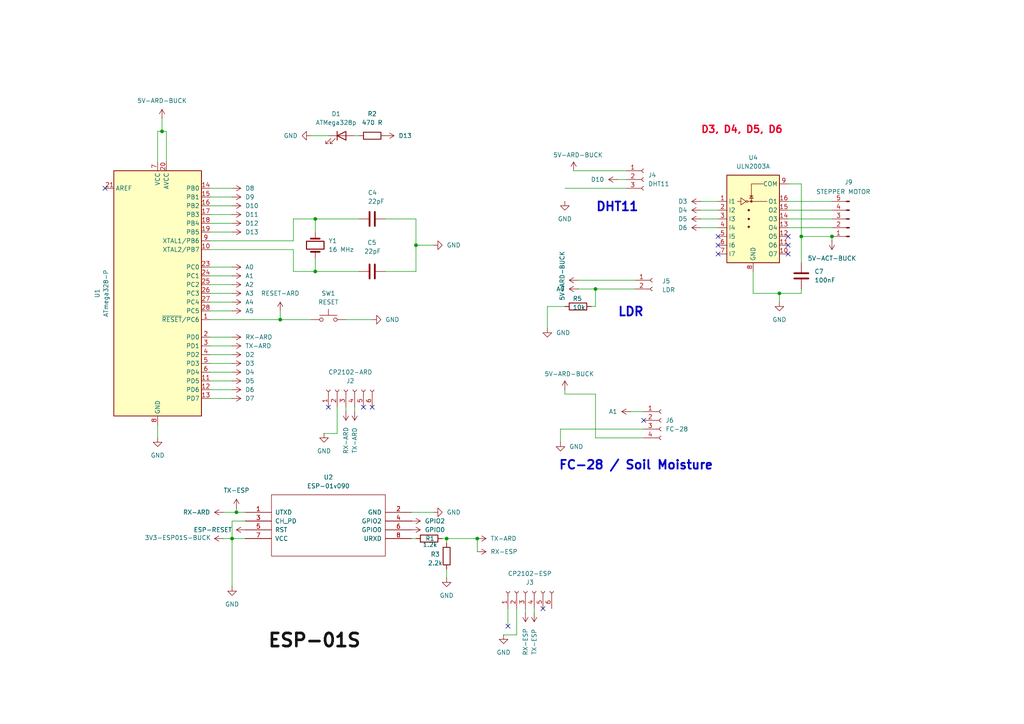
<source format=kicad_sch>
(kicad_sch
	(version 20250114)
	(generator "eeschema")
	(generator_version "9.0")
	(uuid "616d79f7-1235-4580-b13a-ebf8d48cd45f")
	(paper "A4")
	(lib_symbols
		(symbol "Connector:Conn_01x02_Socket"
			(pin_names
				(offset 1.016)
				(hide yes)
			)
			(exclude_from_sim no)
			(in_bom yes)
			(on_board yes)
			(property "Reference" "J"
				(at 0 2.54 0)
				(effects
					(font
						(size 1.27 1.27)
					)
				)
			)
			(property "Value" "Conn_01x02_Socket"
				(at 0 -5.08 0)
				(effects
					(font
						(size 1.27 1.27)
					)
				)
			)
			(property "Footprint" ""
				(at 0 0 0)
				(effects
					(font
						(size 1.27 1.27)
					)
					(hide yes)
				)
			)
			(property "Datasheet" "~"
				(at 0 0 0)
				(effects
					(font
						(size 1.27 1.27)
					)
					(hide yes)
				)
			)
			(property "Description" "Generic connector, single row, 01x02, script generated"
				(at 0 0 0)
				(effects
					(font
						(size 1.27 1.27)
					)
					(hide yes)
				)
			)
			(property "ki_locked" ""
				(at 0 0 0)
				(effects
					(font
						(size 1.27 1.27)
					)
				)
			)
			(property "ki_keywords" "connector"
				(at 0 0 0)
				(effects
					(font
						(size 1.27 1.27)
					)
					(hide yes)
				)
			)
			(property "ki_fp_filters" "Connector*:*_1x??_*"
				(at 0 0 0)
				(effects
					(font
						(size 1.27 1.27)
					)
					(hide yes)
				)
			)
			(symbol "Conn_01x02_Socket_1_1"
				(polyline
					(pts
						(xy -1.27 0) (xy -0.508 0)
					)
					(stroke
						(width 0.1524)
						(type default)
					)
					(fill
						(type none)
					)
				)
				(polyline
					(pts
						(xy -1.27 -2.54) (xy -0.508 -2.54)
					)
					(stroke
						(width 0.1524)
						(type default)
					)
					(fill
						(type none)
					)
				)
				(arc
					(start 0 -0.508)
					(mid -0.5058 0)
					(end 0 0.508)
					(stroke
						(width 0.1524)
						(type default)
					)
					(fill
						(type none)
					)
				)
				(arc
					(start 0 -3.048)
					(mid -0.5058 -2.54)
					(end 0 -2.032)
					(stroke
						(width 0.1524)
						(type default)
					)
					(fill
						(type none)
					)
				)
				(pin passive line
					(at -5.08 0 0)
					(length 3.81)
					(name "Pin_1"
						(effects
							(font
								(size 1.27 1.27)
							)
						)
					)
					(number "1"
						(effects
							(font
								(size 1.27 1.27)
							)
						)
					)
				)
				(pin passive line
					(at -5.08 -2.54 0)
					(length 3.81)
					(name "Pin_2"
						(effects
							(font
								(size 1.27 1.27)
							)
						)
					)
					(number "2"
						(effects
							(font
								(size 1.27 1.27)
							)
						)
					)
				)
			)
			(embedded_fonts no)
		)
		(symbol "Connector:Conn_01x03_Socket"
			(pin_names
				(offset 1.016)
				(hide yes)
			)
			(exclude_from_sim no)
			(in_bom yes)
			(on_board yes)
			(property "Reference" "J"
				(at 0 5.08 0)
				(effects
					(font
						(size 1.27 1.27)
					)
				)
			)
			(property "Value" "Conn_01x03_Socket"
				(at 0 -5.08 0)
				(effects
					(font
						(size 1.27 1.27)
					)
				)
			)
			(property "Footprint" ""
				(at 0 0 0)
				(effects
					(font
						(size 1.27 1.27)
					)
					(hide yes)
				)
			)
			(property "Datasheet" "~"
				(at 0 0 0)
				(effects
					(font
						(size 1.27 1.27)
					)
					(hide yes)
				)
			)
			(property "Description" "Generic connector, single row, 01x03, script generated"
				(at 0 0 0)
				(effects
					(font
						(size 1.27 1.27)
					)
					(hide yes)
				)
			)
			(property "ki_locked" ""
				(at 0 0 0)
				(effects
					(font
						(size 1.27 1.27)
					)
				)
			)
			(property "ki_keywords" "connector"
				(at 0 0 0)
				(effects
					(font
						(size 1.27 1.27)
					)
					(hide yes)
				)
			)
			(property "ki_fp_filters" "Connector*:*_1x??_*"
				(at 0 0 0)
				(effects
					(font
						(size 1.27 1.27)
					)
					(hide yes)
				)
			)
			(symbol "Conn_01x03_Socket_1_1"
				(polyline
					(pts
						(xy -1.27 2.54) (xy -0.508 2.54)
					)
					(stroke
						(width 0.1524)
						(type default)
					)
					(fill
						(type none)
					)
				)
				(polyline
					(pts
						(xy -1.27 0) (xy -0.508 0)
					)
					(stroke
						(width 0.1524)
						(type default)
					)
					(fill
						(type none)
					)
				)
				(polyline
					(pts
						(xy -1.27 -2.54) (xy -0.508 -2.54)
					)
					(stroke
						(width 0.1524)
						(type default)
					)
					(fill
						(type none)
					)
				)
				(arc
					(start 0 2.032)
					(mid -0.5058 2.54)
					(end 0 3.048)
					(stroke
						(width 0.1524)
						(type default)
					)
					(fill
						(type none)
					)
				)
				(arc
					(start 0 -0.508)
					(mid -0.5058 0)
					(end 0 0.508)
					(stroke
						(width 0.1524)
						(type default)
					)
					(fill
						(type none)
					)
				)
				(arc
					(start 0 -3.048)
					(mid -0.5058 -2.54)
					(end 0 -2.032)
					(stroke
						(width 0.1524)
						(type default)
					)
					(fill
						(type none)
					)
				)
				(pin passive line
					(at -5.08 2.54 0)
					(length 3.81)
					(name "Pin_1"
						(effects
							(font
								(size 1.27 1.27)
							)
						)
					)
					(number "1"
						(effects
							(font
								(size 1.27 1.27)
							)
						)
					)
				)
				(pin passive line
					(at -5.08 0 0)
					(length 3.81)
					(name "Pin_2"
						(effects
							(font
								(size 1.27 1.27)
							)
						)
					)
					(number "2"
						(effects
							(font
								(size 1.27 1.27)
							)
						)
					)
				)
				(pin passive line
					(at -5.08 -2.54 0)
					(length 3.81)
					(name "Pin_3"
						(effects
							(font
								(size 1.27 1.27)
							)
						)
					)
					(number "3"
						(effects
							(font
								(size 1.27 1.27)
							)
						)
					)
				)
			)
			(embedded_fonts no)
		)
		(symbol "Connector:Conn_01x04_Socket"
			(pin_names
				(offset 1.016)
				(hide yes)
			)
			(exclude_from_sim no)
			(in_bom yes)
			(on_board yes)
			(property "Reference" "J"
				(at 0 5.08 0)
				(effects
					(font
						(size 1.27 1.27)
					)
				)
			)
			(property "Value" "Conn_01x04_Socket"
				(at 0 -7.62 0)
				(effects
					(font
						(size 1.27 1.27)
					)
				)
			)
			(property "Footprint" ""
				(at 0 0 0)
				(effects
					(font
						(size 1.27 1.27)
					)
					(hide yes)
				)
			)
			(property "Datasheet" "~"
				(at 0 0 0)
				(effects
					(font
						(size 1.27 1.27)
					)
					(hide yes)
				)
			)
			(property "Description" "Generic connector, single row, 01x04, script generated"
				(at 0 0 0)
				(effects
					(font
						(size 1.27 1.27)
					)
					(hide yes)
				)
			)
			(property "ki_locked" ""
				(at 0 0 0)
				(effects
					(font
						(size 1.27 1.27)
					)
				)
			)
			(property "ki_keywords" "connector"
				(at 0 0 0)
				(effects
					(font
						(size 1.27 1.27)
					)
					(hide yes)
				)
			)
			(property "ki_fp_filters" "Connector*:*_1x??_*"
				(at 0 0 0)
				(effects
					(font
						(size 1.27 1.27)
					)
					(hide yes)
				)
			)
			(symbol "Conn_01x04_Socket_1_1"
				(polyline
					(pts
						(xy -1.27 2.54) (xy -0.508 2.54)
					)
					(stroke
						(width 0.1524)
						(type default)
					)
					(fill
						(type none)
					)
				)
				(polyline
					(pts
						(xy -1.27 0) (xy -0.508 0)
					)
					(stroke
						(width 0.1524)
						(type default)
					)
					(fill
						(type none)
					)
				)
				(polyline
					(pts
						(xy -1.27 -2.54) (xy -0.508 -2.54)
					)
					(stroke
						(width 0.1524)
						(type default)
					)
					(fill
						(type none)
					)
				)
				(polyline
					(pts
						(xy -1.27 -5.08) (xy -0.508 -5.08)
					)
					(stroke
						(width 0.1524)
						(type default)
					)
					(fill
						(type none)
					)
				)
				(arc
					(start 0 2.032)
					(mid -0.5058 2.54)
					(end 0 3.048)
					(stroke
						(width 0.1524)
						(type default)
					)
					(fill
						(type none)
					)
				)
				(arc
					(start 0 -0.508)
					(mid -0.5058 0)
					(end 0 0.508)
					(stroke
						(width 0.1524)
						(type default)
					)
					(fill
						(type none)
					)
				)
				(arc
					(start 0 -3.048)
					(mid -0.5058 -2.54)
					(end 0 -2.032)
					(stroke
						(width 0.1524)
						(type default)
					)
					(fill
						(type none)
					)
				)
				(arc
					(start 0 -5.588)
					(mid -0.5058 -5.08)
					(end 0 -4.572)
					(stroke
						(width 0.1524)
						(type default)
					)
					(fill
						(type none)
					)
				)
				(pin passive line
					(at -5.08 2.54 0)
					(length 3.81)
					(name "Pin_1"
						(effects
							(font
								(size 1.27 1.27)
							)
						)
					)
					(number "1"
						(effects
							(font
								(size 1.27 1.27)
							)
						)
					)
				)
				(pin passive line
					(at -5.08 0 0)
					(length 3.81)
					(name "Pin_2"
						(effects
							(font
								(size 1.27 1.27)
							)
						)
					)
					(number "2"
						(effects
							(font
								(size 1.27 1.27)
							)
						)
					)
				)
				(pin passive line
					(at -5.08 -2.54 0)
					(length 3.81)
					(name "Pin_3"
						(effects
							(font
								(size 1.27 1.27)
							)
						)
					)
					(number "3"
						(effects
							(font
								(size 1.27 1.27)
							)
						)
					)
				)
				(pin passive line
					(at -5.08 -5.08 0)
					(length 3.81)
					(name "Pin_4"
						(effects
							(font
								(size 1.27 1.27)
							)
						)
					)
					(number "4"
						(effects
							(font
								(size 1.27 1.27)
							)
						)
					)
				)
			)
			(embedded_fonts no)
		)
		(symbol "Connector:Conn_01x05_Pin"
			(pin_names
				(offset 1.016)
				(hide yes)
			)
			(exclude_from_sim no)
			(in_bom yes)
			(on_board yes)
			(property "Reference" "J"
				(at 0 7.62 0)
				(effects
					(font
						(size 1.27 1.27)
					)
				)
			)
			(property "Value" "Conn_01x05_Pin"
				(at 0 -7.62 0)
				(effects
					(font
						(size 1.27 1.27)
					)
				)
			)
			(property "Footprint" ""
				(at 0 0 0)
				(effects
					(font
						(size 1.27 1.27)
					)
					(hide yes)
				)
			)
			(property "Datasheet" "~"
				(at 0 0 0)
				(effects
					(font
						(size 1.27 1.27)
					)
					(hide yes)
				)
			)
			(property "Description" "Generic connector, single row, 01x05, script generated"
				(at 0 0 0)
				(effects
					(font
						(size 1.27 1.27)
					)
					(hide yes)
				)
			)
			(property "ki_locked" ""
				(at 0 0 0)
				(effects
					(font
						(size 1.27 1.27)
					)
				)
			)
			(property "ki_keywords" "connector"
				(at 0 0 0)
				(effects
					(font
						(size 1.27 1.27)
					)
					(hide yes)
				)
			)
			(property "ki_fp_filters" "Connector*:*_1x??_*"
				(at 0 0 0)
				(effects
					(font
						(size 1.27 1.27)
					)
					(hide yes)
				)
			)
			(symbol "Conn_01x05_Pin_1_1"
				(rectangle
					(start 0.8636 5.207)
					(end 0 4.953)
					(stroke
						(width 0.1524)
						(type default)
					)
					(fill
						(type outline)
					)
				)
				(rectangle
					(start 0.8636 2.667)
					(end 0 2.413)
					(stroke
						(width 0.1524)
						(type default)
					)
					(fill
						(type outline)
					)
				)
				(rectangle
					(start 0.8636 0.127)
					(end 0 -0.127)
					(stroke
						(width 0.1524)
						(type default)
					)
					(fill
						(type outline)
					)
				)
				(rectangle
					(start 0.8636 -2.413)
					(end 0 -2.667)
					(stroke
						(width 0.1524)
						(type default)
					)
					(fill
						(type outline)
					)
				)
				(rectangle
					(start 0.8636 -4.953)
					(end 0 -5.207)
					(stroke
						(width 0.1524)
						(type default)
					)
					(fill
						(type outline)
					)
				)
				(polyline
					(pts
						(xy 1.27 5.08) (xy 0.8636 5.08)
					)
					(stroke
						(width 0.1524)
						(type default)
					)
					(fill
						(type none)
					)
				)
				(polyline
					(pts
						(xy 1.27 2.54) (xy 0.8636 2.54)
					)
					(stroke
						(width 0.1524)
						(type default)
					)
					(fill
						(type none)
					)
				)
				(polyline
					(pts
						(xy 1.27 0) (xy 0.8636 0)
					)
					(stroke
						(width 0.1524)
						(type default)
					)
					(fill
						(type none)
					)
				)
				(polyline
					(pts
						(xy 1.27 -2.54) (xy 0.8636 -2.54)
					)
					(stroke
						(width 0.1524)
						(type default)
					)
					(fill
						(type none)
					)
				)
				(polyline
					(pts
						(xy 1.27 -5.08) (xy 0.8636 -5.08)
					)
					(stroke
						(width 0.1524)
						(type default)
					)
					(fill
						(type none)
					)
				)
				(pin passive line
					(at 5.08 5.08 180)
					(length 3.81)
					(name "Pin_1"
						(effects
							(font
								(size 1.27 1.27)
							)
						)
					)
					(number "1"
						(effects
							(font
								(size 1.27 1.27)
							)
						)
					)
				)
				(pin passive line
					(at 5.08 2.54 180)
					(length 3.81)
					(name "Pin_2"
						(effects
							(font
								(size 1.27 1.27)
							)
						)
					)
					(number "2"
						(effects
							(font
								(size 1.27 1.27)
							)
						)
					)
				)
				(pin passive line
					(at 5.08 0 180)
					(length 3.81)
					(name "Pin_3"
						(effects
							(font
								(size 1.27 1.27)
							)
						)
					)
					(number "3"
						(effects
							(font
								(size 1.27 1.27)
							)
						)
					)
				)
				(pin passive line
					(at 5.08 -2.54 180)
					(length 3.81)
					(name "Pin_4"
						(effects
							(font
								(size 1.27 1.27)
							)
						)
					)
					(number "4"
						(effects
							(font
								(size 1.27 1.27)
							)
						)
					)
				)
				(pin passive line
					(at 5.08 -5.08 180)
					(length 3.81)
					(name "Pin_5"
						(effects
							(font
								(size 1.27 1.27)
							)
						)
					)
					(number "5"
						(effects
							(font
								(size 1.27 1.27)
							)
						)
					)
				)
			)
			(embedded_fonts no)
		)
		(symbol "Connector:Conn_01x06_Socket"
			(pin_names
				(offset 1.016)
				(hide yes)
			)
			(exclude_from_sim no)
			(in_bom yes)
			(on_board yes)
			(property "Reference" "J"
				(at 0 7.62 0)
				(effects
					(font
						(size 1.27 1.27)
					)
				)
			)
			(property "Value" "Conn_01x06_Socket"
				(at 0 -10.16 0)
				(effects
					(font
						(size 1.27 1.27)
					)
				)
			)
			(property "Footprint" ""
				(at 0 0 0)
				(effects
					(font
						(size 1.27 1.27)
					)
					(hide yes)
				)
			)
			(property "Datasheet" "~"
				(at 0 0 0)
				(effects
					(font
						(size 1.27 1.27)
					)
					(hide yes)
				)
			)
			(property "Description" "Generic connector, single row, 01x06, script generated"
				(at 0 0 0)
				(effects
					(font
						(size 1.27 1.27)
					)
					(hide yes)
				)
			)
			(property "ki_locked" ""
				(at 0 0 0)
				(effects
					(font
						(size 1.27 1.27)
					)
				)
			)
			(property "ki_keywords" "connector"
				(at 0 0 0)
				(effects
					(font
						(size 1.27 1.27)
					)
					(hide yes)
				)
			)
			(property "ki_fp_filters" "Connector*:*_1x??_*"
				(at 0 0 0)
				(effects
					(font
						(size 1.27 1.27)
					)
					(hide yes)
				)
			)
			(symbol "Conn_01x06_Socket_1_1"
				(polyline
					(pts
						(xy -1.27 5.08) (xy -0.508 5.08)
					)
					(stroke
						(width 0.1524)
						(type default)
					)
					(fill
						(type none)
					)
				)
				(polyline
					(pts
						(xy -1.27 2.54) (xy -0.508 2.54)
					)
					(stroke
						(width 0.1524)
						(type default)
					)
					(fill
						(type none)
					)
				)
				(polyline
					(pts
						(xy -1.27 0) (xy -0.508 0)
					)
					(stroke
						(width 0.1524)
						(type default)
					)
					(fill
						(type none)
					)
				)
				(polyline
					(pts
						(xy -1.27 -2.54) (xy -0.508 -2.54)
					)
					(stroke
						(width 0.1524)
						(type default)
					)
					(fill
						(type none)
					)
				)
				(polyline
					(pts
						(xy -1.27 -5.08) (xy -0.508 -5.08)
					)
					(stroke
						(width 0.1524)
						(type default)
					)
					(fill
						(type none)
					)
				)
				(polyline
					(pts
						(xy -1.27 -7.62) (xy -0.508 -7.62)
					)
					(stroke
						(width 0.1524)
						(type default)
					)
					(fill
						(type none)
					)
				)
				(arc
					(start 0 4.572)
					(mid -0.5058 5.08)
					(end 0 5.588)
					(stroke
						(width 0.1524)
						(type default)
					)
					(fill
						(type none)
					)
				)
				(arc
					(start 0 2.032)
					(mid -0.5058 2.54)
					(end 0 3.048)
					(stroke
						(width 0.1524)
						(type default)
					)
					(fill
						(type none)
					)
				)
				(arc
					(start 0 -0.508)
					(mid -0.5058 0)
					(end 0 0.508)
					(stroke
						(width 0.1524)
						(type default)
					)
					(fill
						(type none)
					)
				)
				(arc
					(start 0 -3.048)
					(mid -0.5058 -2.54)
					(end 0 -2.032)
					(stroke
						(width 0.1524)
						(type default)
					)
					(fill
						(type none)
					)
				)
				(arc
					(start 0 -5.588)
					(mid -0.5058 -5.08)
					(end 0 -4.572)
					(stroke
						(width 0.1524)
						(type default)
					)
					(fill
						(type none)
					)
				)
				(arc
					(start 0 -8.128)
					(mid -0.5058 -7.62)
					(end 0 -7.112)
					(stroke
						(width 0.1524)
						(type default)
					)
					(fill
						(type none)
					)
				)
				(pin passive line
					(at -5.08 5.08 0)
					(length 3.81)
					(name "Pin_1"
						(effects
							(font
								(size 1.27 1.27)
							)
						)
					)
					(number "1"
						(effects
							(font
								(size 1.27 1.27)
							)
						)
					)
				)
				(pin passive line
					(at -5.08 2.54 0)
					(length 3.81)
					(name "Pin_2"
						(effects
							(font
								(size 1.27 1.27)
							)
						)
					)
					(number "2"
						(effects
							(font
								(size 1.27 1.27)
							)
						)
					)
				)
				(pin passive line
					(at -5.08 0 0)
					(length 3.81)
					(name "Pin_3"
						(effects
							(font
								(size 1.27 1.27)
							)
						)
					)
					(number "3"
						(effects
							(font
								(size 1.27 1.27)
							)
						)
					)
				)
				(pin passive line
					(at -5.08 -2.54 0)
					(length 3.81)
					(name "Pin_4"
						(effects
							(font
								(size 1.27 1.27)
							)
						)
					)
					(number "4"
						(effects
							(font
								(size 1.27 1.27)
							)
						)
					)
				)
				(pin passive line
					(at -5.08 -5.08 0)
					(length 3.81)
					(name "Pin_5"
						(effects
							(font
								(size 1.27 1.27)
							)
						)
					)
					(number "5"
						(effects
							(font
								(size 1.27 1.27)
							)
						)
					)
				)
				(pin passive line
					(at -5.08 -7.62 0)
					(length 3.81)
					(name "Pin_6"
						(effects
							(font
								(size 1.27 1.27)
							)
						)
					)
					(number "6"
						(effects
							(font
								(size 1.27 1.27)
							)
						)
					)
				)
			)
			(embedded_fonts no)
		)
		(symbol "Device:C"
			(pin_numbers
				(hide yes)
			)
			(pin_names
				(offset 0.254)
			)
			(exclude_from_sim no)
			(in_bom yes)
			(on_board yes)
			(property "Reference" "C"
				(at 0.635 2.54 0)
				(effects
					(font
						(size 1.27 1.27)
					)
					(justify left)
				)
			)
			(property "Value" "C"
				(at 0.635 -2.54 0)
				(effects
					(font
						(size 1.27 1.27)
					)
					(justify left)
				)
			)
			(property "Footprint" ""
				(at 0.9652 -3.81 0)
				(effects
					(font
						(size 1.27 1.27)
					)
					(hide yes)
				)
			)
			(property "Datasheet" "~"
				(at 0 0 0)
				(effects
					(font
						(size 1.27 1.27)
					)
					(hide yes)
				)
			)
			(property "Description" "Unpolarized capacitor"
				(at 0 0 0)
				(effects
					(font
						(size 1.27 1.27)
					)
					(hide yes)
				)
			)
			(property "ki_keywords" "cap capacitor"
				(at 0 0 0)
				(effects
					(font
						(size 1.27 1.27)
					)
					(hide yes)
				)
			)
			(property "ki_fp_filters" "C_*"
				(at 0 0 0)
				(effects
					(font
						(size 1.27 1.27)
					)
					(hide yes)
				)
			)
			(symbol "C_0_1"
				(polyline
					(pts
						(xy -2.032 0.762) (xy 2.032 0.762)
					)
					(stroke
						(width 0.508)
						(type default)
					)
					(fill
						(type none)
					)
				)
				(polyline
					(pts
						(xy -2.032 -0.762) (xy 2.032 -0.762)
					)
					(stroke
						(width 0.508)
						(type default)
					)
					(fill
						(type none)
					)
				)
			)
			(symbol "C_1_1"
				(pin passive line
					(at 0 3.81 270)
					(length 2.794)
					(name "~"
						(effects
							(font
								(size 1.27 1.27)
							)
						)
					)
					(number "1"
						(effects
							(font
								(size 1.27 1.27)
							)
						)
					)
				)
				(pin passive line
					(at 0 -3.81 90)
					(length 2.794)
					(name "~"
						(effects
							(font
								(size 1.27 1.27)
							)
						)
					)
					(number "2"
						(effects
							(font
								(size 1.27 1.27)
							)
						)
					)
				)
			)
			(embedded_fonts no)
		)
		(symbol "Device:Crystal"
			(pin_numbers
				(hide yes)
			)
			(pin_names
				(offset 1.016)
				(hide yes)
			)
			(exclude_from_sim no)
			(in_bom yes)
			(on_board yes)
			(property "Reference" "Y"
				(at 0 3.81 0)
				(effects
					(font
						(size 1.27 1.27)
					)
				)
			)
			(property "Value" "Crystal"
				(at 0 -3.81 0)
				(effects
					(font
						(size 1.27 1.27)
					)
				)
			)
			(property "Footprint" ""
				(at 0 0 0)
				(effects
					(font
						(size 1.27 1.27)
					)
					(hide yes)
				)
			)
			(property "Datasheet" "~"
				(at 0 0 0)
				(effects
					(font
						(size 1.27 1.27)
					)
					(hide yes)
				)
			)
			(property "Description" "Two pin crystal"
				(at 0 0 0)
				(effects
					(font
						(size 1.27 1.27)
					)
					(hide yes)
				)
			)
			(property "ki_keywords" "quartz ceramic resonator oscillator"
				(at 0 0 0)
				(effects
					(font
						(size 1.27 1.27)
					)
					(hide yes)
				)
			)
			(property "ki_fp_filters" "Crystal*"
				(at 0 0 0)
				(effects
					(font
						(size 1.27 1.27)
					)
					(hide yes)
				)
			)
			(symbol "Crystal_0_1"
				(polyline
					(pts
						(xy -2.54 0) (xy -1.905 0)
					)
					(stroke
						(width 0)
						(type default)
					)
					(fill
						(type none)
					)
				)
				(polyline
					(pts
						(xy -1.905 -1.27) (xy -1.905 1.27)
					)
					(stroke
						(width 0.508)
						(type default)
					)
					(fill
						(type none)
					)
				)
				(rectangle
					(start -1.143 2.54)
					(end 1.143 -2.54)
					(stroke
						(width 0.3048)
						(type default)
					)
					(fill
						(type none)
					)
				)
				(polyline
					(pts
						(xy 1.905 -1.27) (xy 1.905 1.27)
					)
					(stroke
						(width 0.508)
						(type default)
					)
					(fill
						(type none)
					)
				)
				(polyline
					(pts
						(xy 2.54 0) (xy 1.905 0)
					)
					(stroke
						(width 0)
						(type default)
					)
					(fill
						(type none)
					)
				)
			)
			(symbol "Crystal_1_1"
				(pin passive line
					(at -3.81 0 0)
					(length 1.27)
					(name "1"
						(effects
							(font
								(size 1.27 1.27)
							)
						)
					)
					(number "1"
						(effects
							(font
								(size 1.27 1.27)
							)
						)
					)
				)
				(pin passive line
					(at 3.81 0 180)
					(length 1.27)
					(name "2"
						(effects
							(font
								(size 1.27 1.27)
							)
						)
					)
					(number "2"
						(effects
							(font
								(size 1.27 1.27)
							)
						)
					)
				)
			)
			(embedded_fonts no)
		)
		(symbol "Device:LED"
			(pin_numbers
				(hide yes)
			)
			(pin_names
				(offset 1.016)
				(hide yes)
			)
			(exclude_from_sim no)
			(in_bom yes)
			(on_board yes)
			(property "Reference" "D"
				(at 0 2.54 0)
				(effects
					(font
						(size 1.27 1.27)
					)
				)
			)
			(property "Value" "LED"
				(at 0 -2.54 0)
				(effects
					(font
						(size 1.27 1.27)
					)
				)
			)
			(property "Footprint" ""
				(at 0 0 0)
				(effects
					(font
						(size 1.27 1.27)
					)
					(hide yes)
				)
			)
			(property "Datasheet" "~"
				(at 0 0 0)
				(effects
					(font
						(size 1.27 1.27)
					)
					(hide yes)
				)
			)
			(property "Description" "Light emitting diode"
				(at 0 0 0)
				(effects
					(font
						(size 1.27 1.27)
					)
					(hide yes)
				)
			)
			(property "ki_keywords" "LED diode"
				(at 0 0 0)
				(effects
					(font
						(size 1.27 1.27)
					)
					(hide yes)
				)
			)
			(property "ki_fp_filters" "LED* LED_SMD:* LED_THT:*"
				(at 0 0 0)
				(effects
					(font
						(size 1.27 1.27)
					)
					(hide yes)
				)
			)
			(symbol "LED_0_1"
				(polyline
					(pts
						(xy -3.048 -0.762) (xy -4.572 -2.286) (xy -3.81 -2.286) (xy -4.572 -2.286) (xy -4.572 -1.524)
					)
					(stroke
						(width 0)
						(type default)
					)
					(fill
						(type none)
					)
				)
				(polyline
					(pts
						(xy -1.778 -0.762) (xy -3.302 -2.286) (xy -2.54 -2.286) (xy -3.302 -2.286) (xy -3.302 -1.524)
					)
					(stroke
						(width 0)
						(type default)
					)
					(fill
						(type none)
					)
				)
				(polyline
					(pts
						(xy -1.27 0) (xy 1.27 0)
					)
					(stroke
						(width 0)
						(type default)
					)
					(fill
						(type none)
					)
				)
				(polyline
					(pts
						(xy -1.27 -1.27) (xy -1.27 1.27)
					)
					(stroke
						(width 0.254)
						(type default)
					)
					(fill
						(type none)
					)
				)
				(polyline
					(pts
						(xy 1.27 -1.27) (xy 1.27 1.27) (xy -1.27 0) (xy 1.27 -1.27)
					)
					(stroke
						(width 0.254)
						(type default)
					)
					(fill
						(type none)
					)
				)
			)
			(symbol "LED_1_1"
				(pin passive line
					(at -3.81 0 0)
					(length 2.54)
					(name "K"
						(effects
							(font
								(size 1.27 1.27)
							)
						)
					)
					(number "1"
						(effects
							(font
								(size 1.27 1.27)
							)
						)
					)
				)
				(pin passive line
					(at 3.81 0 180)
					(length 2.54)
					(name "A"
						(effects
							(font
								(size 1.27 1.27)
							)
						)
					)
					(number "2"
						(effects
							(font
								(size 1.27 1.27)
							)
						)
					)
				)
			)
			(embedded_fonts no)
		)
		(symbol "Device:R"
			(pin_numbers
				(hide yes)
			)
			(pin_names
				(offset 0)
			)
			(exclude_from_sim no)
			(in_bom yes)
			(on_board yes)
			(property "Reference" "R"
				(at 2.032 0 90)
				(effects
					(font
						(size 1.27 1.27)
					)
				)
			)
			(property "Value" "R"
				(at 0 0 90)
				(effects
					(font
						(size 1.27 1.27)
					)
				)
			)
			(property "Footprint" ""
				(at -1.778 0 90)
				(effects
					(font
						(size 1.27 1.27)
					)
					(hide yes)
				)
			)
			(property "Datasheet" "~"
				(at 0 0 0)
				(effects
					(font
						(size 1.27 1.27)
					)
					(hide yes)
				)
			)
			(property "Description" "Resistor"
				(at 0 0 0)
				(effects
					(font
						(size 1.27 1.27)
					)
					(hide yes)
				)
			)
			(property "ki_keywords" "R res resistor"
				(at 0 0 0)
				(effects
					(font
						(size 1.27 1.27)
					)
					(hide yes)
				)
			)
			(property "ki_fp_filters" "R_*"
				(at 0 0 0)
				(effects
					(font
						(size 1.27 1.27)
					)
					(hide yes)
				)
			)
			(symbol "R_0_1"
				(rectangle
					(start -1.016 -2.54)
					(end 1.016 2.54)
					(stroke
						(width 0.254)
						(type default)
					)
					(fill
						(type none)
					)
				)
			)
			(symbol "R_1_1"
				(pin passive line
					(at 0 3.81 270)
					(length 1.27)
					(name "~"
						(effects
							(font
								(size 1.27 1.27)
							)
						)
					)
					(number "1"
						(effects
							(font
								(size 1.27 1.27)
							)
						)
					)
				)
				(pin passive line
					(at 0 -3.81 90)
					(length 1.27)
					(name "~"
						(effects
							(font
								(size 1.27 1.27)
							)
						)
					)
					(number "2"
						(effects
							(font
								(size 1.27 1.27)
							)
						)
					)
				)
			)
			(embedded_fonts no)
		)
		(symbol "ESP8266:ESP-01v090"
			(pin_names
				(offset 1.016)
			)
			(exclude_from_sim no)
			(in_bom yes)
			(on_board yes)
			(property "Reference" "U"
				(at 0 -2.54 0)
				(effects
					(font
						(size 1.27 1.27)
					)
				)
			)
			(property "Value" "ESP-01v090"
				(at 0 2.54 0)
				(effects
					(font
						(size 1.27 1.27)
					)
				)
			)
			(property "Footprint" ""
				(at 0 0 0)
				(effects
					(font
						(size 1.27 1.27)
					)
					(hide yes)
				)
			)
			(property "Datasheet" "http://l0l.org.uk/2014/12/esp8266-modules-hardware-guide-gotta-catch-em-all/"
				(at 0 0 0)
				(effects
					(font
						(size 1.27 1.27)
					)
					(hide yes)
				)
			)
			(property "Description" "ESP8266 ESP-01 module, v090"
				(at 0 0 0)
				(effects
					(font
						(size 1.27 1.27)
					)
					(hide yes)
				)
			)
			(property "ki_keywords" "MODULE ESP8266 ESP-8266"
				(at 0 0 0)
				(effects
					(font
						(size 1.27 1.27)
					)
					(hide yes)
				)
			)
			(property "ki_fp_filters" "ESP-01*"
				(at 0 0 0)
				(effects
					(font
						(size 1.27 1.27)
					)
					(hide yes)
				)
			)
			(symbol "ESP-01v090_1_0"
				(rectangle
					(start -16.51 -8.89)
					(end 16.51 8.89)
					(stroke
						(width 0)
						(type solid)
					)
					(fill
						(type none)
					)
				)
			)
			(symbol "ESP-01v090_1_1"
				(pin output line
					(at -24.13 3.81 0)
					(length 7.62)
					(name "UTXD"
						(effects
							(font
								(size 1.27 1.27)
							)
						)
					)
					(number "1"
						(effects
							(font
								(size 1.27 1.27)
							)
						)
					)
				)
				(pin input line
					(at -24.13 1.27 0)
					(length 7.62)
					(name "CH_PD"
						(effects
							(font
								(size 1.27 1.27)
							)
						)
					)
					(number "3"
						(effects
							(font
								(size 1.27 1.27)
							)
						)
					)
				)
				(pin input line
					(at -24.13 -1.27 0)
					(length 7.62)
					(name "RST"
						(effects
							(font
								(size 1.27 1.27)
							)
						)
					)
					(number "5"
						(effects
							(font
								(size 1.27 1.27)
							)
						)
					)
				)
				(pin power_in line
					(at -24.13 -3.81 0)
					(length 7.62)
					(name "VCC"
						(effects
							(font
								(size 1.27 1.27)
							)
						)
					)
					(number "7"
						(effects
							(font
								(size 1.27 1.27)
							)
						)
					)
				)
				(pin power_in line
					(at 24.13 3.81 180)
					(length 7.62)
					(name "GND"
						(effects
							(font
								(size 1.27 1.27)
							)
						)
					)
					(number "2"
						(effects
							(font
								(size 1.27 1.27)
							)
						)
					)
				)
				(pin tri_state line
					(at 24.13 1.27 180)
					(length 7.62)
					(name "GPIO2"
						(effects
							(font
								(size 1.27 1.27)
							)
						)
					)
					(number "4"
						(effects
							(font
								(size 1.27 1.27)
							)
						)
					)
				)
				(pin tri_state line
					(at 24.13 -1.27 180)
					(length 7.62)
					(name "GPIO0"
						(effects
							(font
								(size 1.27 1.27)
							)
						)
					)
					(number "6"
						(effects
							(font
								(size 1.27 1.27)
							)
						)
					)
				)
				(pin input line
					(at 24.13 -3.81 180)
					(length 7.62)
					(name "URXD"
						(effects
							(font
								(size 1.27 1.27)
							)
						)
					)
					(number "8"
						(effects
							(font
								(size 1.27 1.27)
							)
						)
					)
				)
			)
			(embedded_fonts no)
		)
		(symbol "MCU_Microchip_ATmega:ATmega328-P"
			(exclude_from_sim no)
			(in_bom yes)
			(on_board yes)
			(property "Reference" "U"
				(at -12.7 36.83 0)
				(effects
					(font
						(size 1.27 1.27)
					)
					(justify left bottom)
				)
			)
			(property "Value" "ATmega328-P"
				(at 2.54 -36.83 0)
				(effects
					(font
						(size 1.27 1.27)
					)
					(justify left top)
				)
			)
			(property "Footprint" "Package_DIP:DIP-28_W7.62mm"
				(at 0 0 0)
				(effects
					(font
						(size 1.27 1.27)
						(italic yes)
					)
					(hide yes)
				)
			)
			(property "Datasheet" "http://ww1.microchip.com/downloads/en/DeviceDoc/ATmega328_P%20AVR%20MCU%20with%20picoPower%20Technology%20Data%20Sheet%2040001984A.pdf"
				(at 0 0 0)
				(effects
					(font
						(size 1.27 1.27)
					)
					(hide yes)
				)
			)
			(property "Description" "20MHz, 32kB Flash, 2kB SRAM, 1kB EEPROM, DIP-28"
				(at 0 0 0)
				(effects
					(font
						(size 1.27 1.27)
					)
					(hide yes)
				)
			)
			(property "ki_keywords" "AVR 8bit Microcontroller MegaAVR"
				(at 0 0 0)
				(effects
					(font
						(size 1.27 1.27)
					)
					(hide yes)
				)
			)
			(property "ki_fp_filters" "DIP*W7.62mm*"
				(at 0 0 0)
				(effects
					(font
						(size 1.27 1.27)
					)
					(hide yes)
				)
			)
			(symbol "ATmega328-P_0_1"
				(rectangle
					(start -12.7 -35.56)
					(end 12.7 35.56)
					(stroke
						(width 0.254)
						(type default)
					)
					(fill
						(type background)
					)
				)
			)
			(symbol "ATmega328-P_1_1"
				(pin passive line
					(at -15.24 30.48 0)
					(length 2.54)
					(name "AREF"
						(effects
							(font
								(size 1.27 1.27)
							)
						)
					)
					(number "21"
						(effects
							(font
								(size 1.27 1.27)
							)
						)
					)
				)
				(pin power_in line
					(at 0 38.1 270)
					(length 2.54)
					(name "VCC"
						(effects
							(font
								(size 1.27 1.27)
							)
						)
					)
					(number "7"
						(effects
							(font
								(size 1.27 1.27)
							)
						)
					)
				)
				(pin passive line
					(at 0 -38.1 90)
					(length 2.54)
					(hide yes)
					(name "GND"
						(effects
							(font
								(size 1.27 1.27)
							)
						)
					)
					(number "22"
						(effects
							(font
								(size 1.27 1.27)
							)
						)
					)
				)
				(pin power_in line
					(at 0 -38.1 90)
					(length 2.54)
					(name "GND"
						(effects
							(font
								(size 1.27 1.27)
							)
						)
					)
					(number "8"
						(effects
							(font
								(size 1.27 1.27)
							)
						)
					)
				)
				(pin power_in line
					(at 2.54 38.1 270)
					(length 2.54)
					(name "AVCC"
						(effects
							(font
								(size 1.27 1.27)
							)
						)
					)
					(number "20"
						(effects
							(font
								(size 1.27 1.27)
							)
						)
					)
				)
				(pin bidirectional line
					(at 15.24 30.48 180)
					(length 2.54)
					(name "PB0"
						(effects
							(font
								(size 1.27 1.27)
							)
						)
					)
					(number "14"
						(effects
							(font
								(size 1.27 1.27)
							)
						)
					)
				)
				(pin bidirectional line
					(at 15.24 27.94 180)
					(length 2.54)
					(name "PB1"
						(effects
							(font
								(size 1.27 1.27)
							)
						)
					)
					(number "15"
						(effects
							(font
								(size 1.27 1.27)
							)
						)
					)
				)
				(pin bidirectional line
					(at 15.24 25.4 180)
					(length 2.54)
					(name "PB2"
						(effects
							(font
								(size 1.27 1.27)
							)
						)
					)
					(number "16"
						(effects
							(font
								(size 1.27 1.27)
							)
						)
					)
				)
				(pin bidirectional line
					(at 15.24 22.86 180)
					(length 2.54)
					(name "PB3"
						(effects
							(font
								(size 1.27 1.27)
							)
						)
					)
					(number "17"
						(effects
							(font
								(size 1.27 1.27)
							)
						)
					)
				)
				(pin bidirectional line
					(at 15.24 20.32 180)
					(length 2.54)
					(name "PB4"
						(effects
							(font
								(size 1.27 1.27)
							)
						)
					)
					(number "18"
						(effects
							(font
								(size 1.27 1.27)
							)
						)
					)
				)
				(pin bidirectional line
					(at 15.24 17.78 180)
					(length 2.54)
					(name "PB5"
						(effects
							(font
								(size 1.27 1.27)
							)
						)
					)
					(number "19"
						(effects
							(font
								(size 1.27 1.27)
							)
						)
					)
				)
				(pin bidirectional line
					(at 15.24 15.24 180)
					(length 2.54)
					(name "XTAL1/PB6"
						(effects
							(font
								(size 1.27 1.27)
							)
						)
					)
					(number "9"
						(effects
							(font
								(size 1.27 1.27)
							)
						)
					)
				)
				(pin bidirectional line
					(at 15.24 12.7 180)
					(length 2.54)
					(name "XTAL2/PB7"
						(effects
							(font
								(size 1.27 1.27)
							)
						)
					)
					(number "10"
						(effects
							(font
								(size 1.27 1.27)
							)
						)
					)
				)
				(pin bidirectional line
					(at 15.24 7.62 180)
					(length 2.54)
					(name "PC0"
						(effects
							(font
								(size 1.27 1.27)
							)
						)
					)
					(number "23"
						(effects
							(font
								(size 1.27 1.27)
							)
						)
					)
				)
				(pin bidirectional line
					(at 15.24 5.08 180)
					(length 2.54)
					(name "PC1"
						(effects
							(font
								(size 1.27 1.27)
							)
						)
					)
					(number "24"
						(effects
							(font
								(size 1.27 1.27)
							)
						)
					)
				)
				(pin bidirectional line
					(at 15.24 2.54 180)
					(length 2.54)
					(name "PC2"
						(effects
							(font
								(size 1.27 1.27)
							)
						)
					)
					(number "25"
						(effects
							(font
								(size 1.27 1.27)
							)
						)
					)
				)
				(pin bidirectional line
					(at 15.24 0 180)
					(length 2.54)
					(name "PC3"
						(effects
							(font
								(size 1.27 1.27)
							)
						)
					)
					(number "26"
						(effects
							(font
								(size 1.27 1.27)
							)
						)
					)
				)
				(pin bidirectional line
					(at 15.24 -2.54 180)
					(length 2.54)
					(name "PC4"
						(effects
							(font
								(size 1.27 1.27)
							)
						)
					)
					(number "27"
						(effects
							(font
								(size 1.27 1.27)
							)
						)
					)
				)
				(pin bidirectional line
					(at 15.24 -5.08 180)
					(length 2.54)
					(name "PC5"
						(effects
							(font
								(size 1.27 1.27)
							)
						)
					)
					(number "28"
						(effects
							(font
								(size 1.27 1.27)
							)
						)
					)
				)
				(pin bidirectional line
					(at 15.24 -7.62 180)
					(length 2.54)
					(name "~{RESET}/PC6"
						(effects
							(font
								(size 1.27 1.27)
							)
						)
					)
					(number "1"
						(effects
							(font
								(size 1.27 1.27)
							)
						)
					)
				)
				(pin bidirectional line
					(at 15.24 -12.7 180)
					(length 2.54)
					(name "PD0"
						(effects
							(font
								(size 1.27 1.27)
							)
						)
					)
					(number "2"
						(effects
							(font
								(size 1.27 1.27)
							)
						)
					)
				)
				(pin bidirectional line
					(at 15.24 -15.24 180)
					(length 2.54)
					(name "PD1"
						(effects
							(font
								(size 1.27 1.27)
							)
						)
					)
					(number "3"
						(effects
							(font
								(size 1.27 1.27)
							)
						)
					)
				)
				(pin bidirectional line
					(at 15.24 -17.78 180)
					(length 2.54)
					(name "PD2"
						(effects
							(font
								(size 1.27 1.27)
							)
						)
					)
					(number "4"
						(effects
							(font
								(size 1.27 1.27)
							)
						)
					)
				)
				(pin bidirectional line
					(at 15.24 -20.32 180)
					(length 2.54)
					(name "PD3"
						(effects
							(font
								(size 1.27 1.27)
							)
						)
					)
					(number "5"
						(effects
							(font
								(size 1.27 1.27)
							)
						)
					)
				)
				(pin bidirectional line
					(at 15.24 -22.86 180)
					(length 2.54)
					(name "PD4"
						(effects
							(font
								(size 1.27 1.27)
							)
						)
					)
					(number "6"
						(effects
							(font
								(size 1.27 1.27)
							)
						)
					)
				)
				(pin bidirectional line
					(at 15.24 -25.4 180)
					(length 2.54)
					(name "PD5"
						(effects
							(font
								(size 1.27 1.27)
							)
						)
					)
					(number "11"
						(effects
							(font
								(size 1.27 1.27)
							)
						)
					)
				)
				(pin bidirectional line
					(at 15.24 -27.94 180)
					(length 2.54)
					(name "PD6"
						(effects
							(font
								(size 1.27 1.27)
							)
						)
					)
					(number "12"
						(effects
							(font
								(size 1.27 1.27)
							)
						)
					)
				)
				(pin bidirectional line
					(at 15.24 -30.48 180)
					(length 2.54)
					(name "PD7"
						(effects
							(font
								(size 1.27 1.27)
							)
						)
					)
					(number "13"
						(effects
							(font
								(size 1.27 1.27)
							)
						)
					)
				)
			)
			(embedded_fonts no)
		)
		(symbol "Switch:SW_Push"
			(pin_numbers
				(hide yes)
			)
			(pin_names
				(offset 1.016)
				(hide yes)
			)
			(exclude_from_sim no)
			(in_bom yes)
			(on_board yes)
			(property "Reference" "SW"
				(at 1.27 2.54 0)
				(effects
					(font
						(size 1.27 1.27)
					)
					(justify left)
				)
			)
			(property "Value" "SW_Push"
				(at 0 -1.524 0)
				(effects
					(font
						(size 1.27 1.27)
					)
				)
			)
			(property "Footprint" ""
				(at 0 5.08 0)
				(effects
					(font
						(size 1.27 1.27)
					)
					(hide yes)
				)
			)
			(property "Datasheet" "~"
				(at 0 5.08 0)
				(effects
					(font
						(size 1.27 1.27)
					)
					(hide yes)
				)
			)
			(property "Description" "Push button switch, generic, two pins"
				(at 0 0 0)
				(effects
					(font
						(size 1.27 1.27)
					)
					(hide yes)
				)
			)
			(property "ki_keywords" "switch normally-open pushbutton push-button"
				(at 0 0 0)
				(effects
					(font
						(size 1.27 1.27)
					)
					(hide yes)
				)
			)
			(symbol "SW_Push_0_1"
				(circle
					(center -2.032 0)
					(radius 0.508)
					(stroke
						(width 0)
						(type default)
					)
					(fill
						(type none)
					)
				)
				(polyline
					(pts
						(xy 0 1.27) (xy 0 3.048)
					)
					(stroke
						(width 0)
						(type default)
					)
					(fill
						(type none)
					)
				)
				(circle
					(center 2.032 0)
					(radius 0.508)
					(stroke
						(width 0)
						(type default)
					)
					(fill
						(type none)
					)
				)
				(polyline
					(pts
						(xy 2.54 1.27) (xy -2.54 1.27)
					)
					(stroke
						(width 0)
						(type default)
					)
					(fill
						(type none)
					)
				)
				(pin passive line
					(at -5.08 0 0)
					(length 2.54)
					(name "1"
						(effects
							(font
								(size 1.27 1.27)
							)
						)
					)
					(number "1"
						(effects
							(font
								(size 1.27 1.27)
							)
						)
					)
				)
				(pin passive line
					(at 5.08 0 180)
					(length 2.54)
					(name "2"
						(effects
							(font
								(size 1.27 1.27)
							)
						)
					)
					(number "2"
						(effects
							(font
								(size 1.27 1.27)
							)
						)
					)
				)
			)
			(embedded_fonts no)
		)
		(symbol "Transistor_Array:ULN2003A"
			(exclude_from_sim no)
			(in_bom yes)
			(on_board yes)
			(property "Reference" "U"
				(at 0 15.875 0)
				(effects
					(font
						(size 1.27 1.27)
					)
				)
			)
			(property "Value" "ULN2003A"
				(at 0 13.97 0)
				(effects
					(font
						(size 1.27 1.27)
					)
				)
			)
			(property "Footprint" ""
				(at 1.27 -13.97 0)
				(effects
					(font
						(size 1.27 1.27)
					)
					(justify left)
					(hide yes)
				)
			)
			(property "Datasheet" "http://www.ti.com/lit/ds/symlink/uln2003a.pdf"
				(at 2.54 -5.08 0)
				(effects
					(font
						(size 1.27 1.27)
					)
					(hide yes)
				)
			)
			(property "Description" "High Voltage, High Current Darlington Transistor Arrays, SOIC16/SOIC16W/DIP16/TSSOP16"
				(at 0 0 0)
				(effects
					(font
						(size 1.27 1.27)
					)
					(hide yes)
				)
			)
			(property "ki_keywords" "darlington transistor array"
				(at 0 0 0)
				(effects
					(font
						(size 1.27 1.27)
					)
					(hide yes)
				)
			)
			(property "ki_fp_filters" "DIP*W7.62mm* SOIC*3.9x9.9mm*P1.27mm* SSOP*4.4x5.2mm*P0.65mm* TSSOP*4.4x5mm*P0.65mm* SOIC*W*5.3x10.2mm*P1.27mm*"
				(at 0 0 0)
				(effects
					(font
						(size 1.27 1.27)
					)
					(hide yes)
				)
			)
			(symbol "ULN2003A_0_1"
				(rectangle
					(start -7.62 -12.7)
					(end 7.62 12.7)
					(stroke
						(width 0.254)
						(type default)
					)
					(fill
						(type background)
					)
				)
				(polyline
					(pts
						(xy -4.572 5.08) (xy -3.556 5.08)
					)
					(stroke
						(width 0)
						(type default)
					)
					(fill
						(type none)
					)
				)
				(polyline
					(pts
						(xy -3.556 6.096) (xy -3.556 4.064) (xy -2.032 5.08) (xy -3.556 6.096)
					)
					(stroke
						(width 0)
						(type default)
					)
					(fill
						(type none)
					)
				)
				(circle
					(center -1.778 5.08)
					(radius 0.254)
					(stroke
						(width 0)
						(type default)
					)
					(fill
						(type none)
					)
				)
				(polyline
					(pts
						(xy -1.524 5.08) (xy 4.064 5.08)
					)
					(stroke
						(width 0)
						(type default)
					)
					(fill
						(type none)
					)
				)
				(circle
					(center -1.27 2.54)
					(radius 0.254)
					(stroke
						(width 0)
						(type default)
					)
					(fill
						(type outline)
					)
				)
				(circle
					(center -1.27 0)
					(radius 0.254)
					(stroke
						(width 0)
						(type default)
					)
					(fill
						(type outline)
					)
				)
				(circle
					(center -1.27 -2.286)
					(radius 0.254)
					(stroke
						(width 0)
						(type default)
					)
					(fill
						(type outline)
					)
				)
				(circle
					(center -0.508 5.08)
					(radius 0.254)
					(stroke
						(width 0)
						(type default)
					)
					(fill
						(type outline)
					)
				)
				(polyline
					(pts
						(xy -0.508 5.08) (xy -0.508 10.16) (xy 2.921 10.16)
					)
					(stroke
						(width 0)
						(type default)
					)
					(fill
						(type none)
					)
				)
				(polyline
					(pts
						(xy 0 6.731) (xy -1.016 6.731)
					)
					(stroke
						(width 0)
						(type default)
					)
					(fill
						(type none)
					)
				)
				(polyline
					(pts
						(xy 0 5.969) (xy -1.016 5.969) (xy -0.508 6.731) (xy 0 5.969)
					)
					(stroke
						(width 0)
						(type default)
					)
					(fill
						(type none)
					)
				)
			)
			(symbol "ULN2003A_1_1"
				(pin input line
					(at -10.16 5.08 0)
					(length 2.54)
					(name "I1"
						(effects
							(font
								(size 1.27 1.27)
							)
						)
					)
					(number "1"
						(effects
							(font
								(size 1.27 1.27)
							)
						)
					)
				)
				(pin input line
					(at -10.16 2.54 0)
					(length 2.54)
					(name "I2"
						(effects
							(font
								(size 1.27 1.27)
							)
						)
					)
					(number "2"
						(effects
							(font
								(size 1.27 1.27)
							)
						)
					)
				)
				(pin input line
					(at -10.16 0 0)
					(length 2.54)
					(name "I3"
						(effects
							(font
								(size 1.27 1.27)
							)
						)
					)
					(number "3"
						(effects
							(font
								(size 1.27 1.27)
							)
						)
					)
				)
				(pin input line
					(at -10.16 -2.54 0)
					(length 2.54)
					(name "I4"
						(effects
							(font
								(size 1.27 1.27)
							)
						)
					)
					(number "4"
						(effects
							(font
								(size 1.27 1.27)
							)
						)
					)
				)
				(pin input line
					(at -10.16 -5.08 0)
					(length 2.54)
					(name "I5"
						(effects
							(font
								(size 1.27 1.27)
							)
						)
					)
					(number "5"
						(effects
							(font
								(size 1.27 1.27)
							)
						)
					)
				)
				(pin input line
					(at -10.16 -7.62 0)
					(length 2.54)
					(name "I6"
						(effects
							(font
								(size 1.27 1.27)
							)
						)
					)
					(number "6"
						(effects
							(font
								(size 1.27 1.27)
							)
						)
					)
				)
				(pin input line
					(at -10.16 -10.16 0)
					(length 2.54)
					(name "I7"
						(effects
							(font
								(size 1.27 1.27)
							)
						)
					)
					(number "7"
						(effects
							(font
								(size 1.27 1.27)
							)
						)
					)
				)
				(pin power_in line
					(at 0 -15.24 90)
					(length 2.54)
					(name "GND"
						(effects
							(font
								(size 1.27 1.27)
							)
						)
					)
					(number "8"
						(effects
							(font
								(size 1.27 1.27)
							)
						)
					)
				)
				(pin passive line
					(at 10.16 10.16 180)
					(length 2.54)
					(name "COM"
						(effects
							(font
								(size 1.27 1.27)
							)
						)
					)
					(number "9"
						(effects
							(font
								(size 1.27 1.27)
							)
						)
					)
				)
				(pin open_collector line
					(at 10.16 5.08 180)
					(length 2.54)
					(name "O1"
						(effects
							(font
								(size 1.27 1.27)
							)
						)
					)
					(number "16"
						(effects
							(font
								(size 1.27 1.27)
							)
						)
					)
				)
				(pin open_collector line
					(at 10.16 2.54 180)
					(length 2.54)
					(name "O2"
						(effects
							(font
								(size 1.27 1.27)
							)
						)
					)
					(number "15"
						(effects
							(font
								(size 1.27 1.27)
							)
						)
					)
				)
				(pin open_collector line
					(at 10.16 0 180)
					(length 2.54)
					(name "O3"
						(effects
							(font
								(size 1.27 1.27)
							)
						)
					)
					(number "14"
						(effects
							(font
								(size 1.27 1.27)
							)
						)
					)
				)
				(pin open_collector line
					(at 10.16 -2.54 180)
					(length 2.54)
					(name "O4"
						(effects
							(font
								(size 1.27 1.27)
							)
						)
					)
					(number "13"
						(effects
							(font
								(size 1.27 1.27)
							)
						)
					)
				)
				(pin open_collector line
					(at 10.16 -5.08 180)
					(length 2.54)
					(name "O5"
						(effects
							(font
								(size 1.27 1.27)
							)
						)
					)
					(number "12"
						(effects
							(font
								(size 1.27 1.27)
							)
						)
					)
				)
				(pin open_collector line
					(at 10.16 -7.62 180)
					(length 2.54)
					(name "O6"
						(effects
							(font
								(size 1.27 1.27)
							)
						)
					)
					(number "11"
						(effects
							(font
								(size 1.27 1.27)
							)
						)
					)
				)
				(pin open_collector line
					(at 10.16 -10.16 180)
					(length 2.54)
					(name "O7"
						(effects
							(font
								(size 1.27 1.27)
							)
						)
					)
					(number "10"
						(effects
							(font
								(size 1.27 1.27)
							)
						)
					)
				)
			)
			(embedded_fonts no)
		)
		(symbol "power:GND"
			(power)
			(pin_numbers
				(hide yes)
			)
			(pin_names
				(offset 0)
				(hide yes)
			)
			(exclude_from_sim no)
			(in_bom yes)
			(on_board yes)
			(property "Reference" "#PWR"
				(at 0 -6.35 0)
				(effects
					(font
						(size 1.27 1.27)
					)
					(hide yes)
				)
			)
			(property "Value" "GND"
				(at 0 -3.81 0)
				(effects
					(font
						(size 1.27 1.27)
					)
				)
			)
			(property "Footprint" ""
				(at 0 0 0)
				(effects
					(font
						(size 1.27 1.27)
					)
					(hide yes)
				)
			)
			(property "Datasheet" ""
				(at 0 0 0)
				(effects
					(font
						(size 1.27 1.27)
					)
					(hide yes)
				)
			)
			(property "Description" "Power symbol creates a global label with name \"GND\" , ground"
				(at 0 0 0)
				(effects
					(font
						(size 1.27 1.27)
					)
					(hide yes)
				)
			)
			(property "ki_keywords" "global power"
				(at 0 0 0)
				(effects
					(font
						(size 1.27 1.27)
					)
					(hide yes)
				)
			)
			(symbol "GND_0_1"
				(polyline
					(pts
						(xy 0 0) (xy 0 -1.27) (xy 1.27 -1.27) (xy 0 -2.54) (xy -1.27 -1.27) (xy 0 -1.27)
					)
					(stroke
						(width 0)
						(type default)
					)
					(fill
						(type none)
					)
				)
			)
			(symbol "GND_1_1"
				(pin power_in line
					(at 0 0 270)
					(length 0)
					(name "~"
						(effects
							(font
								(size 1.27 1.27)
							)
						)
					)
					(number "1"
						(effects
							(font
								(size 1.27 1.27)
							)
						)
					)
				)
			)
			(embedded_fonts no)
		)
		(symbol "power:VCC"
			(power)
			(pin_numbers
				(hide yes)
			)
			(pin_names
				(offset 0)
				(hide yes)
			)
			(exclude_from_sim no)
			(in_bom yes)
			(on_board yes)
			(property "Reference" "#PWR"
				(at 0 -3.81 0)
				(effects
					(font
						(size 1.27 1.27)
					)
					(hide yes)
				)
			)
			(property "Value" "VCC"
				(at 0 3.556 0)
				(effects
					(font
						(size 1.27 1.27)
					)
				)
			)
			(property "Footprint" ""
				(at 0 0 0)
				(effects
					(font
						(size 1.27 1.27)
					)
					(hide yes)
				)
			)
			(property "Datasheet" ""
				(at 0 0 0)
				(effects
					(font
						(size 1.27 1.27)
					)
					(hide yes)
				)
			)
			(property "Description" "Power symbol creates a global label with name \"VCC\""
				(at 0 0 0)
				(effects
					(font
						(size 1.27 1.27)
					)
					(hide yes)
				)
			)
			(property "ki_keywords" "global power"
				(at 0 0 0)
				(effects
					(font
						(size 1.27 1.27)
					)
					(hide yes)
				)
			)
			(symbol "VCC_0_1"
				(polyline
					(pts
						(xy -0.762 1.27) (xy 0 2.54)
					)
					(stroke
						(width 0)
						(type default)
					)
					(fill
						(type none)
					)
				)
				(polyline
					(pts
						(xy 0 2.54) (xy 0.762 1.27)
					)
					(stroke
						(width 0)
						(type default)
					)
					(fill
						(type none)
					)
				)
				(polyline
					(pts
						(xy 0 0) (xy 0 2.54)
					)
					(stroke
						(width 0)
						(type default)
					)
					(fill
						(type none)
					)
				)
			)
			(symbol "VCC_1_1"
				(pin power_in line
					(at 0 0 90)
					(length 0)
					(name "~"
						(effects
							(font
								(size 1.27 1.27)
							)
						)
					)
					(number "1"
						(effects
							(font
								(size 1.27 1.27)
							)
						)
					)
				)
			)
			(embedded_fonts no)
		)
	)
	(junction
		(at 129.54 156.21)
		(diameter 0)
		(color 0 0 0 0)
		(uuid "06b1281a-e379-4abc-8707-249dd3230abc")
	)
	(junction
		(at 91.44 78.74)
		(diameter 0)
		(color 0 0 0 0)
		(uuid "324e8629-6b17-48ae-883b-fb44786f4373")
	)
	(junction
		(at 172.72 83.82)
		(diameter 0)
		(color 0 0 0 0)
		(uuid "3d97c8b3-6e10-46ee-8393-71fa34c81ac9")
	)
	(junction
		(at 226.06 85.09)
		(diameter 0)
		(color 0 0 0 0)
		(uuid "46d0a720-b78c-4e9c-9064-886daee5385e")
	)
	(junction
		(at 81.28 92.71)
		(diameter 0)
		(color 0 0 0 0)
		(uuid "5de7d699-e019-4622-83ea-9881db44920b")
	)
	(junction
		(at 138.43 156.21)
		(diameter 0)
		(color 0 0 0 0)
		(uuid "6514570a-33b1-41fc-b942-4e65215f2277")
	)
	(junction
		(at 68.58 148.59)
		(diameter 0)
		(color 0 0 0 0)
		(uuid "66a2327b-7781-4c32-9af5-f5527b24c60a")
	)
	(junction
		(at 67.31 156.21)
		(diameter 0)
		(color 0 0 0 0)
		(uuid "70381eea-2860-47b0-9fe0-08a8ffe939dc")
	)
	(junction
		(at 120.65 71.12)
		(diameter 0)
		(color 0 0 0 0)
		(uuid "751273fd-3e41-4288-a6ca-7acac0992454")
	)
	(junction
		(at 241.3 68.58)
		(diameter 0)
		(color 0 0 0 0)
		(uuid "805a1cea-80a5-4a5c-8779-1d51c7332466")
	)
	(junction
		(at 91.44 63.5)
		(diameter 0)
		(color 0 0 0 0)
		(uuid "98b7a82c-de33-4457-8029-d3eb96a56e11")
	)
	(junction
		(at 46.99 38.1)
		(diameter 0)
		(color 0 0 0 0)
		(uuid "b02a7a5f-58d4-45bb-849b-7ed7cf8f78cf")
	)
	(junction
		(at 232.41 68.58)
		(diameter 0)
		(color 0 0 0 0)
		(uuid "b526fd99-2580-49bb-ad22-0b4376b583e0")
	)
	(no_connect
		(at 228.6 73.66)
		(uuid "052a7878-62d4-40cb-b18e-7d9665ef8909")
	)
	(no_connect
		(at 208.28 73.66)
		(uuid "39b153a0-607c-4687-a6af-e4cc3637aafc")
	)
	(no_connect
		(at 228.6 68.58)
		(uuid "4534ebb1-a6fd-4018-b3c2-4688d7e56294")
	)
	(no_connect
		(at 105.41 118.11)
		(uuid "4b4652b3-973a-4ff1-b99c-86fa0f67d5f1")
	)
	(no_connect
		(at 228.6 71.12)
		(uuid "5be434f4-9cf4-4d49-8999-934137ec1656")
	)
	(no_connect
		(at 208.28 68.58)
		(uuid "63ed3493-4caf-422b-aeb6-402c2ae173cb")
	)
	(no_connect
		(at 157.48 176.53)
		(uuid "6d274778-087f-47f7-97f4-680920c45bac")
	)
	(no_connect
		(at 186.69 121.92)
		(uuid "85cc72ee-f6f8-4f92-9a92-59dd10f78f97")
	)
	(no_connect
		(at 107.95 118.11)
		(uuid "bcc73b2b-0045-4af0-a41f-8dc44a84c85a")
	)
	(no_connect
		(at 95.25 118.11)
		(uuid "c5759977-dbb0-4a59-b748-18bd62bbc761")
	)
	(no_connect
		(at 147.32 181.61)
		(uuid "d833936f-d39d-43bd-932f-a478bc21140e")
	)
	(no_connect
		(at 208.28 71.12)
		(uuid "d84ec12e-d4b3-472b-ab06-1d8327499c8e")
	)
	(no_connect
		(at 30.48 54.61)
		(uuid "e33cab20-5a15-43a4-af55-4c98320dac03")
	)
	(wire
		(pts
			(xy 172.72 88.9) (xy 171.45 88.9)
		)
		(stroke
			(width 0)
			(type default)
		)
		(uuid "015ead35-418c-4603-b219-b39261eed272")
	)
	(wire
		(pts
			(xy 226.06 85.09) (xy 232.41 85.09)
		)
		(stroke
			(width 0)
			(type default)
		)
		(uuid "03a4a6b1-41a0-4f19-93aa-9983dbef0d56")
	)
	(wire
		(pts
			(xy 60.96 102.87) (xy 67.31 102.87)
		)
		(stroke
			(width 0)
			(type default)
		)
		(uuid "052d14c7-ca5a-46bd-b6b3-ea52c1f916fa")
	)
	(wire
		(pts
			(xy 228.6 58.42) (xy 241.3 58.42)
		)
		(stroke
			(width 0)
			(type default)
		)
		(uuid "0ca5c0ca-1df4-41e6-a7ec-9aba022ffee1")
	)
	(wire
		(pts
			(xy 120.65 78.74) (xy 120.65 71.12)
		)
		(stroke
			(width 0)
			(type default)
		)
		(uuid "11402e80-3367-49b7-860f-b3a3a9f864b0")
	)
	(wire
		(pts
			(xy 172.72 114.3) (xy 172.72 127)
		)
		(stroke
			(width 0)
			(type default)
		)
		(uuid "166ac0c9-cb7e-46d2-8923-5213b1af13a1")
	)
	(wire
		(pts
			(xy 91.44 78.74) (xy 104.14 78.74)
		)
		(stroke
			(width 0)
			(type default)
		)
		(uuid "1ba808f8-ac97-4a71-8426-b251acde6e05")
	)
	(wire
		(pts
			(xy 228.6 53.34) (xy 232.41 53.34)
		)
		(stroke
			(width 0)
			(type default)
		)
		(uuid "1d5cf338-6198-442f-b4d5-f487ba5e653e")
	)
	(wire
		(pts
			(xy 90.17 39.37) (xy 95.25 39.37)
		)
		(stroke
			(width 0)
			(type default)
		)
		(uuid "2290b04b-237d-433c-bd57-6d20a97fc7ae")
	)
	(wire
		(pts
			(xy 203.2 60.96) (xy 208.28 60.96)
		)
		(stroke
			(width 0)
			(type default)
		)
		(uuid "23681b64-a33d-4fa6-b737-9ebb4db37bd3")
	)
	(wire
		(pts
			(xy 60.96 113.03) (xy 67.31 113.03)
		)
		(stroke
			(width 0)
			(type default)
		)
		(uuid "2378adab-7e2a-4710-9342-7c7e0384e0f7")
	)
	(wire
		(pts
			(xy 60.96 59.69) (xy 67.31 59.69)
		)
		(stroke
			(width 0)
			(type default)
		)
		(uuid "25223425-e406-4372-ad31-7b8e1e7610d9")
	)
	(wire
		(pts
			(xy 129.54 157.48) (xy 129.54 156.21)
		)
		(stroke
			(width 0)
			(type default)
		)
		(uuid "26d82301-b51d-4940-8e62-3cdb691276d6")
	)
	(wire
		(pts
			(xy 60.96 57.15) (xy 67.31 57.15)
		)
		(stroke
			(width 0)
			(type default)
		)
		(uuid "2c42bfe7-e9cd-476b-b7d4-2fff5c1274b4")
	)
	(wire
		(pts
			(xy 102.87 118.11) (xy 102.87 119.38)
		)
		(stroke
			(width 0)
			(type default)
		)
		(uuid "2cdb20b5-085e-4580-9649-a616635477b3")
	)
	(wire
		(pts
			(xy 91.44 63.5) (xy 104.14 63.5)
		)
		(stroke
			(width 0)
			(type default)
		)
		(uuid "2e1ea5c1-3e72-4999-8897-564f6ff950fa")
	)
	(wire
		(pts
			(xy 85.09 72.39) (xy 60.96 72.39)
		)
		(stroke
			(width 0)
			(type default)
		)
		(uuid "2e1f4120-e167-4a57-904c-75e7d717e60a")
	)
	(wire
		(pts
			(xy 162.56 128.27) (xy 162.56 124.46)
		)
		(stroke
			(width 0)
			(type default)
		)
		(uuid "305c3d48-70e3-4b66-a613-0371f164cab2")
	)
	(wire
		(pts
			(xy 120.65 71.12) (xy 125.73 71.12)
		)
		(stroke
			(width 0)
			(type default)
		)
		(uuid "34450b94-4a61-4a49-bbc6-5613e7bc6491")
	)
	(wire
		(pts
			(xy 203.2 66.04) (xy 208.28 66.04)
		)
		(stroke
			(width 0)
			(type default)
		)
		(uuid "3506d7f3-ef0b-4346-8fbd-b97a49848cbd")
	)
	(wire
		(pts
			(xy 81.28 92.71) (xy 90.17 92.71)
		)
		(stroke
			(width 0)
			(type default)
		)
		(uuid "36255e68-1e79-4c7e-870c-b68cd547dcc5")
	)
	(wire
		(pts
			(xy 67.31 151.13) (xy 67.31 156.21)
		)
		(stroke
			(width 0)
			(type default)
		)
		(uuid "3f5c81e5-0202-46c5-9c82-4db3e46f9ee0")
	)
	(wire
		(pts
			(xy 154.94 176.53) (xy 154.94 177.8)
		)
		(stroke
			(width 0)
			(type default)
		)
		(uuid "47d7ac54-5f55-4a45-b3a2-b5c48fbed427")
	)
	(wire
		(pts
			(xy 45.72 46.99) (xy 45.72 38.1)
		)
		(stroke
			(width 0)
			(type default)
		)
		(uuid "484fda6d-ff15-4290-9a47-0ed239315eec")
	)
	(wire
		(pts
			(xy 67.31 156.21) (xy 71.12 156.21)
		)
		(stroke
			(width 0)
			(type default)
		)
		(uuid "4f079ae0-378e-4234-818c-baf55af7d3a9")
	)
	(wire
		(pts
			(xy 46.99 34.29) (xy 46.99 38.1)
		)
		(stroke
			(width 0)
			(type default)
		)
		(uuid "4f66fbfd-f41a-433a-9a54-624d0591e77c")
	)
	(wire
		(pts
			(xy 179.07 52.07) (xy 181.61 52.07)
		)
		(stroke
			(width 0)
			(type default)
		)
		(uuid "4ff5dbfd-57d3-4ccb-8d1a-035ac2d67abf")
	)
	(wire
		(pts
			(xy 149.86 184.15) (xy 146.05 184.15)
		)
		(stroke
			(width 0)
			(type default)
		)
		(uuid "50a1a831-5dfd-4c62-aca2-e5e64c03688a")
	)
	(wire
		(pts
			(xy 138.43 156.21) (xy 129.54 156.21)
		)
		(stroke
			(width 0)
			(type default)
		)
		(uuid "51270c82-bcbf-43b3-b189-e221bed7862b")
	)
	(wire
		(pts
			(xy 226.06 85.09) (xy 226.06 87.63)
		)
		(stroke
			(width 0)
			(type default)
		)
		(uuid "5a22c2b3-b3f1-4f13-a9a3-5e96ce3fed40")
	)
	(wire
		(pts
			(xy 167.64 81.28) (xy 184.15 81.28)
		)
		(stroke
			(width 0)
			(type default)
		)
		(uuid "5d10cc71-56d4-4717-a4d7-b333fba4fa2f")
	)
	(wire
		(pts
			(xy 163.83 54.61) (xy 181.61 54.61)
		)
		(stroke
			(width 0)
			(type default)
		)
		(uuid "60bde83b-f6b1-485d-8363-e64850cb9d6f")
	)
	(wire
		(pts
			(xy 60.96 85.09) (xy 67.31 85.09)
		)
		(stroke
			(width 0)
			(type default)
		)
		(uuid "60fec183-9119-4ce1-9853-dca2e2bf3561")
	)
	(wire
		(pts
			(xy 45.72 38.1) (xy 46.99 38.1)
		)
		(stroke
			(width 0)
			(type default)
		)
		(uuid "629c9ff7-05c3-4bcd-8af5-7e3b056fde84")
	)
	(wire
		(pts
			(xy 111.76 63.5) (xy 120.65 63.5)
		)
		(stroke
			(width 0)
			(type default)
		)
		(uuid "62fe8c51-d492-4ad4-9d09-582ec1d1da9c")
	)
	(wire
		(pts
			(xy 97.79 118.11) (xy 97.79 125.73)
		)
		(stroke
			(width 0)
			(type default)
		)
		(uuid "644994a9-a0f3-4ee7-9291-7802bc6b8553")
	)
	(wire
		(pts
			(xy 60.96 67.31) (xy 67.31 67.31)
		)
		(stroke
			(width 0)
			(type default)
		)
		(uuid "66941aa8-615f-4f9b-a270-abb8d72562e2")
	)
	(wire
		(pts
			(xy 91.44 74.93) (xy 91.44 78.74)
		)
		(stroke
			(width 0)
			(type default)
		)
		(uuid "66f92b5e-9119-4e54-ab30-8957bd0ff417")
	)
	(wire
		(pts
			(xy 85.09 78.74) (xy 85.09 72.39)
		)
		(stroke
			(width 0)
			(type default)
		)
		(uuid "6751007e-3577-492f-9af0-01518cdfe04d")
	)
	(wire
		(pts
			(xy 203.2 58.42) (xy 208.28 58.42)
		)
		(stroke
			(width 0)
			(type default)
		)
		(uuid "6854973d-dc17-452a-aa53-17056cd0d665")
	)
	(wire
		(pts
			(xy 218.44 85.09) (xy 226.06 85.09)
		)
		(stroke
			(width 0)
			(type default)
		)
		(uuid "689fdee6-19b8-4bd9-904e-1c3e38f40763")
	)
	(wire
		(pts
			(xy 129.54 165.1) (xy 129.54 167.64)
		)
		(stroke
			(width 0)
			(type default)
		)
		(uuid "732e7877-0b13-4004-b31c-481563c905bd")
	)
	(wire
		(pts
			(xy 232.41 68.58) (xy 232.41 76.2)
		)
		(stroke
			(width 0)
			(type default)
		)
		(uuid "7444460e-24ae-4a82-b59b-3638ddd998d3")
	)
	(wire
		(pts
			(xy 128.27 156.21) (xy 129.54 156.21)
		)
		(stroke
			(width 0)
			(type default)
		)
		(uuid "764523b9-dd24-4b23-90d9-e3b548bd0c7a")
	)
	(wire
		(pts
			(xy 60.96 97.79) (xy 67.31 97.79)
		)
		(stroke
			(width 0)
			(type default)
		)
		(uuid "765b5e36-afed-41f6-a6f4-d8e6f616127f")
	)
	(wire
		(pts
			(xy 241.3 69.85) (xy 241.3 68.58)
		)
		(stroke
			(width 0)
			(type default)
		)
		(uuid "77125a56-c63c-491f-9d87-c67ffe28c0c6")
	)
	(wire
		(pts
			(xy 97.79 125.73) (xy 93.98 125.73)
		)
		(stroke
			(width 0)
			(type default)
		)
		(uuid "7749738c-ea43-4ccc-8d9e-668ba6cfd16e")
	)
	(wire
		(pts
			(xy 172.72 83.82) (xy 184.15 83.82)
		)
		(stroke
			(width 0)
			(type default)
		)
		(uuid "7a7660cb-b3e5-4616-ad0c-c43b5527d929")
	)
	(wire
		(pts
			(xy 60.96 87.63) (xy 67.31 87.63)
		)
		(stroke
			(width 0)
			(type default)
		)
		(uuid "7e16e4eb-8109-4bb4-8aa1-258f47c5de4e")
	)
	(wire
		(pts
			(xy 228.6 63.5) (xy 241.3 63.5)
		)
		(stroke
			(width 0)
			(type default)
		)
		(uuid "80444094-94e0-4998-996d-5f07606ab92d")
	)
	(wire
		(pts
			(xy 138.43 156.21) (xy 138.43 160.02)
		)
		(stroke
			(width 0)
			(type default)
		)
		(uuid "82894325-c0f6-46b6-99e5-9b8b3d22e94d")
	)
	(wire
		(pts
			(xy 232.41 68.58) (xy 241.3 68.58)
		)
		(stroke
			(width 0)
			(type default)
		)
		(uuid "82d583c4-479c-46dc-8358-4140ded7d8e4")
	)
	(wire
		(pts
			(xy 67.31 156.21) (xy 67.31 170.18)
		)
		(stroke
			(width 0)
			(type default)
		)
		(uuid "83c8c697-babc-42e1-a734-a617c56167b7")
	)
	(wire
		(pts
			(xy 67.31 151.13) (xy 71.12 151.13)
		)
		(stroke
			(width 0)
			(type default)
		)
		(uuid "8657ed71-beb1-4bff-95ec-fc965a780071")
	)
	(wire
		(pts
			(xy 60.96 80.01) (xy 67.31 80.01)
		)
		(stroke
			(width 0)
			(type default)
		)
		(uuid "87f855da-7c21-4d11-8125-8d8177809fff")
	)
	(wire
		(pts
			(xy 218.44 78.74) (xy 218.44 85.09)
		)
		(stroke
			(width 0)
			(type default)
		)
		(uuid "8bea94e3-67b1-45e5-9873-3364fa6639d3")
	)
	(wire
		(pts
			(xy 152.4 176.53) (xy 152.4 177.8)
		)
		(stroke
			(width 0)
			(type default)
		)
		(uuid "8fa7911e-5693-429d-a5f5-62c78a0b40aa")
	)
	(wire
		(pts
			(xy 100.33 118.11) (xy 100.33 119.38)
		)
		(stroke
			(width 0)
			(type default)
		)
		(uuid "9051859e-b5b4-4c55-ba90-578907a8a64c")
	)
	(wire
		(pts
			(xy 48.26 38.1) (xy 46.99 38.1)
		)
		(stroke
			(width 0)
			(type default)
		)
		(uuid "9313fcfe-62ca-426d-b14f-d593500c62e8")
	)
	(wire
		(pts
			(xy 232.41 83.82) (xy 232.41 85.09)
		)
		(stroke
			(width 0)
			(type default)
		)
		(uuid "9328a66d-5713-4ea5-95a5-c5a61d3b3bb4")
	)
	(wire
		(pts
			(xy 85.09 63.5) (xy 91.44 63.5)
		)
		(stroke
			(width 0)
			(type default)
		)
		(uuid "937b3806-a05a-42d6-a643-ada73ccdc33a")
	)
	(wire
		(pts
			(xy 166.37 49.53) (xy 181.61 49.53)
		)
		(stroke
			(width 0)
			(type default)
		)
		(uuid "94f2de4e-b591-478e-a8a9-477b8383bbe0")
	)
	(wire
		(pts
			(xy 111.76 78.74) (xy 120.65 78.74)
		)
		(stroke
			(width 0)
			(type default)
		)
		(uuid "95fcd6f8-134b-453f-9109-7d8e5ad758bd")
	)
	(wire
		(pts
			(xy 60.96 69.85) (xy 85.09 69.85)
		)
		(stroke
			(width 0)
			(type default)
		)
		(uuid "9846813d-5016-4fc9-a1ca-757440985ccf")
	)
	(wire
		(pts
			(xy 149.86 176.53) (xy 149.86 184.15)
		)
		(stroke
			(width 0)
			(type default)
		)
		(uuid "9a60e3c6-ed94-4547-baaa-281b811c0451")
	)
	(wire
		(pts
			(xy 60.96 62.23) (xy 67.31 62.23)
		)
		(stroke
			(width 0)
			(type default)
		)
		(uuid "9c62b01d-e986-4749-82eb-87c62a754df0")
	)
	(wire
		(pts
			(xy 203.2 63.5) (xy 208.28 63.5)
		)
		(stroke
			(width 0)
			(type default)
		)
		(uuid "9eb60f0e-85ab-4a02-bab2-9e2e497158a9")
	)
	(wire
		(pts
			(xy 186.69 119.38) (xy 182.88 119.38)
		)
		(stroke
			(width 0)
			(type default)
		)
		(uuid "9fa2f02f-dd9a-44b1-9a61-e618d0787b99")
	)
	(wire
		(pts
			(xy 60.96 100.33) (xy 67.31 100.33)
		)
		(stroke
			(width 0)
			(type default)
		)
		(uuid "a3627df2-bf69-4682-ba81-b7c08d9f5bea")
	)
	(wire
		(pts
			(xy 119.38 148.59) (xy 125.73 148.59)
		)
		(stroke
			(width 0)
			(type default)
		)
		(uuid "a6f70b7e-3173-4b16-9cfa-d4d110311d4b")
	)
	(wire
		(pts
			(xy 163.83 114.3) (xy 163.83 113.03)
		)
		(stroke
			(width 0)
			(type default)
		)
		(uuid "ade4640a-8942-46cc-8cfe-39fbc019b4f2")
	)
	(wire
		(pts
			(xy 60.96 82.55) (xy 67.31 82.55)
		)
		(stroke
			(width 0)
			(type default)
		)
		(uuid "af2b59da-6aeb-45d7-a687-363e837f6d9e")
	)
	(wire
		(pts
			(xy 186.69 124.46) (xy 162.56 124.46)
		)
		(stroke
			(width 0)
			(type default)
		)
		(uuid "b0801b88-ad38-4d1b-985a-530c16d23956")
	)
	(wire
		(pts
			(xy 60.96 64.77) (xy 67.31 64.77)
		)
		(stroke
			(width 0)
			(type default)
		)
		(uuid "b0dadd79-621a-45ff-97a0-5d6d0bd60906")
	)
	(wire
		(pts
			(xy 60.96 115.57) (xy 67.31 115.57)
		)
		(stroke
			(width 0)
			(type default)
		)
		(uuid "b0e83ddc-d770-4f7c-9822-f1399129ec74")
	)
	(wire
		(pts
			(xy 167.64 83.82) (xy 172.72 83.82)
		)
		(stroke
			(width 0)
			(type default)
		)
		(uuid "b60885b0-70fa-40c4-a007-3da61bccc575")
	)
	(wire
		(pts
			(xy 60.96 92.71) (xy 81.28 92.71)
		)
		(stroke
			(width 0)
			(type default)
		)
		(uuid "b90b9141-8a2b-4c24-a147-c21234ae1ec0")
	)
	(wire
		(pts
			(xy 60.96 110.49) (xy 67.31 110.49)
		)
		(stroke
			(width 0)
			(type default)
		)
		(uuid "c3a7e0b5-2a6e-4337-8e11-51473bc4a382")
	)
	(wire
		(pts
			(xy 68.58 147.32) (xy 68.58 148.59)
		)
		(stroke
			(width 0)
			(type default)
		)
		(uuid "c4038224-e2c1-4687-8738-87936bffca0f")
	)
	(wire
		(pts
			(xy 85.09 69.85) (xy 85.09 63.5)
		)
		(stroke
			(width 0)
			(type default)
		)
		(uuid "c768c8b9-e9f3-4365-8e19-83248f7027fa")
	)
	(wire
		(pts
			(xy 158.75 88.9) (xy 163.83 88.9)
		)
		(stroke
			(width 0)
			(type default)
		)
		(uuid "cb255313-3228-4d89-bba4-e9fef575d03d")
	)
	(wire
		(pts
			(xy 45.72 123.19) (xy 45.72 127)
		)
		(stroke
			(width 0)
			(type default)
		)
		(uuid "d009ed4a-4392-4577-96b9-970afc4b2e79")
	)
	(wire
		(pts
			(xy 228.6 60.96) (xy 241.3 60.96)
		)
		(stroke
			(width 0)
			(type default)
		)
		(uuid "d1223ca7-e5ec-43f2-bfed-856c4cd2761d")
	)
	(wire
		(pts
			(xy 68.58 148.59) (xy 71.12 148.59)
		)
		(stroke
			(width 0)
			(type default)
		)
		(uuid "d30b33f1-b96b-4fe0-8f15-a8e3c1bb9155")
	)
	(wire
		(pts
			(xy 102.87 39.37) (xy 104.14 39.37)
		)
		(stroke
			(width 0)
			(type default)
		)
		(uuid "d47d2245-5b23-4b93-9924-1c4f09894832")
	)
	(wire
		(pts
			(xy 60.96 90.17) (xy 67.31 90.17)
		)
		(stroke
			(width 0)
			(type default)
		)
		(uuid "da8e986a-923d-450e-b999-41bb1317f885")
	)
	(wire
		(pts
			(xy 60.96 54.61) (xy 67.31 54.61)
		)
		(stroke
			(width 0)
			(type default)
		)
		(uuid "ddded628-5063-4b3b-ba4e-b084340a87d7")
	)
	(wire
		(pts
			(xy 232.41 53.34) (xy 232.41 68.58)
		)
		(stroke
			(width 0)
			(type default)
		)
		(uuid "de6641c7-99a3-4ae4-982f-666d464e56ba")
	)
	(wire
		(pts
			(xy 85.09 78.74) (xy 91.44 78.74)
		)
		(stroke
			(width 0)
			(type default)
		)
		(uuid "df72fbb4-42c8-4dbf-9273-b8960e43e3ef")
	)
	(wire
		(pts
			(xy 60.96 77.47) (xy 67.31 77.47)
		)
		(stroke
			(width 0)
			(type default)
		)
		(uuid "e3f12e3b-4674-497d-bcdc-c1467dec7b43")
	)
	(wire
		(pts
			(xy 48.26 46.99) (xy 48.26 38.1)
		)
		(stroke
			(width 0)
			(type default)
		)
		(uuid "e3f70f39-e30e-485d-98a9-55f998d718ec")
	)
	(wire
		(pts
			(xy 172.72 83.82) (xy 172.72 88.9)
		)
		(stroke
			(width 0)
			(type default)
		)
		(uuid "e40783d7-8fba-4d77-9aa9-f85f814c4bbc")
	)
	(wire
		(pts
			(xy 186.69 127) (xy 172.72 127)
		)
		(stroke
			(width 0)
			(type default)
		)
		(uuid "e4c20490-6f44-4c57-b1eb-1613c19a1243")
	)
	(wire
		(pts
			(xy 147.32 181.61) (xy 147.32 176.53)
		)
		(stroke
			(width 0)
			(type default)
		)
		(uuid "e4e1562b-e6d7-471e-8cec-bff25eb8627d")
	)
	(wire
		(pts
			(xy 64.77 156.21) (xy 67.31 156.21)
		)
		(stroke
			(width 0)
			(type default)
		)
		(uuid "e7c5b6ea-3a51-4a01-8a60-8ffbf0a923a4")
	)
	(wire
		(pts
			(xy 91.44 63.5) (xy 91.44 67.31)
		)
		(stroke
			(width 0)
			(type default)
		)
		(uuid "e8867860-b969-4ff7-bae2-1222c0b48b02")
	)
	(wire
		(pts
			(xy 64.77 148.59) (xy 68.58 148.59)
		)
		(stroke
			(width 0)
			(type default)
		)
		(uuid "e9f0b453-7373-4241-9f4f-8b1def68eb85")
	)
	(wire
		(pts
			(xy 163.83 114.3) (xy 172.72 114.3)
		)
		(stroke
			(width 0)
			(type default)
		)
		(uuid "ea19df5c-f56a-477a-b094-08f868a7d7ca")
	)
	(wire
		(pts
			(xy 81.28 90.17) (xy 81.28 92.71)
		)
		(stroke
			(width 0)
			(type default)
		)
		(uuid "ea3c0eb9-c2c3-448e-9412-a36559978145")
	)
	(wire
		(pts
			(xy 119.38 156.21) (xy 120.65 156.21)
		)
		(stroke
			(width 0)
			(type default)
		)
		(uuid "f02cd12a-5071-4208-a46b-19b16177f542")
	)
	(wire
		(pts
			(xy 60.96 105.41) (xy 67.31 105.41)
		)
		(stroke
			(width 0)
			(type default)
		)
		(uuid "f3863d41-edda-40d7-a5d1-c23de493e9d2")
	)
	(wire
		(pts
			(xy 120.65 63.5) (xy 120.65 71.12)
		)
		(stroke
			(width 0)
			(type default)
		)
		(uuid "f4fb5484-c45e-4a29-a348-791abfbb60ae")
	)
	(wire
		(pts
			(xy 228.6 66.04) (xy 241.3 66.04)
		)
		(stroke
			(width 0)
			(type default)
		)
		(uuid "f7160b7b-2e9a-4557-b823-46b27fe610d0")
	)
	(wire
		(pts
			(xy 100.33 92.71) (xy 107.95 92.71)
		)
		(stroke
			(width 0)
			(type default)
		)
		(uuid "f7c5f83a-c614-4c03-809e-1304290f5d83")
	)
	(wire
		(pts
			(xy 60.96 107.95) (xy 67.31 107.95)
		)
		(stroke
			(width 0)
			(type default)
		)
		(uuid "fbd7237b-54d0-42ee-bfa3-e8844200677d")
	)
	(wire
		(pts
			(xy 158.75 95.25) (xy 158.75 88.9)
		)
		(stroke
			(width 0)
			(type default)
		)
		(uuid "fcb9967b-8e85-4c57-8a8b-735b91c28d0f")
	)
	(label "DHT11"
		(at 172.72 62.23 0)
		(effects
			(font
				(size 2.54 2.54)
				(thickness 0.508)
				(bold yes)
				(color 2 0 187 1)
			)
			(justify left bottom)
		)
		(uuid "3394a311-b6a7-47cc-960f-3e87c38866cd")
	)
	(label "FC-28 {slash} Soil Moisture"
		(at 207.01 137.16 180)
		(effects
			(font
				(size 2.54 2.54)
				(thickness 0.508)
				(bold yes)
				(color 2 0 187 1)
			)
			(justify right bottom)
		)
		(uuid "5a40a31c-1d4a-49ed-b275-61e62cef1b5b")
	)
	(label "ESP-01S"
		(at 77.47 189.23 0)
		(effects
			(font
				(size 3.81 3.81)
				(thickness 0.762)
				(bold yes)
			)
			(justify left bottom)
		)
		(uuid "767566eb-c3ed-4f8d-bbe3-cce49ebe752d")
	)
	(label "LDR"
		(at 179.07 92.71 0)
		(effects
			(font
				(size 2.54 2.54)
				(thickness 0.508)
				(bold yes)
				(color 2 0 187 1)
			)
			(justify left bottom)
		)
		(uuid "d6f136c2-4fcd-45c3-85e3-3942ed98da41")
	)
	(label "D3, D4, D5, D6"
		(at 203.2 39.37 0)
		(effects
			(font
				(size 2.032 2.032)
				(thickness 0.4064)
				(bold yes)
				(color 224 0 35 1)
			)
			(justify left bottom)
		)
		(uuid "fa336250-9fcd-470a-8c9d-95f76c550544")
	)
	(symbol
		(lib_id "Device:R")
		(at 124.46 156.21 90)
		(unit 1)
		(exclude_from_sim no)
		(in_bom yes)
		(on_board yes)
		(dnp no)
		(uuid "01170f2e-b1b3-45eb-a271-e2c7a3fd1c9c")
		(property "Reference" "R1"
			(at 124.714 156.21 90)
			(effects
				(font
					(size 1.27 1.27)
				)
			)
		)
		(property "Value" "1.2k"
			(at 124.714 157.988 90)
			(effects
				(font
					(size 1.27 1.27)
				)
			)
		)
		(property "Footprint" "Resistor_THT:R_Axial_DIN0207_L6.3mm_D2.5mm_P7.62mm_Horizontal"
			(at 124.46 157.988 90)
			(effects
				(font
					(size 1.27 1.27)
				)
				(hide yes)
			)
		)
		(property "Datasheet" "~"
			(at 124.46 156.21 0)
			(effects
				(font
					(size 1.27 1.27)
				)
				(hide yes)
			)
		)
		(property "Description" "Resistor"
			(at 124.46 156.21 0)
			(effects
				(font
					(size 1.27 1.27)
				)
				(hide yes)
			)
		)
		(pin "2"
			(uuid "f479de1d-b885-48f2-a376-9d582ca4190f")
		)
		(pin "1"
			(uuid "d91579f6-cca1-41a2-a839-c842a491795f")
		)
		(instances
			(project "greenhouse"
				(path "/616d79f7-1235-4580-b13a-ebf8d48cd45f"
					(reference "R1")
					(unit 1)
				)
			)
		)
	)
	(symbol
		(lib_id "power:VCC")
		(at 67.31 59.69 270)
		(unit 1)
		(exclude_from_sim no)
		(in_bom yes)
		(on_board yes)
		(dnp no)
		(fields_autoplaced yes)
		(uuid "025df2e6-de94-4006-8889-4585420e1ad0")
		(property "Reference" "#PWR011"
			(at 63.5 59.69 0)
			(effects
				(font
					(size 1.27 1.27)
				)
				(hide yes)
			)
		)
		(property "Value" "D10"
			(at 71.12 59.6899 90)
			(effects
				(font
					(size 1.27 1.27)
				)
				(justify left)
			)
		)
		(property "Footprint" ""
			(at 67.31 59.69 0)
			(effects
				(font
					(size 1.27 1.27)
				)
				(hide yes)
			)
		)
		(property "Datasheet" ""
			(at 67.31 59.69 0)
			(effects
				(font
					(size 1.27 1.27)
				)
				(hide yes)
			)
		)
		(property "Description" "Power symbol creates a global label with name \"VCC\""
			(at 67.31 59.69 0)
			(effects
				(font
					(size 1.27 1.27)
				)
				(hide yes)
			)
		)
		(pin "1"
			(uuid "61980376-2bff-4504-8a0a-bda9ed0bfcc8")
		)
		(instances
			(project "greenhouse"
				(path "/616d79f7-1235-4580-b13a-ebf8d48cd45f"
					(reference "#PWR011")
					(unit 1)
				)
			)
		)
	)
	(symbol
		(lib_id "Device:R")
		(at 107.95 39.37 90)
		(unit 1)
		(exclude_from_sim no)
		(in_bom yes)
		(on_board yes)
		(dnp no)
		(fields_autoplaced yes)
		(uuid "05b43306-ba70-4943-91c4-5461a4a1e618")
		(property "Reference" "R2"
			(at 107.95 33.02 90)
			(effects
				(font
					(size 1.27 1.27)
				)
			)
		)
		(property "Value" "470 R"
			(at 107.95 35.56 90)
			(effects
				(font
					(size 1.27 1.27)
				)
			)
		)
		(property "Footprint" "Resistor_THT:R_Axial_DIN0207_L6.3mm_D2.5mm_P7.62mm_Horizontal"
			(at 107.95 41.148 90)
			(effects
				(font
					(size 1.27 1.27)
				)
				(hide yes)
			)
		)
		(property "Datasheet" "~"
			(at 107.95 39.37 0)
			(effects
				(font
					(size 1.27 1.27)
				)
				(hide yes)
			)
		)
		(property "Description" "Resistor"
			(at 107.95 39.37 0)
			(effects
				(font
					(size 1.27 1.27)
				)
				(hide yes)
			)
		)
		(pin "2"
			(uuid "47c2f9fa-61fe-46e0-937b-2dc353258247")
		)
		(pin "1"
			(uuid "9e94c95b-cf9b-42f8-a6dc-5930e4a2d272")
		)
		(instances
			(project "greenhouse"
				(path "/616d79f7-1235-4580-b13a-ebf8d48cd45f"
					(reference "R2")
					(unit 1)
				)
			)
		)
	)
	(symbol
		(lib_id "Switch:SW_Push")
		(at 95.25 92.71 0)
		(unit 1)
		(exclude_from_sim no)
		(in_bom yes)
		(on_board yes)
		(dnp no)
		(fields_autoplaced yes)
		(uuid "076b07c6-b09b-43ef-961c-1590c3a2f7bb")
		(property "Reference" "SW1"
			(at 95.25 85.09 0)
			(effects
				(font
					(size 1.27 1.27)
				)
			)
		)
		(property "Value" "RESET"
			(at 95.25 87.63 0)
			(effects
				(font
					(size 1.27 1.27)
				)
			)
		)
		(property "Footprint" "Button_Switch_THT:SW_PUSH_6mm"
			(at 95.25 87.63 0)
			(effects
				(font
					(size 1.27 1.27)
				)
				(hide yes)
			)
		)
		(property "Datasheet" "~"
			(at 95.25 87.63 0)
			(effects
				(font
					(size 1.27 1.27)
				)
				(hide yes)
			)
		)
		(property "Description" "Push button switch, generic, two pins"
			(at 95.25 92.71 0)
			(effects
				(font
					(size 1.27 1.27)
				)
				(hide yes)
			)
		)
		(pin "2"
			(uuid "b89c51e8-b984-4dc9-b0c1-ebf8590f63a0")
		)
		(pin "1"
			(uuid "96775ab0-a380-467e-8a55-f540043c9fa1")
		)
		(instances
			(project "greenhouse"
				(path "/616d79f7-1235-4580-b13a-ebf8d48cd45f"
					(reference "SW1")
					(unit 1)
				)
			)
		)
	)
	(symbol
		(lib_id "Connector:Conn_01x05_Pin")
		(at 246.38 63.5 180)
		(unit 1)
		(exclude_from_sim no)
		(in_bom yes)
		(on_board yes)
		(dnp no)
		(uuid "0b651f4b-a58e-4584-b5fa-39703218c964")
		(property "Reference" "J9"
			(at 246.126 52.832 0)
			(effects
				(font
					(size 1.27 1.27)
				)
			)
		)
		(property "Value" "STEPPER MOTOR"
			(at 244.602 55.626 0)
			(effects
				(font
					(size 1.27 1.27)
				)
			)
		)
		(property "Footprint" "Connector_JST:JST_EH_B5B-EH-A_1x05_P2.50mm_Vertical"
			(at 246.38 63.5 0)
			(effects
				(font
					(size 1.27 1.27)
				)
				(hide yes)
			)
		)
		(property "Datasheet" "~"
			(at 246.38 63.5 0)
			(effects
				(font
					(size 1.27 1.27)
				)
				(hide yes)
			)
		)
		(property "Description" "Generic connector, single row, 01x05, script generated"
			(at 246.38 63.5 0)
			(effects
				(font
					(size 1.27 1.27)
				)
				(hide yes)
			)
		)
		(pin "5"
			(uuid "9efae60c-ee3c-4e06-985f-811b017c0a0d")
		)
		(pin "1"
			(uuid "e83ce545-a62f-4a1f-84b9-bec491339351")
		)
		(pin "3"
			(uuid "c6c8fc47-cce9-4dd5-a134-0a35c954c58b")
		)
		(pin "4"
			(uuid "6b33b8ed-15bb-4375-8002-540ddc5953b2")
		)
		(pin "2"
			(uuid "3050da6f-3af7-4ac9-b3df-9d9139780718")
		)
		(instances
			(project "greenhouse"
				(path "/616d79f7-1235-4580-b13a-ebf8d48cd45f"
					(reference "J9")
					(unit 1)
				)
			)
		)
	)
	(symbol
		(lib_id "power:VCC")
		(at 119.38 151.13 270)
		(unit 1)
		(exclude_from_sim no)
		(in_bom yes)
		(on_board yes)
		(dnp no)
		(fields_autoplaced yes)
		(uuid "142296e2-41c8-4f20-b450-919267299e25")
		(property "Reference" "#PWR033"
			(at 115.57 151.13 0)
			(effects
				(font
					(size 1.27 1.27)
				)
				(hide yes)
			)
		)
		(property "Value" "GPIO2"
			(at 123.19 151.1299 90)
			(effects
				(font
					(size 1.27 1.27)
				)
				(justify left)
			)
		)
		(property "Footprint" ""
			(at 119.38 151.13 0)
			(effects
				(font
					(size 1.27 1.27)
				)
				(hide yes)
			)
		)
		(property "Datasheet" ""
			(at 119.38 151.13 0)
			(effects
				(font
					(size 1.27 1.27)
				)
				(hide yes)
			)
		)
		(property "Description" "Power symbol creates a global label with name \"VCC\""
			(at 119.38 151.13 0)
			(effects
				(font
					(size 1.27 1.27)
				)
				(hide yes)
			)
		)
		(pin "1"
			(uuid "09b74412-5805-45fe-90b8-3c179c7ff1d7")
		)
		(instances
			(project "greenhouse"
				(path "/616d79f7-1235-4580-b13a-ebf8d48cd45f"
					(reference "#PWR033")
					(unit 1)
				)
			)
		)
	)
	(symbol
		(lib_id "power:VCC")
		(at 102.87 119.38 180)
		(unit 1)
		(exclude_from_sim no)
		(in_bom yes)
		(on_board yes)
		(dnp no)
		(uuid "1a7b8caf-1347-4fb8-ac7b-e31dae02b99b")
		(property "Reference" "#PWR036"
			(at 102.87 115.57 0)
			(effects
				(font
					(size 1.27 1.27)
				)
				(hide yes)
			)
		)
		(property "Value" "TX-ARD"
			(at 102.87 127.762 90)
			(effects
				(font
					(size 1.27 1.27)
				)
			)
		)
		(property "Footprint" ""
			(at 102.87 119.38 0)
			(effects
				(font
					(size 1.27 1.27)
				)
				(hide yes)
			)
		)
		(property "Datasheet" ""
			(at 102.87 119.38 0)
			(effects
				(font
					(size 1.27 1.27)
				)
				(hide yes)
			)
		)
		(property "Description" "Power symbol creates a global label with name \"VCC\""
			(at 102.87 119.38 0)
			(effects
				(font
					(size 1.27 1.27)
				)
				(hide yes)
			)
		)
		(pin "1"
			(uuid "6613a77c-58dd-4dff-85fd-168100ecae99")
		)
		(instances
			(project "greenhouse"
				(path "/616d79f7-1235-4580-b13a-ebf8d48cd45f"
					(reference "#PWR036")
					(unit 1)
				)
			)
		)
	)
	(symbol
		(lib_id "power:VCC")
		(at 67.31 57.15 270)
		(unit 1)
		(exclude_from_sim no)
		(in_bom yes)
		(on_board yes)
		(dnp no)
		(fields_autoplaced yes)
		(uuid "1e00a9dd-0eba-46df-95aa-25c277cb55ee")
		(property "Reference" "#PWR010"
			(at 63.5 57.15 0)
			(effects
				(font
					(size 1.27 1.27)
				)
				(hide yes)
			)
		)
		(property "Value" "D9"
			(at 71.12 57.1499 90)
			(effects
				(font
					(size 1.27 1.27)
				)
				(justify left)
			)
		)
		(property "Footprint" ""
			(at 67.31 57.15 0)
			(effects
				(font
					(size 1.27 1.27)
				)
				(hide yes)
			)
		)
		(property "Datasheet" ""
			(at 67.31 57.15 0)
			(effects
				(font
					(size 1.27 1.27)
				)
				(hide yes)
			)
		)
		(property "Description" "Power symbol creates a global label with name \"VCC\""
			(at 67.31 57.15 0)
			(effects
				(font
					(size 1.27 1.27)
				)
				(hide yes)
			)
		)
		(pin "1"
			(uuid "3c22221b-4d2f-4476-98d8-d8af200f1470")
		)
		(instances
			(project "greenhouse"
				(path "/616d79f7-1235-4580-b13a-ebf8d48cd45f"
					(reference "#PWR010")
					(unit 1)
				)
			)
		)
	)
	(symbol
		(lib_id "Connector:Conn_01x03_Socket")
		(at 186.69 52.07 0)
		(unit 1)
		(exclude_from_sim no)
		(in_bom yes)
		(on_board yes)
		(dnp no)
		(fields_autoplaced yes)
		(uuid "231ba775-7e58-44c3-9c35-129695c66823")
		(property "Reference" "J4"
			(at 187.96 50.7999 0)
			(effects
				(font
					(size 1.27 1.27)
				)
				(justify left)
			)
		)
		(property "Value" "DHT11"
			(at 187.96 53.3399 0)
			(effects
				(font
					(size 1.27 1.27)
				)
				(justify left)
			)
		)
		(property "Footprint" "Connector_JST:JST_EH_B3B-EH-A_1x03_P2.50mm_Vertical"
			(at 186.69 52.07 0)
			(effects
				(font
					(size 1.27 1.27)
				)
				(hide yes)
			)
		)
		(property "Datasheet" "~"
			(at 186.69 52.07 0)
			(effects
				(font
					(size 1.27 1.27)
				)
				(hide yes)
			)
		)
		(property "Description" "Generic connector, single row, 01x03, script generated"
			(at 186.69 52.07 0)
			(effects
				(font
					(size 1.27 1.27)
				)
				(hide yes)
			)
		)
		(pin "1"
			(uuid "5af554f8-27b6-4818-acd8-f3355f7f0386")
		)
		(pin "2"
			(uuid "5627a192-3a38-49de-a951-c45fe0db4104")
		)
		(pin "3"
			(uuid "369e31b5-7d0d-47ad-8831-7827c8da4aa4")
		)
		(instances
			(project "greenhouse"
				(path "/616d79f7-1235-4580-b13a-ebf8d48cd45f"
					(reference "J4")
					(unit 1)
				)
			)
		)
	)
	(symbol
		(lib_id "power:VCC")
		(at 152.4 177.8 180)
		(unit 1)
		(exclude_from_sim no)
		(in_bom yes)
		(on_board yes)
		(dnp no)
		(uuid "2518225a-1939-4f33-ac49-e5255ec3b287")
		(property "Reference" "#PWR047"
			(at 152.4 173.99 0)
			(effects
				(font
					(size 1.27 1.27)
				)
				(hide yes)
			)
		)
		(property "Value" "RX-ESP"
			(at 152.4 186.182 90)
			(effects
				(font
					(size 1.27 1.27)
				)
			)
		)
		(property "Footprint" ""
			(at 152.4 177.8 0)
			(effects
				(font
					(size 1.27 1.27)
				)
				(hide yes)
			)
		)
		(property "Datasheet" ""
			(at 152.4 177.8 0)
			(effects
				(font
					(size 1.27 1.27)
				)
				(hide yes)
			)
		)
		(property "Description" "Power symbol creates a global label with name \"VCC\""
			(at 152.4 177.8 0)
			(effects
				(font
					(size 1.27 1.27)
				)
				(hide yes)
			)
		)
		(pin "1"
			(uuid "9eabb152-3a6b-4fd2-aed2-6f55a5d041f5")
		)
		(instances
			(project "greenhouse"
				(path "/616d79f7-1235-4580-b13a-ebf8d48cd45f"
					(reference "#PWR047")
					(unit 1)
				)
			)
		)
	)
	(symbol
		(lib_id "Device:LED")
		(at 99.06 39.37 0)
		(unit 1)
		(exclude_from_sim no)
		(in_bom yes)
		(on_board yes)
		(dnp no)
		(fields_autoplaced yes)
		(uuid "27323fda-d712-4e06-9382-b7f82dce2aeb")
		(property "Reference" "D1"
			(at 97.4725 33.02 0)
			(effects
				(font
					(size 1.27 1.27)
				)
			)
		)
		(property "Value" "ATMega328p"
			(at 97.4725 35.56 0)
			(effects
				(font
					(size 1.27 1.27)
				)
			)
		)
		(property "Footprint" "LED_THT:LED_D3.0mm"
			(at 99.06 39.37 0)
			(effects
				(font
					(size 1.27 1.27)
				)
				(hide yes)
			)
		)
		(property "Datasheet" "~"
			(at 99.06 39.37 0)
			(effects
				(font
					(size 1.27 1.27)
				)
				(hide yes)
			)
		)
		(property "Description" "Light emitting diode"
			(at 99.06 39.37 0)
			(effects
				(font
					(size 1.27 1.27)
				)
				(hide yes)
			)
		)
		(pin "2"
			(uuid "8668b425-f50e-44b8-b354-95088f5363e2")
		)
		(pin "1"
			(uuid "29b5372c-eade-4601-a7ec-754a9cff0005")
		)
		(instances
			(project "greenhouse"
				(path "/616d79f7-1235-4580-b13a-ebf8d48cd45f"
					(reference "D1")
					(unit 1)
				)
			)
		)
	)
	(symbol
		(lib_id "power:GND")
		(at 163.83 58.42 0)
		(unit 1)
		(exclude_from_sim no)
		(in_bom yes)
		(on_board yes)
		(dnp no)
		(fields_autoplaced yes)
		(uuid "28c22945-03b6-4b3b-892c-015ebfdf8b19")
		(property "Reference" "#PWR049"
			(at 163.83 64.77 0)
			(effects
				(font
					(size 1.27 1.27)
				)
				(hide yes)
			)
		)
		(property "Value" "GND"
			(at 163.83 63.5 0)
			(effects
				(font
					(size 1.27 1.27)
				)
			)
		)
		(property "Footprint" ""
			(at 163.83 58.42 0)
			(effects
				(font
					(size 1.27 1.27)
				)
				(hide yes)
			)
		)
		(property "Datasheet" ""
			(at 163.83 58.42 0)
			(effects
				(font
					(size 1.27 1.27)
				)
				(hide yes)
			)
		)
		(property "Description" "Power symbol creates a global label with name \"GND\" , ground"
			(at 163.83 58.42 0)
			(effects
				(font
					(size 1.27 1.27)
				)
				(hide yes)
			)
		)
		(pin "1"
			(uuid "1e28a3ac-36e6-43d8-ac73-7fca81ce1114")
		)
		(instances
			(project "greenhouse"
				(path "/616d79f7-1235-4580-b13a-ebf8d48cd45f"
					(reference "#PWR049")
					(unit 1)
				)
			)
		)
	)
	(symbol
		(lib_id "power:GND")
		(at 125.73 148.59 90)
		(unit 1)
		(exclude_from_sim no)
		(in_bom yes)
		(on_board yes)
		(dnp no)
		(fields_autoplaced yes)
		(uuid "2d8cdc77-b9e3-4a1a-b888-f6150e47b53f")
		(property "Reference" "#PWR037"
			(at 132.08 148.59 0)
			(effects
				(font
					(size 1.27 1.27)
				)
				(hide yes)
			)
		)
		(property "Value" "GND"
			(at 129.54 148.5899 90)
			(effects
				(font
					(size 1.27 1.27)
				)
				(justify right)
			)
		)
		(property "Footprint" ""
			(at 125.73 148.59 0)
			(effects
				(font
					(size 1.27 1.27)
				)
				(hide yes)
			)
		)
		(property "Datasheet" ""
			(at 125.73 148.59 0)
			(effects
				(font
					(size 1.27 1.27)
				)
				(hide yes)
			)
		)
		(property "Description" "Power symbol creates a global label with name \"GND\" , ground"
			(at 125.73 148.59 0)
			(effects
				(font
					(size 1.27 1.27)
				)
				(hide yes)
			)
		)
		(pin "1"
			(uuid "22d04954-b932-4fff-afb8-5eaa73094446")
		)
		(instances
			(project "greenhouse"
				(path "/616d79f7-1235-4580-b13a-ebf8d48cd45f"
					(reference "#PWR037")
					(unit 1)
				)
			)
		)
	)
	(symbol
		(lib_id "power:VCC")
		(at 67.31 110.49 270)
		(unit 1)
		(exclude_from_sim no)
		(in_bom yes)
		(on_board yes)
		(dnp no)
		(fields_autoplaced yes)
		(uuid "2e0407ad-d6cb-4356-a5e5-fe9ac0835532")
		(property "Reference" "#PWR026"
			(at 63.5 110.49 0)
			(effects
				(font
					(size 1.27 1.27)
				)
				(hide yes)
			)
		)
		(property "Value" "D5"
			(at 71.12 110.4899 90)
			(effects
				(font
					(size 1.27 1.27)
				)
				(justify left)
			)
		)
		(property "Footprint" ""
			(at 67.31 110.49 0)
			(effects
				(font
					(size 1.27 1.27)
				)
				(hide yes)
			)
		)
		(property "Datasheet" ""
			(at 67.31 110.49 0)
			(effects
				(font
					(size 1.27 1.27)
				)
				(hide yes)
			)
		)
		(property "Description" "Power symbol creates a global label with name \"VCC\""
			(at 67.31 110.49 0)
			(effects
				(font
					(size 1.27 1.27)
				)
				(hide yes)
			)
		)
		(pin "1"
			(uuid "0e524512-5155-4686-8f60-f0a8f825b775")
		)
		(instances
			(project "greenhouse"
				(path "/616d79f7-1235-4580-b13a-ebf8d48cd45f"
					(reference "#PWR026")
					(unit 1)
				)
			)
		)
	)
	(symbol
		(lib_id "power:GND")
		(at 67.31 170.18 0)
		(unit 1)
		(exclude_from_sim no)
		(in_bom yes)
		(on_board yes)
		(dnp no)
		(fields_autoplaced yes)
		(uuid "34443baa-6bf6-43fc-af45-1b662f9dabe6")
		(property "Reference" "#PWR04"
			(at 67.31 176.53 0)
			(effects
				(font
					(size 1.27 1.27)
				)
				(hide yes)
			)
		)
		(property "Value" "GND"
			(at 67.31 175.26 0)
			(effects
				(font
					(size 1.27 1.27)
				)
			)
		)
		(property "Footprint" ""
			(at 67.31 170.18 0)
			(effects
				(font
					(size 1.27 1.27)
				)
				(hide yes)
			)
		)
		(property "Datasheet" ""
			(at 67.31 170.18 0)
			(effects
				(font
					(size 1.27 1.27)
				)
				(hide yes)
			)
		)
		(property "Description" "Power symbol creates a global label with name \"GND\" , ground"
			(at 67.31 170.18 0)
			(effects
				(font
					(size 1.27 1.27)
				)
				(hide yes)
			)
		)
		(pin "1"
			(uuid "c05159af-0b4c-41c0-935b-c962d2813594")
		)
		(instances
			(project "greenhouse"
				(path "/616d79f7-1235-4580-b13a-ebf8d48cd45f"
					(reference "#PWR04")
					(unit 1)
				)
			)
		)
	)
	(symbol
		(lib_id "power:GND")
		(at 90.17 39.37 270)
		(unit 1)
		(exclude_from_sim no)
		(in_bom yes)
		(on_board yes)
		(dnp no)
		(fields_autoplaced yes)
		(uuid "3557a326-1e43-4f41-9bc9-90ed9a3300a5")
		(property "Reference" "#PWR031"
			(at 83.82 39.37 0)
			(effects
				(font
					(size 1.27 1.27)
				)
				(hide yes)
			)
		)
		(property "Value" "GND"
			(at 86.36 39.3699 90)
			(effects
				(font
					(size 1.27 1.27)
				)
				(justify right)
			)
		)
		(property "Footprint" ""
			(at 90.17 39.37 0)
			(effects
				(font
					(size 1.27 1.27)
				)
				(hide yes)
			)
		)
		(property "Datasheet" ""
			(at 90.17 39.37 0)
			(effects
				(font
					(size 1.27 1.27)
				)
				(hide yes)
			)
		)
		(property "Description" "Power symbol creates a global label with name \"GND\" , ground"
			(at 90.17 39.37 0)
			(effects
				(font
					(size 1.27 1.27)
				)
				(hide yes)
			)
		)
		(pin "1"
			(uuid "0cf105e5-d1ab-4068-917f-cc3b714842f2")
		)
		(instances
			(project "greenhouse"
				(path "/616d79f7-1235-4580-b13a-ebf8d48cd45f"
					(reference "#PWR031")
					(unit 1)
				)
			)
		)
	)
	(symbol
		(lib_id "power:VCC")
		(at 67.31 80.01 270)
		(unit 1)
		(exclude_from_sim no)
		(in_bom yes)
		(on_board yes)
		(dnp no)
		(fields_autoplaced yes)
		(uuid "355a7bae-2eaa-4dc3-aeea-d63c9b578e9a")
		(property "Reference" "#PWR016"
			(at 63.5 80.01 0)
			(effects
				(font
					(size 1.27 1.27)
				)
				(hide yes)
			)
		)
		(property "Value" "A1"
			(at 71.12 80.0099 90)
			(effects
				(font
					(size 1.27 1.27)
				)
				(justify left)
			)
		)
		(property "Footprint" ""
			(at 67.31 80.01 0)
			(effects
				(font
					(size 1.27 1.27)
				)
				(hide yes)
			)
		)
		(property "Datasheet" ""
			(at 67.31 80.01 0)
			(effects
				(font
					(size 1.27 1.27)
				)
				(hide yes)
			)
		)
		(property "Description" "Power symbol creates a global label with name \"VCC\""
			(at 67.31 80.01 0)
			(effects
				(font
					(size 1.27 1.27)
				)
				(hide yes)
			)
		)
		(pin "1"
			(uuid "6b34e935-5542-48a6-af84-50356be20c55")
		)
		(instances
			(project "greenhouse"
				(path "/616d79f7-1235-4580-b13a-ebf8d48cd45f"
					(reference "#PWR016")
					(unit 1)
				)
			)
		)
	)
	(symbol
		(lib_id "power:VCC")
		(at 100.33 119.38 180)
		(unit 1)
		(exclude_from_sim no)
		(in_bom yes)
		(on_board yes)
		(dnp no)
		(uuid "3b5d22e2-3f8d-4465-9331-a450b3fd5b58")
		(property "Reference" "#PWR035"
			(at 100.33 115.57 0)
			(effects
				(font
					(size 1.27 1.27)
				)
				(hide yes)
			)
		)
		(property "Value" "RX-ARD"
			(at 100.33 127.762 90)
			(effects
				(font
					(size 1.27 1.27)
				)
			)
		)
		(property "Footprint" ""
			(at 100.33 119.38 0)
			(effects
				(font
					(size 1.27 1.27)
				)
				(hide yes)
			)
		)
		(property "Datasheet" ""
			(at 100.33 119.38 0)
			(effects
				(font
					(size 1.27 1.27)
				)
				(hide yes)
			)
		)
		(property "Description" "Power symbol creates a global label with name \"VCC\""
			(at 100.33 119.38 0)
			(effects
				(font
					(size 1.27 1.27)
				)
				(hide yes)
			)
		)
		(pin "1"
			(uuid "e08118f9-4e49-46d6-b98a-0ae43424e011")
		)
		(instances
			(project "greenhouse"
				(path "/616d79f7-1235-4580-b13a-ebf8d48cd45f"
					(reference "#PWR035")
					(unit 1)
				)
			)
		)
	)
	(symbol
		(lib_id "power:GND")
		(at 226.06 87.63 0)
		(unit 1)
		(exclude_from_sim no)
		(in_bom yes)
		(on_board yes)
		(dnp no)
		(fields_autoplaced yes)
		(uuid "3e4f51c4-ec04-41bb-be93-0401c6122357")
		(property "Reference" "#PWR078"
			(at 226.06 93.98 0)
			(effects
				(font
					(size 1.27 1.27)
				)
				(hide yes)
			)
		)
		(property "Value" "GND"
			(at 226.06 92.71 0)
			(effects
				(font
					(size 1.27 1.27)
				)
			)
		)
		(property "Footprint" ""
			(at 226.06 87.63 0)
			(effects
				(font
					(size 1.27 1.27)
				)
				(hide yes)
			)
		)
		(property "Datasheet" ""
			(at 226.06 87.63 0)
			(effects
				(font
					(size 1.27 1.27)
				)
				(hide yes)
			)
		)
		(property "Description" "Power symbol creates a global label with name \"GND\" , ground"
			(at 226.06 87.63 0)
			(effects
				(font
					(size 1.27 1.27)
				)
				(hide yes)
			)
		)
		(pin "1"
			(uuid "d677036e-8de5-44f2-99d0-f329bc8afbe9")
		)
		(instances
			(project "greenhouse"
				(path "/616d79f7-1235-4580-b13a-ebf8d48cd45f"
					(reference "#PWR078")
					(unit 1)
				)
			)
		)
	)
	(symbol
		(lib_id "Connector:Conn_01x06_Socket")
		(at 100.33 113.03 90)
		(unit 1)
		(exclude_from_sim no)
		(in_bom yes)
		(on_board yes)
		(dnp no)
		(uuid "411f049b-c085-4651-953d-18c472b25dab")
		(property "Reference" "J2"
			(at 101.6 110.49 90)
			(effects
				(font
					(size 1.27 1.27)
				)
			)
		)
		(property "Value" "CP2102-ARD"
			(at 101.6 107.95 90)
			(effects
				(font
					(size 1.27 1.27)
				)
			)
		)
		(property "Footprint" "Connector_PinSocket_2.54mm:PinSocket_1x06_P2.54mm_Vertical"
			(at 100.33 113.03 0)
			(effects
				(font
					(size 1.27 1.27)
				)
				(hide yes)
			)
		)
		(property "Datasheet" "~"
			(at 100.33 113.03 0)
			(effects
				(font
					(size 1.27 1.27)
				)
				(hide yes)
			)
		)
		(property "Description" "Generic connector, single row, 01x06, script generated"
			(at 100.33 113.03 0)
			(effects
				(font
					(size 1.27 1.27)
				)
				(hide yes)
			)
		)
		(pin "1"
			(uuid "d3fb6d87-c93f-485c-944f-8853736b8ee4")
		)
		(pin "6"
			(uuid "17aace2d-7a7a-4d72-8b6b-9dcbc15c4bc0")
		)
		(pin "2"
			(uuid "17783ae6-b45f-4cad-b29b-a73f22e80965")
		)
		(pin "5"
			(uuid "6a7f96a3-d6f6-4765-95bf-f94c3e6ff419")
		)
		(pin "3"
			(uuid "f736b5ff-a32e-4e89-9727-c955794c824a")
		)
		(pin "4"
			(uuid "383dcf5f-d0fd-4747-a1b2-ffdfe8de3845")
		)
		(instances
			(project "greenhouse"
				(path "/616d79f7-1235-4580-b13a-ebf8d48cd45f"
					(reference "J2")
					(unit 1)
				)
			)
		)
	)
	(symbol
		(lib_id "Device:C")
		(at 107.95 78.74 90)
		(unit 1)
		(exclude_from_sim no)
		(in_bom yes)
		(on_board yes)
		(dnp no)
		(uuid "41db668e-f009-4d93-b1df-0075d90c3764")
		(property "Reference" "C5"
			(at 109.22 70.358 90)
			(effects
				(font
					(size 1.27 1.27)
				)
				(justify left)
			)
		)
		(property "Value" "22pF"
			(at 110.49 72.8981 90)
			(effects
				(font
					(size 1.27 1.27)
				)
				(justify left)
			)
		)
		(property "Footprint" "Capacitor_THT:C_Disc_D4.3mm_W1.9mm_P5.00mm"
			(at 111.76 77.7748 0)
			(effects
				(font
					(size 1.27 1.27)
				)
				(hide yes)
			)
		)
		(property "Datasheet" "~"
			(at 107.95 78.74 0)
			(effects
				(font
					(size 1.27 1.27)
				)
				(hide yes)
			)
		)
		(property "Description" "Unpolarized capacitor"
			(at 107.95 78.74 0)
			(effects
				(font
					(size 1.27 1.27)
				)
				(hide yes)
			)
		)
		(pin "2"
			(uuid "feaafefb-904d-431b-90e2-7e71341f38d0")
		)
		(pin "1"
			(uuid "66975ba2-7265-4571-b02a-fae6c040eb1c")
		)
		(instances
			(project "greenhouse"
				(path "/616d79f7-1235-4580-b13a-ebf8d48cd45f"
					(reference "C5")
					(unit 1)
				)
			)
		)
	)
	(symbol
		(lib_id "power:VCC")
		(at 203.2 63.5 90)
		(mirror x)
		(unit 1)
		(exclude_from_sim no)
		(in_bom yes)
		(on_board yes)
		(dnp no)
		(fields_autoplaced yes)
		(uuid "43e17cfa-58ca-40f7-ba67-063a8b5cdc7a")
		(property "Reference" "#PWR071"
			(at 207.01 63.5 0)
			(effects
				(font
					(size 1.27 1.27)
				)
				(hide yes)
			)
		)
		(property "Value" "D5"
			(at 199.39 63.4999 90)
			(effects
				(font
					(size 1.27 1.27)
				)
				(justify left)
			)
		)
		(property "Footprint" ""
			(at 203.2 63.5 0)
			(effects
				(font
					(size 1.27 1.27)
				)
				(hide yes)
			)
		)
		(property "Datasheet" ""
			(at 203.2 63.5 0)
			(effects
				(font
					(size 1.27 1.27)
				)
				(hide yes)
			)
		)
		(property "Description" "Power symbol creates a global label with name \"VCC\""
			(at 203.2 63.5 0)
			(effects
				(font
					(size 1.27 1.27)
				)
				(hide yes)
			)
		)
		(pin "1"
			(uuid "2af70ed0-356f-403e-88d9-62660922aebd")
		)
		(instances
			(project "greenhouse"
				(path "/616d79f7-1235-4580-b13a-ebf8d48cd45f"
					(reference "#PWR071")
					(unit 1)
				)
			)
		)
	)
	(symbol
		(lib_id "power:VCC")
		(at 203.2 60.96 90)
		(mirror x)
		(unit 1)
		(exclude_from_sim no)
		(in_bom yes)
		(on_board yes)
		(dnp no)
		(fields_autoplaced yes)
		(uuid "440b7a54-7d4c-4c85-a185-0ac75fa4abba")
		(property "Reference" "#PWR070"
			(at 207.01 60.96 0)
			(effects
				(font
					(size 1.27 1.27)
				)
				(hide yes)
			)
		)
		(property "Value" "D4"
			(at 199.39 60.9599 90)
			(effects
				(font
					(size 1.27 1.27)
				)
				(justify left)
			)
		)
		(property "Footprint" ""
			(at 203.2 60.96 0)
			(effects
				(font
					(size 1.27 1.27)
				)
				(hide yes)
			)
		)
		(property "Datasheet" ""
			(at 203.2 60.96 0)
			(effects
				(font
					(size 1.27 1.27)
				)
				(hide yes)
			)
		)
		(property "Description" "Power symbol creates a global label with name \"VCC\""
			(at 203.2 60.96 0)
			(effects
				(font
					(size 1.27 1.27)
				)
				(hide yes)
			)
		)
		(pin "1"
			(uuid "947407f4-049c-45ca-9b85-00866b100b98")
		)
		(instances
			(project "greenhouse"
				(path "/616d79f7-1235-4580-b13a-ebf8d48cd45f"
					(reference "#PWR070")
					(unit 1)
				)
			)
		)
	)
	(symbol
		(lib_id "ESP8266:ESP-01v090")
		(at 95.25 152.4 0)
		(unit 1)
		(exclude_from_sim no)
		(in_bom yes)
		(on_board yes)
		(dnp no)
		(fields_autoplaced yes)
		(uuid "44d9c3f8-acab-437c-ae73-4548d0b3efea")
		(property "Reference" "U2"
			(at 95.25 138.43 0)
			(effects
				(font
					(size 1.27 1.27)
				)
			)
		)
		(property "Value" "ESP-01v090"
			(at 95.25 140.97 0)
			(effects
				(font
					(size 1.27 1.27)
				)
			)
		)
		(property "Footprint" "ESP8266:ESP-01"
			(at 95.25 152.4 0)
			(effects
				(font
					(size 1.27 1.27)
				)
				(hide yes)
			)
		)
		(property "Datasheet" "http://l0l.org.uk/2014/12/esp8266-modules-hardware-guide-gotta-catch-em-all/"
			(at 95.25 152.4 0)
			(effects
				(font
					(size 1.27 1.27)
				)
				(hide yes)
			)
		)
		(property "Description" "ESP8266 ESP-01 module, v090"
			(at 95.25 152.4 0)
			(effects
				(font
					(size 1.27 1.27)
				)
				(hide yes)
			)
		)
		(pin "7"
			(uuid "b49c945b-c59b-419f-853f-ac77e42c2521")
		)
		(pin "2"
			(uuid "80fde7b9-ff7d-4516-8e43-0727d883cb4e")
		)
		(pin "3"
			(uuid "47990aa3-4bd3-4110-a785-0efcd076efdf")
		)
		(pin "5"
			(uuid "7c46d7e0-97f8-436a-b5cd-dfcf5a37105e")
		)
		(pin "6"
			(uuid "b496063a-b691-42d1-a323-7b44847241e4")
		)
		(pin "4"
			(uuid "6c5a9bfa-da46-4539-8095-588d9e43e2bd")
		)
		(pin "8"
			(uuid "26acead0-d2da-4fdc-be0f-40d9861380e1")
		)
		(pin "1"
			(uuid "67e55335-66cf-4567-8b5f-d3a274824d94")
		)
		(instances
			(project "greenhouse"
				(path "/616d79f7-1235-4580-b13a-ebf8d48cd45f"
					(reference "U2")
					(unit 1)
				)
			)
		)
	)
	(symbol
		(lib_id "Transistor_Array:ULN2003A")
		(at 218.44 63.5 0)
		(unit 1)
		(exclude_from_sim no)
		(in_bom yes)
		(on_board yes)
		(dnp no)
		(fields_autoplaced yes)
		(uuid "457fd8f4-23d6-464c-89f6-58b94cc28a2c")
		(property "Reference" "U4"
			(at 218.44 45.72 0)
			(effects
				(font
					(size 1.27 1.27)
				)
			)
		)
		(property "Value" "ULN2003A"
			(at 218.44 48.26 0)
			(effects
				(font
					(size 1.27 1.27)
				)
			)
		)
		(property "Footprint" "Package_DIP:DIP-16_W7.62mm_LongPads"
			(at 219.71 77.47 0)
			(effects
				(font
					(size 1.27 1.27)
				)
				(justify left)
				(hide yes)
			)
		)
		(property "Datasheet" "http://www.ti.com/lit/ds/symlink/uln2003a.pdf"
			(at 220.98 68.58 0)
			(effects
				(font
					(size 1.27 1.27)
				)
				(hide yes)
			)
		)
		(property "Description" "High Voltage, High Current Darlington Transistor Arrays, SOIC16/SOIC16W/DIP16/TSSOP16"
			(at 218.44 63.5 0)
			(effects
				(font
					(size 1.27 1.27)
				)
				(hide yes)
			)
		)
		(pin "15"
			(uuid "9a88e9bc-a579-49c7-8dc9-ae9f5cd9f016")
		)
		(pin "13"
			(uuid "82ac1560-665a-42a0-8722-1a4839557baa")
		)
		(pin "10"
			(uuid "22955a23-fb3d-4ab7-8ecb-fd31a830d023")
		)
		(pin "11"
			(uuid "a73f1851-ccd3-4892-80cb-16f60c5c6619")
		)
		(pin "14"
			(uuid "47d8c3a6-c5eb-44cd-be9e-992f8e32cec6")
		)
		(pin "1"
			(uuid "4bd2df9d-80e2-4cbd-b5aa-2cf65e61afd3")
		)
		(pin "12"
			(uuid "66983051-6c11-4918-950a-0c0b3afd97c8")
		)
		(pin "16"
			(uuid "e0072323-d592-4cc5-b913-b989a059efa2")
		)
		(pin "2"
			(uuid "34920ad8-2b8e-4712-af9f-9548a8d801bf")
		)
		(pin "4"
			(uuid "30fc8f91-af9f-41a1-8ab0-971b39a5919a")
		)
		(pin "5"
			(uuid "497bb9fe-1f07-4daa-9c6d-bb08d6a35c8a")
		)
		(pin "6"
			(uuid "31cef438-f90f-4ea3-af43-4d519d8a685e")
		)
		(pin "7"
			(uuid "93c7d062-f089-41b7-a36c-0f638a269226")
		)
		(pin "8"
			(uuid "36f23ee1-054e-4c44-af5d-ff324d7b0fdd")
		)
		(pin "9"
			(uuid "861e9fbc-7b0a-4811-8d7a-f7f8e6030464")
		)
		(pin "3"
			(uuid "253e0ac6-ed3d-4068-9a66-1eaea8eb1df5")
		)
		(instances
			(project "greenhouse"
				(path "/616d79f7-1235-4580-b13a-ebf8d48cd45f"
					(reference "U4")
					(unit 1)
				)
			)
		)
	)
	(symbol
		(lib_id "power:GND")
		(at 146.05 184.15 0)
		(unit 1)
		(exclude_from_sim no)
		(in_bom yes)
		(on_board yes)
		(dnp no)
		(fields_autoplaced yes)
		(uuid "4b684df7-ea35-405b-9525-635ef361b878")
		(property "Reference" "#PWR043"
			(at 146.05 190.5 0)
			(effects
				(font
					(size 1.27 1.27)
				)
				(hide yes)
			)
		)
		(property "Value" "GND"
			(at 146.05 189.23 0)
			(effects
				(font
					(size 1.27 1.27)
				)
			)
		)
		(property "Footprint" ""
			(at 146.05 184.15 0)
			(effects
				(font
					(size 1.27 1.27)
				)
				(hide yes)
			)
		)
		(property "Datasheet" ""
			(at 146.05 184.15 0)
			(effects
				(font
					(size 1.27 1.27)
				)
				(hide yes)
			)
		)
		(property "Description" "Power symbol creates a global label with name \"GND\" , ground"
			(at 146.05 184.15 0)
			(effects
				(font
					(size 1.27 1.27)
				)
				(hide yes)
			)
		)
		(pin "1"
			(uuid "f796e347-6705-40ea-bdba-156026c2979e")
		)
		(instances
			(project "greenhouse"
				(path "/616d79f7-1235-4580-b13a-ebf8d48cd45f"
					(reference "#PWR043")
					(unit 1)
				)
			)
		)
	)
	(symbol
		(lib_id "power:VCC")
		(at 138.43 156.21 270)
		(unit 1)
		(exclude_from_sim no)
		(in_bom yes)
		(on_board yes)
		(dnp no)
		(fields_autoplaced yes)
		(uuid "526f0a07-6b94-442f-85f2-e6d826589812")
		(property "Reference" "#PWR041"
			(at 134.62 156.21 0)
			(effects
				(font
					(size 1.27 1.27)
				)
				(hide yes)
			)
		)
		(property "Value" "TX-ARD"
			(at 142.24 156.2099 90)
			(effects
				(font
					(size 1.27 1.27)
				)
				(justify left)
			)
		)
		(property "Footprint" ""
			(at 138.43 156.21 0)
			(effects
				(font
					(size 1.27 1.27)
				)
				(hide yes)
			)
		)
		(property "Datasheet" ""
			(at 138.43 156.21 0)
			(effects
				(font
					(size 1.27 1.27)
				)
				(hide yes)
			)
		)
		(property "Description" "Power symbol creates a global label with name \"VCC\""
			(at 138.43 156.21 0)
			(effects
				(font
					(size 1.27 1.27)
				)
				(hide yes)
			)
		)
		(pin "1"
			(uuid "b5b193f2-9d30-4c54-9243-3c419d9969ac")
		)
		(instances
			(project "greenhouse"
				(path "/616d79f7-1235-4580-b13a-ebf8d48cd45f"
					(reference "#PWR041")
					(unit 1)
				)
			)
		)
	)
	(symbol
		(lib_id "power:VCC")
		(at 67.31 85.09 270)
		(unit 1)
		(exclude_from_sim no)
		(in_bom yes)
		(on_board yes)
		(dnp no)
		(fields_autoplaced yes)
		(uuid "54b237d4-2138-4bf1-92c7-2c2542782160")
		(property "Reference" "#PWR018"
			(at 63.5 85.09 0)
			(effects
				(font
					(size 1.27 1.27)
				)
				(hide yes)
			)
		)
		(property "Value" "A3"
			(at 71.12 85.0899 90)
			(effects
				(font
					(size 1.27 1.27)
				)
				(justify left)
			)
		)
		(property "Footprint" ""
			(at 67.31 85.09 0)
			(effects
				(font
					(size 1.27 1.27)
				)
				(hide yes)
			)
		)
		(property "Datasheet" ""
			(at 67.31 85.09 0)
			(effects
				(font
					(size 1.27 1.27)
				)
				(hide yes)
			)
		)
		(property "Description" "Power symbol creates a global label with name \"VCC\""
			(at 67.31 85.09 0)
			(effects
				(font
					(size 1.27 1.27)
				)
				(hide yes)
			)
		)
		(pin "1"
			(uuid "ee713198-6a33-4091-bd8b-a6dfc9218a7d")
		)
		(instances
			(project "greenhouse"
				(path "/616d79f7-1235-4580-b13a-ebf8d48cd45f"
					(reference "#PWR018")
					(unit 1)
				)
			)
		)
	)
	(symbol
		(lib_id "power:VCC")
		(at 67.31 90.17 270)
		(unit 1)
		(exclude_from_sim no)
		(in_bom yes)
		(on_board yes)
		(dnp no)
		(fields_autoplaced yes)
		(uuid "5500dd1c-4938-4a21-b35f-26a9a09a68a8")
		(property "Reference" "#PWR020"
			(at 63.5 90.17 0)
			(effects
				(font
					(size 1.27 1.27)
				)
				(hide yes)
			)
		)
		(property "Value" "A5"
			(at 71.12 90.1699 90)
			(effects
				(font
					(size 1.27 1.27)
				)
				(justify left)
			)
		)
		(property "Footprint" ""
			(at 67.31 90.17 0)
			(effects
				(font
					(size 1.27 1.27)
				)
				(hide yes)
			)
		)
		(property "Datasheet" ""
			(at 67.31 90.17 0)
			(effects
				(font
					(size 1.27 1.27)
				)
				(hide yes)
			)
		)
		(property "Description" "Power symbol creates a global label with name \"VCC\""
			(at 67.31 90.17 0)
			(effects
				(font
					(size 1.27 1.27)
				)
				(hide yes)
			)
		)
		(pin "1"
			(uuid "61002b00-455f-41bc-a69e-2133761aece0")
		)
		(instances
			(project "greenhouse"
				(path "/616d79f7-1235-4580-b13a-ebf8d48cd45f"
					(reference "#PWR020")
					(unit 1)
				)
			)
		)
	)
	(symbol
		(lib_id "power:VCC")
		(at 163.83 113.03 0)
		(unit 1)
		(exclude_from_sim no)
		(in_bom yes)
		(on_board yes)
		(dnp no)
		(uuid "562b815f-97d5-463c-8da1-f4746cf6bdbd")
		(property "Reference" "#PWR067"
			(at 163.83 116.84 0)
			(effects
				(font
					(size 1.27 1.27)
				)
				(hide yes)
			)
		)
		(property "Value" "5V-ARD-BUCK"
			(at 165.1 108.458 0)
			(effects
				(font
					(size 1.27 1.27)
				)
			)
		)
		(property "Footprint" ""
			(at 163.83 113.03 0)
			(effects
				(font
					(size 1.27 1.27)
				)
				(hide yes)
			)
		)
		(property "Datasheet" ""
			(at 163.83 113.03 0)
			(effects
				(font
					(size 1.27 1.27)
				)
				(hide yes)
			)
		)
		(property "Description" "Power symbol creates a global label with name \"VCC\""
			(at 163.83 113.03 0)
			(effects
				(font
					(size 1.27 1.27)
				)
				(hide yes)
			)
		)
		(pin "1"
			(uuid "2196cc52-d474-4659-9198-8df61601ee1a")
		)
		(instances
			(project "greenhouse"
				(path "/616d79f7-1235-4580-b13a-ebf8d48cd45f"
					(reference "#PWR067")
					(unit 1)
				)
			)
		)
	)
	(symbol
		(lib_id "power:VCC")
		(at 71.12 153.67 90)
		(unit 1)
		(exclude_from_sim no)
		(in_bom yes)
		(on_board yes)
		(dnp no)
		(fields_autoplaced yes)
		(uuid "57a4c286-9b72-4eb3-9a1f-fb60c558ac62")
		(property "Reference" "#PWR07"
			(at 74.93 153.67 0)
			(effects
				(font
					(size 1.27 1.27)
				)
				(hide yes)
			)
		)
		(property "Value" "ESP-RESET"
			(at 67.31 153.6699 90)
			(effects
				(font
					(size 1.27 1.27)
				)
				(justify left)
			)
		)
		(property "Footprint" ""
			(at 71.12 153.67 0)
			(effects
				(font
					(size 1.27 1.27)
				)
				(hide yes)
			)
		)
		(property "Datasheet" ""
			(at 71.12 153.67 0)
			(effects
				(font
					(size 1.27 1.27)
				)
				(hide yes)
			)
		)
		(property "Description" "Power symbol creates a global label with name \"VCC\""
			(at 71.12 153.67 0)
			(effects
				(font
					(size 1.27 1.27)
				)
				(hide yes)
			)
		)
		(pin "1"
			(uuid "2657f62d-e666-403f-8e89-69fa528e1eac")
		)
		(instances
			(project "greenhouse"
				(path "/616d79f7-1235-4580-b13a-ebf8d48cd45f"
					(reference "#PWR07")
					(unit 1)
				)
			)
		)
	)
	(symbol
		(lib_id "power:GND")
		(at 158.75 95.25 0)
		(unit 1)
		(exclude_from_sim no)
		(in_bom yes)
		(on_board yes)
		(dnp no)
		(fields_autoplaced yes)
		(uuid "59b13839-ae86-4b47-9360-a41d0eb2e885")
		(property "Reference" "#PWR050"
			(at 158.75 101.6 0)
			(effects
				(font
					(size 1.27 1.27)
				)
				(hide yes)
			)
		)
		(property "Value" "GND"
			(at 161.29 96.5199 0)
			(effects
				(font
					(size 1.27 1.27)
				)
				(justify left)
			)
		)
		(property "Footprint" ""
			(at 158.75 95.25 0)
			(effects
				(font
					(size 1.27 1.27)
				)
				(hide yes)
			)
		)
		(property "Datasheet" ""
			(at 158.75 95.25 0)
			(effects
				(font
					(size 1.27 1.27)
				)
				(hide yes)
			)
		)
		(property "Description" "Power symbol creates a global label with name \"GND\" , ground"
			(at 158.75 95.25 0)
			(effects
				(font
					(size 1.27 1.27)
				)
				(hide yes)
			)
		)
		(pin "1"
			(uuid "816a7823-95b4-457d-84c5-ad0b70d3dd0c")
		)
		(instances
			(project "greenhouse"
				(path "/616d79f7-1235-4580-b13a-ebf8d48cd45f"
					(reference "#PWR050")
					(unit 1)
				)
			)
		)
	)
	(symbol
		(lib_id "power:VCC")
		(at 81.28 90.17 0)
		(unit 1)
		(exclude_from_sim no)
		(in_bom yes)
		(on_board yes)
		(dnp no)
		(fields_autoplaced yes)
		(uuid "5e8cda88-dc50-4164-932b-326c50a2f812")
		(property "Reference" "#PWR029"
			(at 81.28 93.98 0)
			(effects
				(font
					(size 1.27 1.27)
				)
				(hide yes)
			)
		)
		(property "Value" "RESET-ARD"
			(at 81.28 85.09 0)
			(effects
				(font
					(size 1.27 1.27)
				)
			)
		)
		(property "Footprint" ""
			(at 81.28 90.17 0)
			(effects
				(font
					(size 1.27 1.27)
				)
				(hide yes)
			)
		)
		(property "Datasheet" ""
			(at 81.28 90.17 0)
			(effects
				(font
					(size 1.27 1.27)
				)
				(hide yes)
			)
		)
		(property "Description" "Power symbol creates a global label with name \"VCC\""
			(at 81.28 90.17 0)
			(effects
				(font
					(size 1.27 1.27)
				)
				(hide yes)
			)
		)
		(pin "1"
			(uuid "e65cb4f8-9b43-4934-ad40-812355607a8c")
		)
		(instances
			(project "greenhouse"
				(path "/616d79f7-1235-4580-b13a-ebf8d48cd45f"
					(reference "#PWR029")
					(unit 1)
				)
			)
		)
	)
	(symbol
		(lib_id "power:VCC")
		(at 67.31 62.23 270)
		(unit 1)
		(exclude_from_sim no)
		(in_bom yes)
		(on_board yes)
		(dnp no)
		(fields_autoplaced yes)
		(uuid "5f3630ce-f3e3-4d13-b35e-7664b94fc83a")
		(property "Reference" "#PWR012"
			(at 63.5 62.23 0)
			(effects
				(font
					(size 1.27 1.27)
				)
				(hide yes)
			)
		)
		(property "Value" "D11"
			(at 71.12 62.2299 90)
			(effects
				(font
					(size 1.27 1.27)
				)
				(justify left)
			)
		)
		(property "Footprint" ""
			(at 67.31 62.23 0)
			(effects
				(font
					(size 1.27 1.27)
				)
				(hide yes)
			)
		)
		(property "Datasheet" ""
			(at 67.31 62.23 0)
			(effects
				(font
					(size 1.27 1.27)
				)
				(hide yes)
			)
		)
		(property "Description" "Power symbol creates a global label with name \"VCC\""
			(at 67.31 62.23 0)
			(effects
				(font
					(size 1.27 1.27)
				)
				(hide yes)
			)
		)
		(pin "1"
			(uuid "cd848056-9624-49cf-8102-ca92395c611f")
		)
		(instances
			(project "greenhouse"
				(path "/616d79f7-1235-4580-b13a-ebf8d48cd45f"
					(reference "#PWR012")
					(unit 1)
				)
			)
		)
	)
	(symbol
		(lib_id "power:VCC")
		(at 67.31 115.57 270)
		(unit 1)
		(exclude_from_sim no)
		(in_bom yes)
		(on_board yes)
		(dnp no)
		(fields_autoplaced yes)
		(uuid "60d91bb4-0067-40aa-a9ce-b8c11486caf7")
		(property "Reference" "#PWR028"
			(at 63.5 115.57 0)
			(effects
				(font
					(size 1.27 1.27)
				)
				(hide yes)
			)
		)
		(property "Value" "D7"
			(at 71.12 115.5699 90)
			(effects
				(font
					(size 1.27 1.27)
				)
				(justify left)
			)
		)
		(property "Footprint" ""
			(at 67.31 115.57 0)
			(effects
				(font
					(size 1.27 1.27)
				)
				(hide yes)
			)
		)
		(property "Datasheet" ""
			(at 67.31 115.57 0)
			(effects
				(font
					(size 1.27 1.27)
				)
				(hide yes)
			)
		)
		(property "Description" "Power symbol creates a global label with name \"VCC\""
			(at 67.31 115.57 0)
			(effects
				(font
					(size 1.27 1.27)
				)
				(hide yes)
			)
		)
		(pin "1"
			(uuid "ed435480-d168-4dbf-a985-f8da3cbe0a90")
		)
		(instances
			(project "greenhouse"
				(path "/616d79f7-1235-4580-b13a-ebf8d48cd45f"
					(reference "#PWR028")
					(unit 1)
				)
			)
		)
	)
	(symbol
		(lib_id "power:VCC")
		(at 64.77 156.21 90)
		(unit 1)
		(exclude_from_sim no)
		(in_bom yes)
		(on_board yes)
		(dnp no)
		(uuid "6218fd86-e922-4d69-a4a3-16af7f6d5b2a")
		(property "Reference" "#PWR02"
			(at 68.58 156.21 0)
			(effects
				(font
					(size 1.27 1.27)
				)
				(hide yes)
			)
		)
		(property "Value" "3V3-ESP01S-BUCK"
			(at 51.562 155.956 90)
			(effects
				(font
					(size 1.27 1.27)
				)
			)
		)
		(property "Footprint" ""
			(at 64.77 156.21 0)
			(effects
				(font
					(size 1.27 1.27)
				)
				(hide yes)
			)
		)
		(property "Datasheet" ""
			(at 64.77 156.21 0)
			(effects
				(font
					(size 1.27 1.27)
				)
				(hide yes)
			)
		)
		(property "Description" "Power symbol creates a global label with name \"VCC\""
			(at 64.77 156.21 0)
			(effects
				(font
					(size 1.27 1.27)
				)
				(hide yes)
			)
		)
		(pin "1"
			(uuid "6a5dc2f5-a617-4bd6-976b-b5a4662ec282")
		)
		(instances
			(project "greenhouse"
				(path "/616d79f7-1235-4580-b13a-ebf8d48cd45f"
					(reference "#PWR02")
					(unit 1)
				)
			)
		)
	)
	(symbol
		(lib_id "power:VCC")
		(at 203.2 66.04 90)
		(mirror x)
		(unit 1)
		(exclude_from_sim no)
		(in_bom yes)
		(on_board yes)
		(dnp no)
		(fields_autoplaced yes)
		(uuid "649d397e-940a-432b-98e1-e57ea66c5ebc")
		(property "Reference" "#PWR072"
			(at 207.01 66.04 0)
			(effects
				(font
					(size 1.27 1.27)
				)
				(hide yes)
			)
		)
		(property "Value" "D6"
			(at 199.39 66.0399 90)
			(effects
				(font
					(size 1.27 1.27)
				)
				(justify left)
			)
		)
		(property "Footprint" ""
			(at 203.2 66.04 0)
			(effects
				(font
					(size 1.27 1.27)
				)
				(hide yes)
			)
		)
		(property "Datasheet" ""
			(at 203.2 66.04 0)
			(effects
				(font
					(size 1.27 1.27)
				)
				(hide yes)
			)
		)
		(property "Description" "Power symbol creates a global label with name \"VCC\""
			(at 203.2 66.04 0)
			(effects
				(font
					(size 1.27 1.27)
				)
				(hide yes)
			)
		)
		(pin "1"
			(uuid "eb4792e1-58ca-4b92-b000-cf2f75c052aa")
		)
		(instances
			(project "greenhouse"
				(path "/616d79f7-1235-4580-b13a-ebf8d48cd45f"
					(reference "#PWR072")
					(unit 1)
				)
			)
		)
	)
	(symbol
		(lib_id "power:VCC")
		(at 67.31 105.41 270)
		(unit 1)
		(exclude_from_sim no)
		(in_bom yes)
		(on_board yes)
		(dnp no)
		(fields_autoplaced yes)
		(uuid "64cbb7da-5969-4285-9b4a-3ebe2c9a8ce3")
		(property "Reference" "#PWR024"
			(at 63.5 105.41 0)
			(effects
				(font
					(size 1.27 1.27)
				)
				(hide yes)
			)
		)
		(property "Value" "D3"
			(at 71.12 105.4099 90)
			(effects
				(font
					(size 1.27 1.27)
				)
				(justify left)
			)
		)
		(property "Footprint" ""
			(at 67.31 105.41 0)
			(effects
				(font
					(size 1.27 1.27)
				)
				(hide yes)
			)
		)
		(property "Datasheet" ""
			(at 67.31 105.41 0)
			(effects
				(font
					(size 1.27 1.27)
				)
				(hide yes)
			)
		)
		(property "Description" "Power symbol creates a global label with name \"VCC\""
			(at 67.31 105.41 0)
			(effects
				(font
					(size 1.27 1.27)
				)
				(hide yes)
			)
		)
		(pin "1"
			(uuid "a335aa7f-f677-412c-bf6f-3703d43ba3f7")
		)
		(instances
			(project "greenhouse"
				(path "/616d79f7-1235-4580-b13a-ebf8d48cd45f"
					(reference "#PWR024")
					(unit 1)
				)
			)
		)
	)
	(symbol
		(lib_id "power:VCC")
		(at 67.31 97.79 270)
		(unit 1)
		(exclude_from_sim no)
		(in_bom yes)
		(on_board yes)
		(dnp no)
		(fields_autoplaced yes)
		(uuid "653abdd9-1c77-4068-99cc-80e2642720e5")
		(property "Reference" "#PWR021"
			(at 63.5 97.79 0)
			(effects
				(font
					(size 1.27 1.27)
				)
				(hide yes)
			)
		)
		(property "Value" "RX-ARD"
			(at 71.12 97.7899 90)
			(effects
				(font
					(size 1.27 1.27)
				)
				(justify left)
			)
		)
		(property "Footprint" ""
			(at 67.31 97.79 0)
			(effects
				(font
					(size 1.27 1.27)
				)
				(hide yes)
			)
		)
		(property "Datasheet" ""
			(at 67.31 97.79 0)
			(effects
				(font
					(size 1.27 1.27)
				)
				(hide yes)
			)
		)
		(property "Description" "Power symbol creates a global label with name \"VCC\""
			(at 67.31 97.79 0)
			(effects
				(font
					(size 1.27 1.27)
				)
				(hide yes)
			)
		)
		(pin "1"
			(uuid "4003efa0-a35c-42be-a13b-e99cfc31ef20")
		)
		(instances
			(project "greenhouse"
				(path "/616d79f7-1235-4580-b13a-ebf8d48cd45f"
					(reference "#PWR021")
					(unit 1)
				)
			)
		)
	)
	(symbol
		(lib_id "power:GND")
		(at 45.72 127 0)
		(unit 1)
		(exclude_from_sim no)
		(in_bom yes)
		(on_board yes)
		(dnp no)
		(fields_autoplaced yes)
		(uuid "6d69ce03-764f-4b28-b46d-58c1f1326bc5")
		(property "Reference" "#PWR03"
			(at 45.72 133.35 0)
			(effects
				(font
					(size 1.27 1.27)
				)
				(hide yes)
			)
		)
		(property "Value" "GND"
			(at 45.72 132.08 0)
			(effects
				(font
					(size 1.27 1.27)
				)
			)
		)
		(property "Footprint" ""
			(at 45.72 127 0)
			(effects
				(font
					(size 1.27 1.27)
				)
				(hide yes)
			)
		)
		(property "Datasheet" ""
			(at 45.72 127 0)
			(effects
				(font
					(size 1.27 1.27)
				)
				(hide yes)
			)
		)
		(property "Description" "Power symbol creates a global label with name \"GND\" , ground"
			(at 45.72 127 0)
			(effects
				(font
					(size 1.27 1.27)
				)
				(hide yes)
			)
		)
		(pin "1"
			(uuid "62a0dad1-df6f-447e-8f17-42202b266fd2")
		)
		(instances
			(project "greenhouse"
				(path "/616d79f7-1235-4580-b13a-ebf8d48cd45f"
					(reference "#PWR03")
					(unit 1)
				)
			)
		)
	)
	(symbol
		(lib_id "power:VCC")
		(at 167.64 81.28 90)
		(unit 1)
		(exclude_from_sim no)
		(in_bom yes)
		(on_board yes)
		(dnp no)
		(uuid "70193722-f83c-48bc-8d0e-c89dd7995f5d")
		(property "Reference" "#PWR057"
			(at 171.45 81.28 0)
			(effects
				(font
					(size 1.27 1.27)
				)
				(hide yes)
			)
		)
		(property "Value" "5V-ARD-BUCK"
			(at 163.068 80.01 0)
			(effects
				(font
					(size 1.27 1.27)
				)
			)
		)
		(property "Footprint" ""
			(at 167.64 81.28 0)
			(effects
				(font
					(size 1.27 1.27)
				)
				(hide yes)
			)
		)
		(property "Datasheet" ""
			(at 167.64 81.28 0)
			(effects
				(font
					(size 1.27 1.27)
				)
				(hide yes)
			)
		)
		(property "Description" "Power symbol creates a global label with name \"VCC\""
			(at 167.64 81.28 0)
			(effects
				(font
					(size 1.27 1.27)
				)
				(hide yes)
			)
		)
		(pin "1"
			(uuid "a10871da-3814-4c10-9b79-704e6980f236")
		)
		(instances
			(project "greenhouse"
				(path "/616d79f7-1235-4580-b13a-ebf8d48cd45f"
					(reference "#PWR057")
					(unit 1)
				)
			)
		)
	)
	(symbol
		(lib_id "Device:R")
		(at 129.54 161.29 180)
		(unit 1)
		(exclude_from_sim no)
		(in_bom yes)
		(on_board yes)
		(dnp no)
		(uuid "73195f1c-0b3f-402c-a2de-f74ef5ae90cf")
		(property "Reference" "R3"
			(at 126.238 160.782 0)
			(effects
				(font
					(size 1.27 1.27)
				)
			)
		)
		(property "Value" "2.2k"
			(at 126.238 163.322 0)
			(effects
				(font
					(size 1.27 1.27)
				)
			)
		)
		(property "Footprint" "Resistor_THT:R_Axial_DIN0207_L6.3mm_D2.5mm_P7.62mm_Horizontal"
			(at 131.318 161.29 90)
			(effects
				(font
					(size 1.27 1.27)
				)
				(hide yes)
			)
		)
		(property "Datasheet" "~"
			(at 129.54 161.29 0)
			(effects
				(font
					(size 1.27 1.27)
				)
				(hide yes)
			)
		)
		(property "Description" "Resistor"
			(at 129.54 161.29 0)
			(effects
				(font
					(size 1.27 1.27)
				)
				(hide yes)
			)
		)
		(pin "2"
			(uuid "565019b4-f311-42f9-a2dd-7507af13b5dc")
		)
		(pin "1"
			(uuid "e96c84fb-5e3e-48be-96f2-ce39f9221f26")
		)
		(instances
			(project "greenhouse"
				(path "/616d79f7-1235-4580-b13a-ebf8d48cd45f"
					(reference "R3")
					(unit 1)
				)
			)
		)
	)
	(symbol
		(lib_id "Connector:Conn_01x06_Socket")
		(at 152.4 171.45 90)
		(unit 1)
		(exclude_from_sim no)
		(in_bom yes)
		(on_board yes)
		(dnp no)
		(uuid "74adbc0f-d985-48a9-bfef-57264d4b1eca")
		(property "Reference" "J3"
			(at 153.67 168.91 90)
			(effects
				(font
					(size 1.27 1.27)
				)
			)
		)
		(property "Value" "CP2102-ESP"
			(at 153.67 166.37 90)
			(effects
				(font
					(size 1.27 1.27)
				)
			)
		)
		(property "Footprint" "Connector_PinSocket_2.54mm:PinSocket_1x06_P2.54mm_Vertical"
			(at 152.4 171.45 0)
			(effects
				(font
					(size 1.27 1.27)
				)
				(hide yes)
			)
		)
		(property "Datasheet" "~"
			(at 152.4 171.45 0)
			(effects
				(font
					(size 1.27 1.27)
				)
				(hide yes)
			)
		)
		(property "Description" "Generic connector, single row, 01x06, script generated"
			(at 152.4 171.45 0)
			(effects
				(font
					(size 1.27 1.27)
				)
				(hide yes)
			)
		)
		(pin "1"
			(uuid "deb536c3-8dec-44c0-b484-4c6dbfa86eca")
		)
		(pin "6"
			(uuid "ae8c257a-bd76-47f9-ada6-6dfcb0d43fb3")
		)
		(pin "2"
			(uuid "6400e07c-8d88-4fb1-8024-603c25c8903a")
		)
		(pin "5"
			(uuid "884e8adc-1479-463d-a43a-877e249a4cfa")
		)
		(pin "3"
			(uuid "20a651c0-d342-4689-8ec8-e1297be29541")
		)
		(pin "4"
			(uuid "73c2d740-501f-427f-a861-c014a67885f1")
		)
		(instances
			(project "greenhouse"
				(path "/616d79f7-1235-4580-b13a-ebf8d48cd45f"
					(reference "J3")
					(unit 1)
				)
			)
		)
	)
	(symbol
		(lib_id "power:VCC")
		(at 203.2 58.42 90)
		(mirror x)
		(unit 1)
		(exclude_from_sim no)
		(in_bom yes)
		(on_board yes)
		(dnp no)
		(fields_autoplaced yes)
		(uuid "77d4a301-0d1d-4a94-83ad-da53c3da70ba")
		(property "Reference" "#PWR069"
			(at 207.01 58.42 0)
			(effects
				(font
					(size 1.27 1.27)
				)
				(hide yes)
			)
		)
		(property "Value" "D3"
			(at 199.39 58.4199 90)
			(effects
				(font
					(size 1.27 1.27)
				)
				(justify left)
			)
		)
		(property "Footprint" ""
			(at 203.2 58.42 0)
			(effects
				(font
					(size 1.27 1.27)
				)
				(hide yes)
			)
		)
		(property "Datasheet" ""
			(at 203.2 58.42 0)
			(effects
				(font
					(size 1.27 1.27)
				)
				(hide yes)
			)
		)
		(property "Description" "Power symbol creates a global label with name \"VCC\""
			(at 203.2 58.42 0)
			(effects
				(font
					(size 1.27 1.27)
				)
				(hide yes)
			)
		)
		(pin "1"
			(uuid "0363c7a3-ea41-4e8f-9d21-6efbfcfe3a06")
		)
		(instances
			(project "greenhouse"
				(path "/616d79f7-1235-4580-b13a-ebf8d48cd45f"
					(reference "#PWR069")
					(unit 1)
				)
			)
		)
	)
	(symbol
		(lib_id "power:VCC")
		(at 67.31 113.03 270)
		(unit 1)
		(exclude_from_sim no)
		(in_bom yes)
		(on_board yes)
		(dnp no)
		(fields_autoplaced yes)
		(uuid "79b1a9d7-5116-49f5-9d40-c2dee2d4eec2")
		(property "Reference" "#PWR027"
			(at 63.5 113.03 0)
			(effects
				(font
					(size 1.27 1.27)
				)
				(hide yes)
			)
		)
		(property "Value" "D6"
			(at 71.12 113.0299 90)
			(effects
				(font
					(size 1.27 1.27)
				)
				(justify left)
			)
		)
		(property "Footprint" ""
			(at 67.31 113.03 0)
			(effects
				(font
					(size 1.27 1.27)
				)
				(hide yes)
			)
		)
		(property "Datasheet" ""
			(at 67.31 113.03 0)
			(effects
				(font
					(size 1.27 1.27)
				)
				(hide yes)
			)
		)
		(property "Description" "Power symbol creates a global label with name \"VCC\""
			(at 67.31 113.03 0)
			(effects
				(font
					(size 1.27 1.27)
				)
				(hide yes)
			)
		)
		(pin "1"
			(uuid "79038633-c7bf-483e-8614-17fc75119a42")
		)
		(instances
			(project "greenhouse"
				(path "/616d79f7-1235-4580-b13a-ebf8d48cd45f"
					(reference "#PWR027")
					(unit 1)
				)
			)
		)
	)
	(symbol
		(lib_id "power:VCC")
		(at 68.58 147.32 0)
		(unit 1)
		(exclude_from_sim no)
		(in_bom yes)
		(on_board yes)
		(dnp no)
		(fields_autoplaced yes)
		(uuid "7a110768-092f-451f-85ae-9402982422aa")
		(property "Reference" "#PWR06"
			(at 68.58 151.13 0)
			(effects
				(font
					(size 1.27 1.27)
				)
				(hide yes)
			)
		)
		(property "Value" "TX-ESP"
			(at 68.58 142.24 0)
			(effects
				(font
					(size 1.27 1.27)
				)
			)
		)
		(property "Footprint" ""
			(at 68.58 147.32 0)
			(effects
				(font
					(size 1.27 1.27)
				)
				(hide yes)
			)
		)
		(property "Datasheet" ""
			(at 68.58 147.32 0)
			(effects
				(font
					(size 1.27 1.27)
				)
				(hide yes)
			)
		)
		(property "Description" "Power symbol creates a global label with name \"VCC\""
			(at 68.58 147.32 0)
			(effects
				(font
					(size 1.27 1.27)
				)
				(hide yes)
			)
		)
		(pin "1"
			(uuid "afd41b4c-a962-47f5-bdb4-f71078065b5d")
		)
		(instances
			(project "greenhouse"
				(path "/616d79f7-1235-4580-b13a-ebf8d48cd45f"
					(reference "#PWR06")
					(unit 1)
				)
			)
		)
	)
	(symbol
		(lib_id "power:GND")
		(at 93.98 125.73 0)
		(unit 1)
		(exclude_from_sim no)
		(in_bom yes)
		(on_board yes)
		(dnp no)
		(fields_autoplaced yes)
		(uuid "83a3e614-fdc0-49fa-aec3-c09b04018e93")
		(property "Reference" "#PWR032"
			(at 93.98 132.08 0)
			(effects
				(font
					(size 1.27 1.27)
				)
				(hide yes)
			)
		)
		(property "Value" "GND"
			(at 93.98 130.81 0)
			(effects
				(font
					(size 1.27 1.27)
				)
			)
		)
		(property "Footprint" ""
			(at 93.98 125.73 0)
			(effects
				(font
					(size 1.27 1.27)
				)
				(hide yes)
			)
		)
		(property "Datasheet" ""
			(at 93.98 125.73 0)
			(effects
				(font
					(size 1.27 1.27)
				)
				(hide yes)
			)
		)
		(property "Description" "Power symbol creates a global label with name \"GND\" , ground"
			(at 93.98 125.73 0)
			(effects
				(font
					(size 1.27 1.27)
				)
				(hide yes)
			)
		)
		(pin "1"
			(uuid "5ef3190a-19e8-4e61-b89e-bebd3af4a65b")
		)
		(instances
			(project "greenhouse"
				(path "/616d79f7-1235-4580-b13a-ebf8d48cd45f"
					(reference "#PWR032")
					(unit 1)
				)
			)
		)
	)
	(symbol
		(lib_id "power:VCC")
		(at 67.31 100.33 270)
		(unit 1)
		(exclude_from_sim no)
		(in_bom yes)
		(on_board yes)
		(dnp no)
		(uuid "857df71e-66cc-45fa-925f-ebbb4dde4556")
		(property "Reference" "#PWR022"
			(at 63.5 100.33 0)
			(effects
				(font
					(size 1.27 1.27)
				)
				(hide yes)
			)
		)
		(property "Value" "TX-ARD"
			(at 71.12 100.3299 90)
			(effects
				(font
					(size 1.27 1.27)
				)
				(justify left)
			)
		)
		(property "Footprint" ""
			(at 67.31 100.33 0)
			(effects
				(font
					(size 1.27 1.27)
				)
				(hide yes)
			)
		)
		(property "Datasheet" ""
			(at 67.31 100.33 0)
			(effects
				(font
					(size 1.27 1.27)
				)
				(hide yes)
			)
		)
		(property "Description" "Power symbol creates a global label with name \"VCC\""
			(at 67.31 100.33 0)
			(effects
				(font
					(size 1.27 1.27)
				)
				(hide yes)
			)
		)
		(pin "1"
			(uuid "da27c5cf-276e-48b5-b682-3626fbbba89e")
		)
		(instances
			(project "greenhouse"
				(path "/616d79f7-1235-4580-b13a-ebf8d48cd45f"
					(reference "#PWR022")
					(unit 1)
				)
			)
		)
	)
	(symbol
		(lib_id "power:VCC")
		(at 179.07 52.07 90)
		(mirror x)
		(unit 1)
		(exclude_from_sim no)
		(in_bom yes)
		(on_board yes)
		(dnp no)
		(fields_autoplaced yes)
		(uuid "885e171e-7937-47ff-91f3-7d23543ce5fb")
		(property "Reference" "#PWR052"
			(at 182.88 52.07 0)
			(effects
				(font
					(size 1.27 1.27)
				)
				(hide yes)
			)
		)
		(property "Value" "D10"
			(at 175.26 52.0699 90)
			(effects
				(font
					(size 1.27 1.27)
				)
				(justify left)
			)
		)
		(property "Footprint" ""
			(at 179.07 52.07 0)
			(effects
				(font
					(size 1.27 1.27)
				)
				(hide yes)
			)
		)
		(property "Datasheet" ""
			(at 179.07 52.07 0)
			(effects
				(font
					(size 1.27 1.27)
				)
				(hide yes)
			)
		)
		(property "Description" "Power symbol creates a global label with name \"VCC\""
			(at 179.07 52.07 0)
			(effects
				(font
					(size 1.27 1.27)
				)
				(hide yes)
			)
		)
		(pin "1"
			(uuid "f8b41b53-9442-42d8-b06e-13150144cb8a")
		)
		(instances
			(project "greenhouse"
				(path "/616d79f7-1235-4580-b13a-ebf8d48cd45f"
					(reference "#PWR052")
					(unit 1)
				)
			)
		)
	)
	(symbol
		(lib_id "power:VCC")
		(at 64.77 148.59 90)
		(unit 1)
		(exclude_from_sim no)
		(in_bom yes)
		(on_board yes)
		(dnp no)
		(fields_autoplaced yes)
		(uuid "89f17508-73d8-4fdb-b5b6-b68efef8238a")
		(property "Reference" "#PWR01"
			(at 68.58 148.59 0)
			(effects
				(font
					(size 1.27 1.27)
				)
				(hide yes)
			)
		)
		(property "Value" "RX-ARD"
			(at 60.96 148.5899 90)
			(effects
				(font
					(size 1.27 1.27)
				)
				(justify left)
			)
		)
		(property "Footprint" ""
			(at 64.77 148.59 0)
			(effects
				(font
					(size 1.27 1.27)
				)
				(hide yes)
			)
		)
		(property "Datasheet" ""
			(at 64.77 148.59 0)
			(effects
				(font
					(size 1.27 1.27)
				)
				(hide yes)
			)
		)
		(property "Description" "Power symbol creates a global label with name \"VCC\""
			(at 64.77 148.59 0)
			(effects
				(font
					(size 1.27 1.27)
				)
				(hide yes)
			)
		)
		(pin "1"
			(uuid "8e72b9fe-f94f-47a3-864b-074defecf317")
		)
		(instances
			(project "greenhouse"
				(path "/616d79f7-1235-4580-b13a-ebf8d48cd45f"
					(reference "#PWR01")
					(unit 1)
				)
			)
		)
	)
	(symbol
		(lib_id "power:VCC")
		(at 67.31 87.63 270)
		(unit 1)
		(exclude_from_sim no)
		(in_bom yes)
		(on_board yes)
		(dnp no)
		(fields_autoplaced yes)
		(uuid "8d827127-28c9-472a-b43d-755493787373")
		(property "Reference" "#PWR019"
			(at 63.5 87.63 0)
			(effects
				(font
					(size 1.27 1.27)
				)
				(hide yes)
			)
		)
		(property "Value" "A4"
			(at 71.12 87.6299 90)
			(effects
				(font
					(size 1.27 1.27)
				)
				(justify left)
			)
		)
		(property "Footprint" ""
			(at 67.31 87.63 0)
			(effects
				(font
					(size 1.27 1.27)
				)
				(hide yes)
			)
		)
		(property "Datasheet" ""
			(at 67.31 87.63 0)
			(effects
				(font
					(size 1.27 1.27)
				)
				(hide yes)
			)
		)
		(property "Description" "Power symbol creates a global label with name \"VCC\""
			(at 67.31 87.63 0)
			(effects
				(font
					(size 1.27 1.27)
				)
				(hide yes)
			)
		)
		(pin "1"
			(uuid "5403f452-e31a-48f8-b536-3d65f6dde600")
		)
		(instances
			(project "greenhouse"
				(path "/616d79f7-1235-4580-b13a-ebf8d48cd45f"
					(reference "#PWR019")
					(unit 1)
				)
			)
		)
	)
	(symbol
		(lib_id "power:GND")
		(at 162.56 128.27 0)
		(mirror y)
		(unit 1)
		(exclude_from_sim no)
		(in_bom yes)
		(on_board yes)
		(dnp no)
		(fields_autoplaced yes)
		(uuid "9284e936-ec33-4641-8aba-510a6ed3bb5f")
		(property "Reference" "#PWR061"
			(at 162.56 134.62 0)
			(effects
				(font
					(size 1.27 1.27)
				)
				(hide yes)
			)
		)
		(property "Value" "GND"
			(at 165.1 129.5399 0)
			(effects
				(font
					(size 1.27 1.27)
				)
				(justify right)
			)
		)
		(property "Footprint" ""
			(at 162.56 128.27 0)
			(effects
				(font
					(size 1.27 1.27)
				)
				(hide yes)
			)
		)
		(property "Datasheet" ""
			(at 162.56 128.27 0)
			(effects
				(font
					(size 1.27 1.27)
				)
				(hide yes)
			)
		)
		(property "Description" "Power symbol creates a global label with name \"GND\" , ground"
			(at 162.56 128.27 0)
			(effects
				(font
					(size 1.27 1.27)
				)
				(hide yes)
			)
		)
		(pin "1"
			(uuid "4bfcd9dc-a0cd-429b-a26c-4f8343cf0e8c")
		)
		(instances
			(project "greenhouse"
				(path "/616d79f7-1235-4580-b13a-ebf8d48cd45f"
					(reference "#PWR061")
					(unit 1)
				)
			)
		)
	)
	(symbol
		(lib_id "power:VCC")
		(at 167.64 83.82 90)
		(mirror x)
		(unit 1)
		(exclude_from_sim no)
		(in_bom yes)
		(on_board yes)
		(dnp no)
		(fields_autoplaced yes)
		(uuid "93141645-dcc2-4f3a-bf1e-0e4d6652fa42")
		(property "Reference" "#PWR051"
			(at 171.45 83.82 0)
			(effects
				(font
					(size 1.27 1.27)
				)
				(hide yes)
			)
		)
		(property "Value" "A0"
			(at 163.83 83.8199 90)
			(effects
				(font
					(size 1.27 1.27)
				)
				(justify left)
			)
		)
		(property "Footprint" ""
			(at 167.64 83.82 0)
			(effects
				(font
					(size 1.27 1.27)
				)
				(hide yes)
			)
		)
		(property "Datasheet" ""
			(at 167.64 83.82 0)
			(effects
				(font
					(size 1.27 1.27)
				)
				(hide yes)
			)
		)
		(property "Description" "Power symbol creates a global label with name \"VCC\""
			(at 167.64 83.82 0)
			(effects
				(font
					(size 1.27 1.27)
				)
				(hide yes)
			)
		)
		(pin "1"
			(uuid "e91ceb2c-8c13-4bac-bd55-c5c0e8968633")
		)
		(instances
			(project "greenhouse"
				(path "/616d79f7-1235-4580-b13a-ebf8d48cd45f"
					(reference "#PWR051")
					(unit 1)
				)
			)
		)
	)
	(symbol
		(lib_id "Connector:Conn_01x04_Socket")
		(at 191.77 121.92 0)
		(unit 1)
		(exclude_from_sim no)
		(in_bom yes)
		(on_board yes)
		(dnp no)
		(fields_autoplaced yes)
		(uuid "9434ac2f-ba6c-44ad-93bd-e9b14070eacd")
		(property "Reference" "J6"
			(at 193.04 121.9199 0)
			(effects
				(font
					(size 1.27 1.27)
				)
				(justify left)
			)
		)
		(property "Value" "FC-28"
			(at 193.04 124.4599 0)
			(effects
				(font
					(size 1.27 1.27)
				)
				(justify left)
			)
		)
		(property "Footprint" "Connector_JST:JST_EH_B4B-EH-A_1x04_P2.50mm_Vertical"
			(at 191.77 121.92 0)
			(effects
				(font
					(size 1.27 1.27)
				)
				(hide yes)
			)
		)
		(property "Datasheet" "~"
			(at 191.77 121.92 0)
			(effects
				(font
					(size 1.27 1.27)
				)
				(hide yes)
			)
		)
		(property "Description" "Generic connector, single row, 01x04, script generated"
			(at 191.77 121.92 0)
			(effects
				(font
					(size 1.27 1.27)
				)
				(hide yes)
			)
		)
		(pin "1"
			(uuid "9dd0e4c1-7f32-484a-9dcf-67b018e1d240")
		)
		(pin "3"
			(uuid "9f785bb8-2007-4f4a-bf5b-09c342526731")
		)
		(pin "4"
			(uuid "b5be959a-20e1-4fb5-bdb1-46e9995c19b9")
		)
		(pin "2"
			(uuid "6acf82fd-b1ae-461b-bc99-c02b71e5f9a8")
		)
		(instances
			(project "greenhouse"
				(path "/616d79f7-1235-4580-b13a-ebf8d48cd45f"
					(reference "J6")
					(unit 1)
				)
			)
		)
	)
	(symbol
		(lib_id "MCU_Microchip_ATmega:ATmega328-P")
		(at 45.72 85.09 0)
		(unit 1)
		(exclude_from_sim no)
		(in_bom yes)
		(on_board yes)
		(dnp no)
		(uuid "9b020d96-77c4-47bc-9c70-2f271e635faf")
		(property "Reference" "U1"
			(at 28.194 85.09 90)
			(effects
				(font
					(size 1.27 1.27)
				)
			)
		)
		(property "Value" "ATmega328-P"
			(at 30.734 85.09 90)
			(effects
				(font
					(size 1.27 1.27)
				)
			)
		)
		(property "Footprint" "Package_DIP:DIP-28_W7.62mm"
			(at 45.72 85.09 0)
			(effects
				(font
					(size 1.27 1.27)
					(italic yes)
				)
				(hide yes)
			)
		)
		(property "Datasheet" "http://ww1.microchip.com/downloads/en/DeviceDoc/ATmega328_P%20AVR%20MCU%20with%20picoPower%20Technology%20Data%20Sheet%2040001984A.pdf"
			(at 45.72 85.09 0)
			(effects
				(font
					(size 1.27 1.27)
				)
				(hide yes)
			)
		)
		(property "Description" "20MHz, 32kB Flash, 2kB SRAM, 1kB EEPROM, DIP-28"
			(at 45.72 85.09 0)
			(effects
				(font
					(size 1.27 1.27)
				)
				(hide yes)
			)
		)
		(pin "17"
			(uuid "d392e1f8-dca9-4b68-9b84-aa8650e6f01c")
		)
		(pin "21"
			(uuid "a07dee84-8142-4a7a-ad0e-d199832c27e9")
		)
		(pin "24"
			(uuid "69dd7849-2fb5-4413-a654-95e49b441ace")
		)
		(pin "27"
			(uuid "4b73f37c-96ec-41bb-acae-555bdd007297")
		)
		(pin "16"
			(uuid "bc995cac-f65c-405d-aea5-676603dbb061")
		)
		(pin "5"
			(uuid "a73f024c-4c7e-474e-b36b-3289b4ff883a")
		)
		(pin "7"
			(uuid "a2ad115a-d7fb-44c7-8e1f-f603f38a182a")
		)
		(pin "28"
			(uuid "cc058c42-b7c8-4e3f-951e-645ab54a0b23")
		)
		(pin "14"
			(uuid "cd6ea3d8-75b7-4bc2-a811-d3f266b7aef4")
		)
		(pin "22"
			(uuid "7f1345fa-d403-481e-8dac-6d4a796a8776")
		)
		(pin "10"
			(uuid "3bff7ea5-9b58-473d-86bf-6869a7ecad6b")
		)
		(pin "11"
			(uuid "cc06a543-e3d6-40dd-9ce1-b3937afd0b0c")
		)
		(pin "12"
			(uuid "88ea3efd-c1e5-4ff9-9f46-0bce20551212")
		)
		(pin "2"
			(uuid "844044af-11e2-4600-913e-2ce9eb98a528")
		)
		(pin "19"
			(uuid "a6904b25-72cf-4bfa-97bc-e7edc705be4a")
		)
		(pin "1"
			(uuid "7bdf3578-daa9-437b-b103-101680e7eda9")
		)
		(pin "13"
			(uuid "356df27c-cf73-4db6-b93b-691ce065c9e2")
		)
		(pin "15"
			(uuid "93ed99a3-f233-447a-8046-e30ea7606937")
		)
		(pin "18"
			(uuid "e8f4ac5f-9956-4b5b-a63b-8c205c5ce29d")
		)
		(pin "20"
			(uuid "61c61778-3c9b-4e23-9237-daf15e7504da")
		)
		(pin "23"
			(uuid "37032956-553d-4eae-b7d7-7f61b6cf634a")
		)
		(pin "25"
			(uuid "2e042650-647d-49ff-bf05-2c1ab8afcf86")
		)
		(pin "26"
			(uuid "a650a9ed-252a-41c1-80b5-931d4cd71ef0")
		)
		(pin "3"
			(uuid "8f4ec3e5-ba29-41bb-8fae-12b01070977c")
		)
		(pin "4"
			(uuid "37a56aa5-771b-4b13-8066-65dfeb2b854c")
		)
		(pin "6"
			(uuid "e2a81541-7954-45f4-964c-64284c58eac5")
		)
		(pin "8"
			(uuid "3adea2ff-62cd-420b-b7d6-2be580690f82")
		)
		(pin "9"
			(uuid "f58dfa1e-5db2-4f05-b272-25a603273569")
		)
		(instances
			(project "greenhouse"
				(path "/616d79f7-1235-4580-b13a-ebf8d48cd45f"
					(reference "U1")
					(unit 1)
				)
			)
		)
	)
	(symbol
		(lib_id "power:VCC")
		(at 119.38 153.67 270)
		(unit 1)
		(exclude_from_sim no)
		(in_bom yes)
		(on_board yes)
		(dnp no)
		(fields_autoplaced yes)
		(uuid "9e66f22e-1671-4ff7-9363-17cba227efce")
		(property "Reference" "#PWR034"
			(at 115.57 153.67 0)
			(effects
				(font
					(size 1.27 1.27)
				)
				(hide yes)
			)
		)
		(property "Value" "GPIO0"
			(at 123.19 153.6699 90)
			(effects
				(font
					(size 1.27 1.27)
				)
				(justify left)
			)
		)
		(property "Footprint" ""
			(at 119.38 153.67 0)
			(effects
				(font
					(size 1.27 1.27)
				)
				(hide yes)
			)
		)
		(property "Datasheet" ""
			(at 119.38 153.67 0)
			(effects
				(font
					(size 1.27 1.27)
				)
				(hide yes)
			)
		)
		(property "Description" "Power symbol creates a global label with name \"VCC\""
			(at 119.38 153.67 0)
			(effects
				(font
					(size 1.27 1.27)
				)
				(hide yes)
			)
		)
		(pin "1"
			(uuid "118d3cd2-4db7-451c-81da-dd60c7bf9452")
		)
		(instances
			(project "greenhouse"
				(path "/616d79f7-1235-4580-b13a-ebf8d48cd45f"
					(reference "#PWR034")
					(unit 1)
				)
			)
		)
	)
	(symbol
		(lib_id "power:GND")
		(at 129.54 167.64 0)
		(unit 1)
		(exclude_from_sim no)
		(in_bom yes)
		(on_board yes)
		(dnp no)
		(fields_autoplaced yes)
		(uuid "a0571366-d0b4-4396-bb01-7467f7ad8f88")
		(property "Reference" "#PWR039"
			(at 129.54 173.99 0)
			(effects
				(font
					(size 1.27 1.27)
				)
				(hide yes)
			)
		)
		(property "Value" "GND"
			(at 129.54 172.72 0)
			(effects
				(font
					(size 1.27 1.27)
				)
			)
		)
		(property "Footprint" ""
			(at 129.54 167.64 0)
			(effects
				(font
					(size 1.27 1.27)
				)
				(hide yes)
			)
		)
		(property "Datasheet" ""
			(at 129.54 167.64 0)
			(effects
				(font
					(size 1.27 1.27)
				)
				(hide yes)
			)
		)
		(property "Description" "Power symbol creates a global label with name \"GND\" , ground"
			(at 129.54 167.64 0)
			(effects
				(font
					(size 1.27 1.27)
				)
				(hide yes)
			)
		)
		(pin "1"
			(uuid "29f09349-95af-472e-9eb7-cfa0bdf84e40")
		)
		(instances
			(project "greenhouse"
				(path "/616d79f7-1235-4580-b13a-ebf8d48cd45f"
					(reference "#PWR039")
					(unit 1)
				)
			)
		)
	)
	(symbol
		(lib_id "Device:R")
		(at 167.64 88.9 90)
		(unit 1)
		(exclude_from_sim no)
		(in_bom yes)
		(on_board yes)
		(dnp no)
		(uuid "a3b1f49e-bc55-4373-a274-a277bc2e3d56")
		(property "Reference" "R5"
			(at 166.116 86.614 90)
			(effects
				(font
					(size 1.27 1.27)
				)
				(justify right)
			)
		)
		(property "Value" "10k"
			(at 166.116 89.154 90)
			(effects
				(font
					(size 1.27 1.27)
				)
				(justify right)
			)
		)
		(property "Footprint" "Resistor_THT:R_Axial_DIN0207_L6.3mm_D2.5mm_P7.62mm_Horizontal"
			(at 167.64 90.678 90)
			(effects
				(font
					(size 1.27 1.27)
				)
				(hide yes)
			)
		)
		(property "Datasheet" "~"
			(at 167.64 88.9 0)
			(effects
				(font
					(size 1.27 1.27)
				)
				(hide yes)
			)
		)
		(property "Description" "Resistor"
			(at 167.64 88.9 0)
			(effects
				(font
					(size 1.27 1.27)
				)
				(hide yes)
			)
		)
		(pin "2"
			(uuid "08524826-2411-4e5d-8160-6c5dfce5ffdc")
		)
		(pin "1"
			(uuid "db46c9a4-9e2b-4167-bdd9-a025b652c03d")
		)
		(instances
			(project "greenhouse"
				(path "/616d79f7-1235-4580-b13a-ebf8d48cd45f"
					(reference "R5")
					(unit 1)
				)
			)
		)
	)
	(symbol
		(lib_id "power:VCC")
		(at 111.76 39.37 270)
		(unit 1)
		(exclude_from_sim no)
		(in_bom yes)
		(on_board yes)
		(dnp no)
		(fields_autoplaced yes)
		(uuid "a6af1411-15da-47ca-91d9-e64fdd742a19")
		(property "Reference" "#PWR040"
			(at 107.95 39.37 0)
			(effects
				(font
					(size 1.27 1.27)
				)
				(hide yes)
			)
		)
		(property "Value" "D13"
			(at 115.57 39.3699 90)
			(effects
				(font
					(size 1.27 1.27)
				)
				(justify left)
			)
		)
		(property "Footprint" ""
			(at 111.76 39.37 0)
			(effects
				(font
					(size 1.27 1.27)
				)
				(hide yes)
			)
		)
		(property "Datasheet" ""
			(at 111.76 39.37 0)
			(effects
				(font
					(size 1.27 1.27)
				)
				(hide yes)
			)
		)
		(property "Description" "Power symbol creates a global label with name \"VCC\""
			(at 111.76 39.37 0)
			(effects
				(font
					(size 1.27 1.27)
				)
				(hide yes)
			)
		)
		(pin "1"
			(uuid "4ee69388-512c-4bde-9c4b-6200745a8b8c")
		)
		(instances
			(project "greenhouse"
				(path "/616d79f7-1235-4580-b13a-ebf8d48cd45f"
					(reference "#PWR040")
					(unit 1)
				)
			)
		)
	)
	(symbol
		(lib_id "power:VCC")
		(at 166.37 49.53 0)
		(unit 1)
		(exclude_from_sim no)
		(in_bom yes)
		(on_board yes)
		(dnp no)
		(uuid "a6c51ee1-13fb-4d14-bd23-534a422babc2")
		(property "Reference" "#PWR055"
			(at 166.37 53.34 0)
			(effects
				(font
					(size 1.27 1.27)
				)
				(hide yes)
			)
		)
		(property "Value" "5V-ARD-BUCK"
			(at 167.64 44.958 0)
			(effects
				(font
					(size 1.27 1.27)
				)
			)
		)
		(property "Footprint" ""
			(at 166.37 49.53 0)
			(effects
				(font
					(size 1.27 1.27)
				)
				(hide yes)
			)
		)
		(property "Datasheet" ""
			(at 166.37 49.53 0)
			(effects
				(font
					(size 1.27 1.27)
				)
				(hide yes)
			)
		)
		(property "Description" "Power symbol creates a global label with name \"VCC\""
			(at 166.37 49.53 0)
			(effects
				(font
					(size 1.27 1.27)
				)
				(hide yes)
			)
		)
		(pin "1"
			(uuid "90b40a59-6212-42c2-a427-abe3d14c8f28")
		)
		(instances
			(project "greenhouse"
				(path "/616d79f7-1235-4580-b13a-ebf8d48cd45f"
					(reference "#PWR055")
					(unit 1)
				)
			)
		)
	)
	(symbol
		(lib_id "power:VCC")
		(at 154.94 177.8 180)
		(unit 1)
		(exclude_from_sim no)
		(in_bom yes)
		(on_board yes)
		(dnp no)
		(uuid "abdfb8e4-f882-4e99-860e-8d37470a4e15")
		(property "Reference" "#PWR048"
			(at 154.94 173.99 0)
			(effects
				(font
					(size 1.27 1.27)
				)
				(hide yes)
			)
		)
		(property "Value" "TX-ESP"
			(at 154.94 186.182 90)
			(effects
				(font
					(size 1.27 1.27)
				)
			)
		)
		(property "Footprint" ""
			(at 154.94 177.8 0)
			(effects
				(font
					(size 1.27 1.27)
				)
				(hide yes)
			)
		)
		(property "Datasheet" ""
			(at 154.94 177.8 0)
			(effects
				(font
					(size 1.27 1.27)
				)
				(hide yes)
			)
		)
		(property "Description" "Power symbol creates a global label with name \"VCC\""
			(at 154.94 177.8 0)
			(effects
				(font
					(size 1.27 1.27)
				)
				(hide yes)
			)
		)
		(pin "1"
			(uuid "271c6196-f32e-423c-a85f-847bbb36c5cd")
		)
		(instances
			(project "greenhouse"
				(path "/616d79f7-1235-4580-b13a-ebf8d48cd45f"
					(reference "#PWR048")
					(unit 1)
				)
			)
		)
	)
	(symbol
		(lib_id "power:VCC")
		(at 241.3 69.85 180)
		(unit 1)
		(exclude_from_sim no)
		(in_bom yes)
		(on_board yes)
		(dnp no)
		(uuid "c3093b72-cc4c-4aa1-91a9-5411c7cbd0c6")
		(property "Reference" "#PWR079"
			(at 241.3 66.04 0)
			(effects
				(font
					(size 1.27 1.27)
				)
				(hide yes)
			)
		)
		(property "Value" "5V-ACT-BUCK"
			(at 241.3 74.93 0)
			(effects
				(font
					(size 1.27 1.27)
				)
			)
		)
		(property "Footprint" ""
			(at 241.3 69.85 0)
			(effects
				(font
					(size 1.27 1.27)
				)
				(hide yes)
			)
		)
		(property "Datasheet" ""
			(at 241.3 69.85 0)
			(effects
				(font
					(size 1.27 1.27)
				)
				(hide yes)
			)
		)
		(property "Description" "Power symbol creates a global label with name \"VCC\""
			(at 241.3 69.85 0)
			(effects
				(font
					(size 1.27 1.27)
				)
				(hide yes)
			)
		)
		(pin "1"
			(uuid "b462be1f-4710-464c-98be-7652518b5209")
		)
		(instances
			(project "greenhouse"
				(path "/616d79f7-1235-4580-b13a-ebf8d48cd45f"
					(reference "#PWR079")
					(unit 1)
				)
			)
		)
	)
	(symbol
		(lib_id "Connector:Conn_01x02_Socket")
		(at 189.23 81.28 0)
		(unit 1)
		(exclude_from_sim no)
		(in_bom yes)
		(on_board yes)
		(dnp no)
		(uuid "c344d8a5-3ae8-4a86-8eaa-9de095fc9ca2")
		(property "Reference" "J5"
			(at 192.024 81.534 0)
			(effects
				(font
					(size 1.27 1.27)
				)
				(justify left)
			)
		)
		(property "Value" "LDR"
			(at 192.024 84.074 0)
			(effects
				(font
					(size 1.27 1.27)
				)
				(justify left)
			)
		)
		(property "Footprint" "Connector_JST:JST_EH_B2B-EH-A_1x02_P2.50mm_Vertical"
			(at 189.23 81.28 0)
			(effects
				(font
					(size 1.27 1.27)
				)
				(hide yes)
			)
		)
		(property "Datasheet" "~"
			(at 189.23 81.28 0)
			(effects
				(font
					(size 1.27 1.27)
				)
				(hide yes)
			)
		)
		(property "Description" "Generic connector, single row, 01x02, script generated"
			(at 189.23 81.28 0)
			(effects
				(font
					(size 1.27 1.27)
				)
				(hide yes)
			)
		)
		(pin "2"
			(uuid "c301a783-1f4d-4571-878a-6d4da9c1d4d6")
		)
		(pin "1"
			(uuid "474784ff-8a1c-4a43-ba8b-ff2a5b067634")
		)
		(instances
			(project "greenhouse"
				(path "/616d79f7-1235-4580-b13a-ebf8d48cd45f"
					(reference "J5")
					(unit 1)
				)
			)
		)
	)
	(symbol
		(lib_id "power:VCC")
		(at 67.31 107.95 270)
		(unit 1)
		(exclude_from_sim no)
		(in_bom yes)
		(on_board yes)
		(dnp no)
		(fields_autoplaced yes)
		(uuid "c772a5ad-4591-4eac-beed-4d598297359c")
		(property "Reference" "#PWR025"
			(at 63.5 107.95 0)
			(effects
				(font
					(size 1.27 1.27)
				)
				(hide yes)
			)
		)
		(property "Value" "D4"
			(at 71.12 107.9499 90)
			(effects
				(font
					(size 1.27 1.27)
				)
				(justify left)
			)
		)
		(property "Footprint" ""
			(at 67.31 107.95 0)
			(effects
				(font
					(size 1.27 1.27)
				)
				(hide yes)
			)
		)
		(property "Datasheet" ""
			(at 67.31 107.95 0)
			(effects
				(font
					(size 1.27 1.27)
				)
				(hide yes)
			)
		)
		(property "Description" "Power symbol creates a global label with name \"VCC\""
			(at 67.31 107.95 0)
			(effects
				(font
					(size 1.27 1.27)
				)
				(hide yes)
			)
		)
		(pin "1"
			(uuid "908756de-51e3-4bb1-ad04-60fa099efe38")
		)
		(instances
			(project "greenhouse"
				(path "/616d79f7-1235-4580-b13a-ebf8d48cd45f"
					(reference "#PWR025")
					(unit 1)
				)
			)
		)
	)
	(symbol
		(lib_id "power:VCC")
		(at 138.43 160.02 270)
		(unit 1)
		(exclude_from_sim no)
		(in_bom yes)
		(on_board yes)
		(dnp no)
		(fields_autoplaced yes)
		(uuid "d440550f-341a-4df9-b481-906f8110a217")
		(property "Reference" "#PWR042"
			(at 134.62 160.02 0)
			(effects
				(font
					(size 1.27 1.27)
				)
				(hide yes)
			)
		)
		(property "Value" "RX-ESP"
			(at 142.24 160.0199 90)
			(effects
				(font
					(size 1.27 1.27)
				)
				(justify left)
			)
		)
		(property "Footprint" ""
			(at 138.43 160.02 0)
			(effects
				(font
					(size 1.27 1.27)
				)
				(hide yes)
			)
		)
		(property "Datasheet" ""
			(at 138.43 160.02 0)
			(effects
				(font
					(size 1.27 1.27)
				)
				(hide yes)
			)
		)
		(property "Description" "Power symbol creates a global label with name \"VCC\""
			(at 138.43 160.02 0)
			(effects
				(font
					(size 1.27 1.27)
				)
				(hide yes)
			)
		)
		(pin "1"
			(uuid "1163832b-5315-4a7d-bf05-dc715f348910")
		)
		(instances
			(project "greenhouse"
				(path "/616d79f7-1235-4580-b13a-ebf8d48cd45f"
					(reference "#PWR042")
					(unit 1)
				)
			)
		)
	)
	(symbol
		(lib_id "power:VCC")
		(at 67.31 67.31 270)
		(unit 1)
		(exclude_from_sim no)
		(in_bom yes)
		(on_board yes)
		(dnp no)
		(fields_autoplaced yes)
		(uuid "d5cbe2bd-bdb0-4534-999d-d4d873707a1e")
		(property "Reference" "#PWR014"
			(at 63.5 67.31 0)
			(effects
				(font
					(size 1.27 1.27)
				)
				(hide yes)
			)
		)
		(property "Value" "D13"
			(at 71.12 67.3099 90)
			(effects
				(font
					(size 1.27 1.27)
				)
				(justify left)
			)
		)
		(property "Footprint" ""
			(at 67.31 67.31 0)
			(effects
				(font
					(size 1.27 1.27)
				)
				(hide yes)
			)
		)
		(property "Datasheet" ""
			(at 67.31 67.31 0)
			(effects
				(font
					(size 1.27 1.27)
				)
				(hide yes)
			)
		)
		(property "Description" "Power symbol creates a global label with name \"VCC\""
			(at 67.31 67.31 0)
			(effects
				(font
					(size 1.27 1.27)
				)
				(hide yes)
			)
		)
		(pin "1"
			(uuid "3945e643-8839-441e-b6a0-02104591be7e")
		)
		(instances
			(project "greenhouse"
				(path "/616d79f7-1235-4580-b13a-ebf8d48cd45f"
					(reference "#PWR014")
					(unit 1)
				)
			)
		)
	)
	(symbol
		(lib_id "power:VCC")
		(at 67.31 64.77 270)
		(unit 1)
		(exclude_from_sim no)
		(in_bom yes)
		(on_board yes)
		(dnp no)
		(fields_autoplaced yes)
		(uuid "df99d9d2-b538-4fec-a8aa-5d117613e342")
		(property "Reference" "#PWR013"
			(at 63.5 64.77 0)
			(effects
				(font
					(size 1.27 1.27)
				)
				(hide yes)
			)
		)
		(property "Value" "D12"
			(at 71.12 64.7699 90)
			(effects
				(font
					(size 1.27 1.27)
				)
				(justify left)
			)
		)
		(property "Footprint" ""
			(at 67.31 64.77 0)
			(effects
				(font
					(size 1.27 1.27)
				)
				(hide yes)
			)
		)
		(property "Datasheet" ""
			(at 67.31 64.77 0)
			(effects
				(font
					(size 1.27 1.27)
				)
				(hide yes)
			)
		)
		(property "Description" "Power symbol creates a global label with name \"VCC\""
			(at 67.31 64.77 0)
			(effects
				(font
					(size 1.27 1.27)
				)
				(hide yes)
			)
		)
		(pin "1"
			(uuid "5db8ff45-a47b-4e15-918d-b193408a88c6")
		)
		(instances
			(project "greenhouse"
				(path "/616d79f7-1235-4580-b13a-ebf8d48cd45f"
					(reference "#PWR013")
					(unit 1)
				)
			)
		)
	)
	(symbol
		(lib_id "power:VCC")
		(at 67.31 102.87 270)
		(unit 1)
		(exclude_from_sim no)
		(in_bom yes)
		(on_board yes)
		(dnp no)
		(fields_autoplaced yes)
		(uuid "e0724a23-305c-4502-89b5-df53937ac073")
		(property "Reference" "#PWR023"
			(at 63.5 102.87 0)
			(effects
				(font
					(size 1.27 1.27)
				)
				(hide yes)
			)
		)
		(property "Value" "D2"
			(at 71.12 102.8699 90)
			(effects
				(font
					(size 1.27 1.27)
				)
				(justify left)
			)
		)
		(property "Footprint" ""
			(at 67.31 102.87 0)
			(effects
				(font
					(size 1.27 1.27)
				)
				(hide yes)
			)
		)
		(property "Datasheet" ""
			(at 67.31 102.87 0)
			(effects
				(font
					(size 1.27 1.27)
				)
				(hide yes)
			)
		)
		(property "Description" "Power symbol creates a global label with name \"VCC\""
			(at 67.31 102.87 0)
			(effects
				(font
					(size 1.27 1.27)
				)
				(hide yes)
			)
		)
		(pin "1"
			(uuid "08d17287-5228-4faa-9dd5-9f87aec12f69")
		)
		(instances
			(project "greenhouse"
				(path "/616d79f7-1235-4580-b13a-ebf8d48cd45f"
					(reference "#PWR023")
					(unit 1)
				)
			)
		)
	)
	(symbol
		(lib_id "power:GND")
		(at 125.73 71.12 90)
		(unit 1)
		(exclude_from_sim no)
		(in_bom yes)
		(on_board yes)
		(dnp no)
		(fields_autoplaced yes)
		(uuid "e2070db2-c89a-4959-a8e7-11e2e79d8430")
		(property "Reference" "#PWR044"
			(at 132.08 71.12 0)
			(effects
				(font
					(size 1.27 1.27)
				)
				(hide yes)
			)
		)
		(property "Value" "GND"
			(at 129.54 71.1199 90)
			(effects
				(font
					(size 1.27 1.27)
				)
				(justify right)
			)
		)
		(property "Footprint" ""
			(at 125.73 71.12 0)
			(effects
				(font
					(size 1.27 1.27)
				)
				(hide yes)
			)
		)
		(property "Datasheet" ""
			(at 125.73 71.12 0)
			(effects
				(font
					(size 1.27 1.27)
				)
				(hide yes)
			)
		)
		(property "Description" "Power symbol creates a global label with name \"GND\" , ground"
			(at 125.73 71.12 0)
			(effects
				(font
					(size 1.27 1.27)
				)
				(hide yes)
			)
		)
		(pin "1"
			(uuid "aa6df056-edf4-4596-a9ce-27bbaeb888df")
		)
		(instances
			(project "greenhouse"
				(path "/616d79f7-1235-4580-b13a-ebf8d48cd45f"
					(reference "#PWR044")
					(unit 1)
				)
			)
		)
	)
	(symbol
		(lib_id "power:GND")
		(at 107.95 92.71 90)
		(unit 1)
		(exclude_from_sim no)
		(in_bom yes)
		(on_board yes)
		(dnp no)
		(fields_autoplaced yes)
		(uuid "e4af07c1-e5c3-47e8-85fb-b19738bd7649")
		(property "Reference" "#PWR038"
			(at 114.3 92.71 0)
			(effects
				(font
					(size 1.27 1.27)
				)
				(hide yes)
			)
		)
		(property "Value" "GND"
			(at 111.76 92.7099 90)
			(effects
				(font
					(size 1.27 1.27)
				)
				(justify right)
			)
		)
		(property "Footprint" ""
			(at 107.95 92.71 0)
			(effects
				(font
					(size 1.27 1.27)
				)
				(hide yes)
			)
		)
		(property "Datasheet" ""
			(at 107.95 92.71 0)
			(effects
				(font
					(size 1.27 1.27)
				)
				(hide yes)
			)
		)
		(property "Description" "Power symbol creates a global label with name \"GND\" , ground"
			(at 107.95 92.71 0)
			(effects
				(font
					(size 1.27 1.27)
				)
				(hide yes)
			)
		)
		(pin "1"
			(uuid "24954ebe-5af9-4588-9997-59a7239f0636")
		)
		(instances
			(project "greenhouse"
				(path "/616d79f7-1235-4580-b13a-ebf8d48cd45f"
					(reference "#PWR038")
					(unit 1)
				)
			)
		)
	)
	(symbol
		(lib_id "Device:C")
		(at 232.41 80.01 0)
		(unit 1)
		(exclude_from_sim no)
		(in_bom yes)
		(on_board yes)
		(dnp no)
		(fields_autoplaced yes)
		(uuid "e6f5f049-8d47-4696-b4a2-b6bb9e3a89eb")
		(property "Reference" "C7"
			(at 236.22 78.7399 0)
			(effects
				(font
					(size 1.27 1.27)
				)
				(justify left)
			)
		)
		(property "Value" "100nF"
			(at 236.22 81.2799 0)
			(effects
				(font
					(size 1.27 1.27)
				)
				(justify left)
			)
		)
		(property "Footprint" "Capacitor_THT:C_Disc_D5.1mm_W3.2mm_P5.00mm"
			(at 233.3752 83.82 0)
			(effects
				(font
					(size 1.27 1.27)
				)
				(hide yes)
			)
		)
		(property "Datasheet" "~"
			(at 232.41 80.01 0)
			(effects
				(font
					(size 1.27 1.27)
				)
				(hide yes)
			)
		)
		(property "Description" "Unpolarized capacitor"
			(at 232.41 80.01 0)
			(effects
				(font
					(size 1.27 1.27)
				)
				(hide yes)
			)
		)
		(pin "1"
			(uuid "1b65445c-a496-4fb4-abf7-9f5735838e56")
		)
		(pin "2"
			(uuid "ed71c698-e1b8-4e84-ac8a-c5de0c172c3c")
		)
		(instances
			(project "greenhouse"
				(path "/616d79f7-1235-4580-b13a-ebf8d48cd45f"
					(reference "C7")
					(unit 1)
				)
			)
		)
	)
	(symbol
		(lib_id "power:VCC")
		(at 182.88 119.38 90)
		(unit 1)
		(exclude_from_sim no)
		(in_bom yes)
		(on_board yes)
		(dnp no)
		(fields_autoplaced yes)
		(uuid "e72c4153-e409-4df9-91ab-bc92975e234e")
		(property "Reference" "#PWR064"
			(at 186.69 119.38 0)
			(effects
				(font
					(size 1.27 1.27)
				)
				(hide yes)
			)
		)
		(property "Value" "A1"
			(at 179.07 119.3799 90)
			(effects
				(font
					(size 1.27 1.27)
				)
				(justify left)
			)
		)
		(property "Footprint" ""
			(at 182.88 119.38 0)
			(effects
				(font
					(size 1.27 1.27)
				)
				(hide yes)
			)
		)
		(property "Datasheet" ""
			(at 182.88 119.38 0)
			(effects
				(font
					(size 1.27 1.27)
				)
				(hide yes)
			)
		)
		(property "Description" "Power symbol creates a global label with name \"VCC\""
			(at 182.88 119.38 0)
			(effects
				(font
					(size 1.27 1.27)
				)
				(hide yes)
			)
		)
		(pin "1"
			(uuid "27fe0477-f4cc-4e2b-9f3a-30f7ee8e4418")
		)
		(instances
			(project "greenhouse"
				(path "/616d79f7-1235-4580-b13a-ebf8d48cd45f"
					(reference "#PWR064")
					(unit 1)
				)
			)
		)
	)
	(symbol
		(lib_id "power:VCC")
		(at 67.31 82.55 270)
		(unit 1)
		(exclude_from_sim no)
		(in_bom yes)
		(on_board yes)
		(dnp no)
		(fields_autoplaced yes)
		(uuid "e78cecb4-5d4f-4ee2-80e4-499ac200e488")
		(property "Reference" "#PWR017"
			(at 63.5 82.55 0)
			(effects
				(font
					(size 1.27 1.27)
				)
				(hide yes)
			)
		)
		(property "Value" "A2"
			(at 71.12 82.5499 90)
			(effects
				(font
					(size 1.27 1.27)
				)
				(justify left)
			)
		)
		(property "Footprint" ""
			(at 67.31 82.55 0)
			(effects
				(font
					(size 1.27 1.27)
				)
				(hide yes)
			)
		)
		(property "Datasheet" ""
			(at 67.31 82.55 0)
			(effects
				(font
					(size 1.27 1.27)
				)
				(hide yes)
			)
		)
		(property "Description" "Power symbol creates a global label with name \"VCC\""
			(at 67.31 82.55 0)
			(effects
				(font
					(size 1.27 1.27)
				)
				(hide yes)
			)
		)
		(pin "1"
			(uuid "3b5fce70-7e0d-450b-8898-99b11d506cb8")
		)
		(instances
			(project "greenhouse"
				(path "/616d79f7-1235-4580-b13a-ebf8d48cd45f"
					(reference "#PWR017")
					(unit 1)
				)
			)
		)
	)
	(symbol
		(lib_id "Device:C")
		(at 107.95 63.5 270)
		(unit 1)
		(exclude_from_sim no)
		(in_bom yes)
		(on_board yes)
		(dnp no)
		(uuid "eb4f8a17-8837-4931-b3d5-3523c370b3e6")
		(property "Reference" "C4"
			(at 106.68 55.88 90)
			(effects
				(font
					(size 1.27 1.27)
				)
				(justify left)
			)
		)
		(property "Value" "22pF"
			(at 106.68 58.42 90)
			(effects
				(font
					(size 1.27 1.27)
				)
				(justify left)
			)
		)
		(property "Footprint" "Capacitor_THT:C_Disc_D4.3mm_W1.9mm_P5.00mm"
			(at 104.14 64.4652 0)
			(effects
				(font
					(size 1.27 1.27)
				)
				(hide yes)
			)
		)
		(property "Datasheet" "~"
			(at 107.95 63.5 0)
			(effects
				(font
					(size 1.27 1.27)
				)
				(hide yes)
			)
		)
		(property "Description" "Unpolarized capacitor"
			(at 107.95 63.5 0)
			(effects
				(font
					(size 1.27 1.27)
				)
				(hide yes)
			)
		)
		(pin "2"
			(uuid "bcc38838-88a3-4d63-910e-3abe2f76d4dc")
		)
		(pin "1"
			(uuid "09f86509-c480-4182-a543-848e92beda0d")
		)
		(instances
			(project "greenhouse"
				(path "/616d79f7-1235-4580-b13a-ebf8d48cd45f"
					(reference "C4")
					(unit 1)
				)
			)
		)
	)
	(symbol
		(lib_id "power:VCC")
		(at 67.31 77.47 270)
		(unit 1)
		(exclude_from_sim no)
		(in_bom yes)
		(on_board yes)
		(dnp no)
		(fields_autoplaced yes)
		(uuid "efeae825-9e5b-432c-b2db-77ea1c6db7a9")
		(property "Reference" "#PWR015"
			(at 63.5 77.47 0)
			(effects
				(font
					(size 1.27 1.27)
				)
				(hide yes)
			)
		)
		(property "Value" "A0"
			(at 71.12 77.4699 90)
			(effects
				(font
					(size 1.27 1.27)
				)
				(justify left)
			)
		)
		(property "Footprint" ""
			(at 67.31 77.47 0)
			(effects
				(font
					(size 1.27 1.27)
				)
				(hide yes)
			)
		)
		(property "Datasheet" ""
			(at 67.31 77.47 0)
			(effects
				(font
					(size 1.27 1.27)
				)
				(hide yes)
			)
		)
		(property "Description" "Power symbol creates a global label with name \"VCC\""
			(at 67.31 77.47 0)
			(effects
				(font
					(size 1.27 1.27)
				)
				(hide yes)
			)
		)
		(pin "1"
			(uuid "b043fc74-3871-47a1-b63f-9eabba12220d")
		)
		(instances
			(project "greenhouse"
				(path "/616d79f7-1235-4580-b13a-ebf8d48cd45f"
					(reference "#PWR015")
					(unit 1)
				)
			)
		)
	)
	(symbol
		(lib_id "power:VCC")
		(at 67.31 54.61 270)
		(unit 1)
		(exclude_from_sim no)
		(in_bom yes)
		(on_board yes)
		(dnp no)
		(fields_autoplaced yes)
		(uuid "f5692185-e86a-46c9-b613-1921b38bc8e7")
		(property "Reference" "#PWR09"
			(at 63.5 54.61 0)
			(effects
				(font
					(size 1.27 1.27)
				)
				(hide yes)
			)
		)
		(property "Value" "D8"
			(at 71.12 54.6099 90)
			(effects
				(font
					(size 1.27 1.27)
				)
				(justify left)
			)
		)
		(property "Footprint" ""
			(at 67.31 54.61 0)
			(effects
				(font
					(size 1.27 1.27)
				)
				(hide yes)
			)
		)
		(property "Datasheet" ""
			(at 67.31 54.61 0)
			(effects
				(font
					(size 1.27 1.27)
				)
				(hide yes)
			)
		)
		(property "Description" "Power symbol creates a global label with name \"VCC\""
			(at 67.31 54.61 0)
			(effects
				(font
					(size 1.27 1.27)
				)
				(hide yes)
			)
		)
		(pin "1"
			(uuid "47a1bdf4-35ab-42b4-a798-0c52fb182a81")
		)
		(instances
			(project "greenhouse"
				(path "/616d79f7-1235-4580-b13a-ebf8d48cd45f"
					(reference "#PWR09")
					(unit 1)
				)
			)
		)
	)
	(symbol
		(lib_id "power:VCC")
		(at 46.99 34.29 0)
		(unit 1)
		(exclude_from_sim no)
		(in_bom yes)
		(on_board yes)
		(dnp no)
		(fields_autoplaced yes)
		(uuid "f6b4bbb7-087a-48a3-a5c6-7a51dc4bb72f")
		(property "Reference" "#PWR05"
			(at 46.99 38.1 0)
			(effects
				(font
					(size 1.27 1.27)
				)
				(hide yes)
			)
		)
		(property "Value" "5V-ARD-BUCK"
			(at 46.99 29.21 0)
			(effects
				(font
					(size 1.27 1.27)
				)
			)
		)
		(property "Footprint" ""
			(at 46.99 34.29 0)
			(effects
				(font
					(size 1.27 1.27)
				)
				(hide yes)
			)
		)
		(property "Datasheet" ""
			(at 46.99 34.29 0)
			(effects
				(font
					(size 1.27 1.27)
				)
				(hide yes)
			)
		)
		(property "Description" "Power symbol creates a global label with name \"VCC\""
			(at 46.99 34.29 0)
			(effects
				(font
					(size 1.27 1.27)
				)
				(hide yes)
			)
		)
		(pin "1"
			(uuid "ae14494c-060d-44b2-aa37-297484b48af6")
		)
		(instances
			(project "greenhouse"
				(path "/616d79f7-1235-4580-b13a-ebf8d48cd45f"
					(reference "#PWR05")
					(unit 1)
				)
			)
		)
	)
	(symbol
		(lib_id "Device:Crystal")
		(at 91.44 71.12 90)
		(unit 1)
		(exclude_from_sim no)
		(in_bom yes)
		(on_board yes)
		(dnp no)
		(fields_autoplaced yes)
		(uuid "fc1b7eea-3cd7-4e03-b918-09e3a169a2c7")
		(property "Reference" "Y1"
			(at 95.25 69.8499 90)
			(effects
				(font
					(size 1.27 1.27)
				)
				(justify right)
			)
		)
		(property "Value" "16 MHz"
			(at 95.25 72.3899 90)
			(effects
				(font
					(size 1.27 1.27)
				)
				(justify right)
			)
		)
		(property "Footprint" "Crystal:Crystal_HC49-4H_Vertical"
			(at 91.44 71.12 0)
			(effects
				(font
					(size 1.27 1.27)
				)
				(hide yes)
			)
		)
		(property "Datasheet" "~"
			(at 91.44 71.12 0)
			(effects
				(font
					(size 1.27 1.27)
				)
				(hide yes)
			)
		)
		(property "Description" "Two pin crystal"
			(at 91.44 71.12 0)
			(effects
				(font
					(size 1.27 1.27)
				)
				(hide yes)
			)
		)
		(pin "1"
			(uuid "1e49cc76-4eef-4a70-8d07-06f0f8abf5f9")
		)
		(pin "2"
			(uuid "8c9f06cc-51aa-4596-959a-4c8f5c2faa5d")
		)
		(instances
			(project "greenhouse"
				(path "/616d79f7-1235-4580-b13a-ebf8d48cd45f"
					(reference "Y1")
					(unit 1)
				)
			)
		)
	)
	(sheet_instances
		(path "/"
			(page "1")
		)
	)
	(embedded_fonts no)
)

</source>
